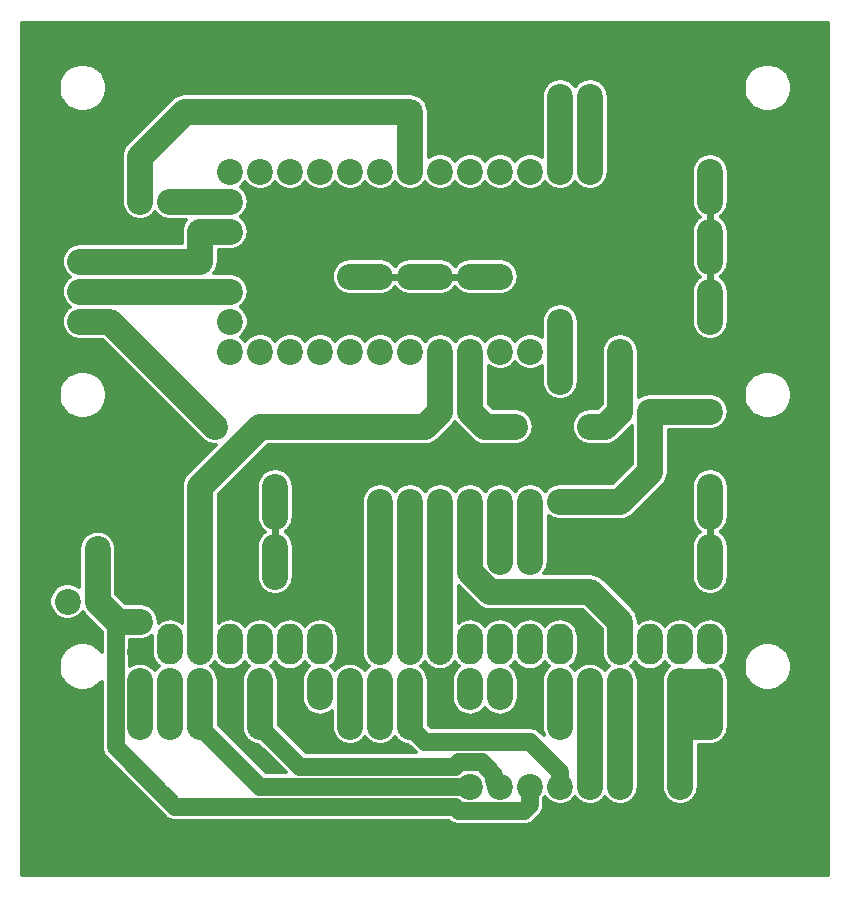
<source format=gbr>
%TF.GenerationSoftware,KiCad,Pcbnew,(5.1.6)-1*%
%TF.CreationDate,2024-05-03T12:17:57-05:00*%
%TF.ProjectId,audioBoard,61756469-6f42-46f6-9172-642e6b696361,rev?*%
%TF.SameCoordinates,PX2d4f1f0PY6bcb370*%
%TF.FileFunction,Copper,L2,Bot*%
%TF.FilePolarity,Positive*%
%FSLAX46Y46*%
G04 Gerber Fmt 4.6, Leading zero omitted, Abs format (unit mm)*
G04 Created by KiCad (PCBNEW (5.1.6)-1) date 2024-05-03 12:17:57*
%MOMM*%
%LPD*%
G01*
G04 APERTURE LIST*
%TA.AperFunction,ComponentPad*%
%ADD10C,2.200000*%
%TD*%
%TA.AperFunction,ComponentPad*%
%ADD11O,2.200000X3.470000*%
%TD*%
%TA.AperFunction,ComponentPad*%
%ADD12O,2.200000X3.570000*%
%TD*%
%TA.AperFunction,ViaPad*%
%ADD13C,2.200000*%
%TD*%
%TA.AperFunction,Conductor*%
%ADD14C,0.600000*%
%TD*%
%TA.AperFunction,Conductor*%
%ADD15C,2.200000*%
%TD*%
%TA.AperFunction,Conductor*%
%ADD16C,1.500000*%
%TD*%
%TA.AperFunction,Conductor*%
%ADD17C,0.300000*%
%TD*%
G04 APERTURE END LIST*
D10*
%TO.P,J7,1*%
%TO.N,GND*%
X3290000Y53340000D03*
%TO.P,J7,2*%
%TO.N,HOST_D+*%
X3290000Y50800000D03*
%TO.P,J7,3*%
%TO.N,HOST_D-*%
X3290000Y48260000D03*
%TO.P,J7,4*%
%TO.N,T40_VIN*%
X3290000Y45720000D03*
%TD*%
%TO.P,J1,1*%
%TO.N,RPI_5V*%
X43930000Y30480000D03*
%TO.P,J1,2*%
%TO.N,RPI_TOUCH_CS*%
X41390000Y30480000D03*
%TO.P,J1,3*%
%TO.N,RPI_LED_CS*%
X38850000Y30480000D03*
%TO.P,J1,4*%
%TO.N,RPI_CD*%
X36310000Y30480000D03*
%TO.P,J1,5*%
%TO.N,RPI_MOSI*%
X33770000Y30480000D03*
%TO.P,J1,6*%
%TO.N,RPI_MISO*%
X31230000Y30480000D03*
%TO.P,J1,7*%
%TO.N,RPI_SCLK*%
X28690000Y30480000D03*
%TO.P,J1,8*%
%TO.N,GND*%
X26150000Y30480000D03*
%TD*%
%TO.P,J3,1*%
%TO.N,RPI_5V*%
X51550000Y38100000D03*
%TO.P,J3,2*%
%TO.N,T40_VIN*%
X49010000Y38100000D03*
%TD*%
%TO.P,J4,8*%
%TO.N,RPI_5V*%
X54090000Y6350000D03*
%TO.P,J4,7*%
%TO.N,GND*%
X51550000Y6350000D03*
%TO.P,J4,6*%
%TO.N,RPI_TX*%
X49010000Y6350000D03*
%TO.P,J4,5*%
%TO.N,RPI_RX*%
X46470000Y6350000D03*
%TO.P,J4,4*%
%TO.N,RPI_READY*%
X43930000Y6350000D03*
%TO.P,J4,3*%
%TO.N,RPI_RUN*%
X41390000Y6350000D03*
%TO.P,J4,2*%
%TO.N,RPI_I2S_RX_ACTIVE*%
X38850000Y6350000D03*
%TO.P,J4,1*%
%TO.N,RPI_I2S_TX_ACTIVE*%
X36310000Y6350000D03*
%TD*%
%TO.P,U1,31*%
%TO.N,GND*%
X15990000Y50800000D03*
%TO.P,U1,32*%
%TO.N,HOST_D-*%
X15990000Y48260000D03*
%TO.P,U1,33*%
%TO.N,Net-(U1-Pad33)*%
X15990000Y45720000D03*
%TO.P,U1,15*%
%TO.N,Net-(U1-Pad15)*%
X15990000Y43180000D03*
%TO.P,U1,30*%
%TO.N,HOST_D+*%
X15990000Y53340000D03*
%TO.P,U1,29*%
%TO.N,I2S_TX1B*%
X15990000Y55880000D03*
%TO.P,U1,14*%
%TO.N,Net-(U1-Pad14)*%
X15990000Y58420000D03*
%TO.P,U1,16*%
%TO.N,Net-(U1-Pad16)*%
X18530000Y43180000D03*
%TO.P,U1,17*%
%TO.N,Net-(U1-Pad17)*%
X21070000Y43180000D03*
%TO.P,U1,18*%
%TO.N,Net-(U1-Pad18)*%
X23610000Y43180000D03*
%TO.P,U1,19*%
%TO.N,Net-(U1-Pad19)*%
X26150000Y43180000D03*
%TO.P,U1,20*%
%TO.N,Net-(U1-Pad20)*%
X28690000Y43180000D03*
%TO.P,U1,21*%
%TO.N,Net-(U1-Pad21)*%
X31230000Y43180000D03*
%TO.P,U1,22*%
%TO.N,LRCLK1*%
X33770000Y43180000D03*
%TO.P,U1,23*%
%TO.N,BCLK1*%
X36310000Y43180000D03*
%TO.P,U1,24*%
%TO.N,Net-(U1-Pad24)*%
X38850000Y43180000D03*
%TO.P,U1,25*%
%TO.N,Net-(U1-Pad25)*%
X41390000Y43180000D03*
%TO.P,U1,26*%
%TO.N,Net-(U1-Pad26)*%
X43930000Y43180000D03*
%TO.P,U1,27*%
%TO.N,GND*%
X46470000Y43180000D03*
%TO.P,U1,28*%
%TO.N,T40_VIN*%
X49010000Y43180000D03*
%TO.P,U1,13*%
%TO.N,Net-(U1-Pad13)*%
X18530000Y58420000D03*
%TO.P,U1,12*%
%TO.N,Net-(U1-Pad12)*%
X21070000Y58420000D03*
%TO.P,U1,11*%
%TO.N,Net-(U1-Pad11)*%
X23610000Y58420000D03*
%TO.P,U1,10*%
%TO.N,Net-(U1-Pad10)*%
X26150000Y58420000D03*
%TO.P,U1,9*%
%TO.N,Net-(U1-Pad9)*%
X28690000Y58420000D03*
%TO.P,U1,8*%
%TO.N,I2S_RX1B*%
X31230000Y58420000D03*
%TO.P,U1,7*%
%TO.N,Net-(U1-Pad7)*%
X33770000Y58420000D03*
%TO.P,U1,6*%
%TO.N,Net-(U1-Pad6)*%
X36310000Y58420000D03*
%TO.P,U1,5*%
%TO.N,Net-(U1-Pad5)*%
X38850000Y58420000D03*
%TO.P,U1,4*%
%TO.N,Net-(U1-Pad4)*%
X41390000Y58420000D03*
%TO.P,U1,3*%
%TO.N,T40_TX1*%
X43930000Y58420000D03*
%TO.P,U1,2*%
%TO.N,T40_RX1*%
X46470000Y58420000D03*
%TO.P,U1,1*%
%TO.N,GND*%
X49010000Y58420000D03*
%TD*%
%TO.P,J6,1*%
%TO.N,GND*%
X49010000Y64770000D03*
%TO.P,J6,2*%
%TO.N,T40_RX1*%
X46470000Y64770000D03*
%TO.P,J6,3*%
%TO.N,T40_TX1*%
X43930000Y64770000D03*
%TD*%
D11*
%TO.P,J2,1*%
%TO.N,RPI_3.3V*%
X56630000Y18415000D03*
D12*
%TO.P,J2,2*%
%TO.N,RPI_5V*%
X56630000Y14605000D03*
D11*
%TO.P,J2,3*%
%TO.N,OCTO_SDA*%
X54090000Y18415000D03*
D12*
%TO.P,J2,4*%
%TO.N,RPI_5V*%
X54090000Y14605000D03*
D11*
%TO.P,J2,5*%
%TO.N,OCTO_SCL*%
X51550000Y18415000D03*
D12*
%TO.P,J2,6*%
%TO.N,GND*%
X51550000Y14605000D03*
D11*
%TO.P,J2,7*%
%TO.N,RPI_CD*%
X49010000Y18415000D03*
D12*
%TO.P,J2,8*%
%TO.N,RPI_TX*%
X49010000Y14605000D03*
D11*
%TO.P,J2,9*%
%TO.N,GND*%
X46470000Y18415000D03*
D12*
%TO.P,J2,10*%
%TO.N,RPI_RX*%
X46470000Y14605000D03*
D11*
%TO.P,J2,11*%
%TO.N,UNUSED_DISPLAY_TOUCH_IRQ*%
X43930000Y18415000D03*
D12*
%TO.P,J2,12*%
%TO.N,BCLK1*%
X43930000Y14605000D03*
D11*
%TO.P,J2,13*%
%TO.N,OCTO_MULT0*%
X41390000Y18415000D03*
D12*
%TO.P,J2,14*%
%TO.N,GND*%
X41390000Y14605000D03*
D11*
%TO.P,J2,15*%
%TO.N,OCTO_MULT1*%
X38850000Y18415000D03*
D12*
%TO.P,J2,16*%
%TO.N,OCTO_MULT2*%
X38850000Y14605000D03*
D11*
%TO.P,J2,17*%
%TO.N,Net-(J2-Pad17)*%
X36310000Y18415000D03*
D12*
%TO.P,J2,18*%
%TO.N,OCTO_MULT3*%
X36310000Y14605000D03*
D11*
%TO.P,J2,19*%
%TO.N,RPI_MOSI*%
X33770000Y18415000D03*
D12*
%TO.P,J2,20*%
%TO.N,GND*%
X33770000Y14605000D03*
D11*
%TO.P,J2,21*%
%TO.N,RPI_MISO*%
X31230000Y18415000D03*
D12*
%TO.P,J2,22*%
%TO.N,RPI_READY*%
X31230000Y14605000D03*
D11*
%TO.P,J2,23*%
%TO.N,RPI_SCLK*%
X28690000Y18415000D03*
D12*
%TO.P,J2,24*%
%TO.N,RPI_LED_CS*%
X28690000Y14605000D03*
D11*
%TO.P,J2,25*%
%TO.N,GND*%
X26150000Y18415000D03*
D12*
%TO.P,J2,26*%
%TO.N,RPI_TOUCH_CS*%
X26150000Y14605000D03*
D11*
%TO.P,J2,27*%
%TO.N,Net-(J2-Pad27)*%
X23610000Y18415000D03*
D12*
%TO.P,J2,28*%
%TO.N,Net-(J2-Pad28)*%
X23610000Y14605000D03*
D11*
%TO.P,J2,29*%
%TO.N,OCTO_RESET*%
X21070000Y18415000D03*
D12*
%TO.P,J2,30*%
%TO.N,GND*%
X21070000Y14605000D03*
D11*
%TO.P,J2,31*%
%TO.N,Net-(J2-Pad31)*%
X18530000Y18415000D03*
D12*
%TO.P,J2,32*%
%TO.N,RPI_I2S_RX_ACTIVE*%
X18530000Y14605000D03*
D11*
%TO.P,J2,33*%
%TO.N,Net-(J2-Pad33)*%
X15990000Y18415000D03*
D12*
%TO.P,J2,34*%
%TO.N,GND*%
X15990000Y14605000D03*
D11*
%TO.P,J2,35*%
%TO.N,LRCLK1*%
X13450000Y18415000D03*
D12*
%TO.P,J2,36*%
%TO.N,RPI_I2S_TX_ACTIVE*%
X13450000Y14605000D03*
D11*
%TO.P,J2,37*%
%TO.N,Net-(J2-Pad37)*%
X10910000Y18415000D03*
D12*
%TO.P,J2,38*%
%TO.N,I2S_TX1B*%
X10910000Y14605000D03*
D10*
%TO.P,J2,39*%
%TO.N,GND*%
X8370000Y17780000D03*
D12*
%TO.P,J2,40*%
%TO.N,I2S_RX1B*%
X8370000Y14605000D03*
%TD*%
D13*
%TO.N,RPI_RUN*%
X8370000Y20320000D03*
X4770000Y22010000D03*
%TO.N,*%
X2230000Y22010000D03*
X56630000Y53340000D03*
X56630000Y58420000D03*
X56630000Y55880000D03*
X56630000Y48260000D03*
X56630000Y50800000D03*
X56630000Y45720000D03*
X56630000Y29210000D03*
X56630000Y24130000D03*
X56630000Y31750000D03*
X56630000Y26670000D03*
X19800000Y29210000D03*
X19800000Y24130000D03*
X19800000Y31750000D03*
X19800000Y26670000D03*
X38850000Y49530000D03*
X33770000Y49530000D03*
X36310000Y49530000D03*
X28690000Y49530000D03*
X26150000Y49530000D03*
X31230000Y49530000D03*
%TO.N,GND*%
X28690000Y52070000D03*
X33770000Y52070000D03*
X38850000Y52070000D03*
X59170000Y55880000D03*
X59170000Y50800000D03*
X59170000Y45720000D03*
X59170000Y29210000D03*
X59170000Y24130000D03*
X17260000Y29210000D03*
X17260000Y24130000D03*
X45200000Y25400000D03*
%TO.N,RPI_5V*%
X56630000Y38100000D03*
X56630000Y11430000D03*
X54090000Y38100000D03*
%TO.N,RPI_LED_CS*%
X28690000Y11430000D03*
X38850000Y25400000D03*
%TO.N,RPI_TOUCH_CS*%
X26150000Y11430000D03*
X41390000Y25400000D03*
%TO.N,BCLK1*%
X43930000Y11430000D03*
X40120000Y36830000D03*
%TO.N,I2S_TX1B*%
X10910000Y11430000D03*
X10910000Y55880000D03*
%TO.N,I2S_RX1B*%
X8370000Y11430000D03*
X8370000Y55880000D03*
%TO.N,T40_VIN*%
X46470000Y36830000D03*
X14720000Y36830000D03*
X49010000Y40640000D03*
%TO.N,RPI_RUN*%
X4770000Y26460000D03*
%TO.N,Net-(U1-Pad26)*%
X43930000Y45720000D03*
X43930000Y40640000D03*
%TD*%
D14*
%TO.N,*%
X56630000Y53340000D02*
X56630000Y48260000D01*
D15*
X56630000Y55880000D02*
X56630000Y55880000D01*
X56630000Y45720000D02*
X56630000Y45720000D01*
X56630000Y58420000D02*
X56630000Y55880000D01*
X56630000Y50800000D02*
X56630000Y50800000D01*
D14*
X56630000Y55880000D02*
X56630000Y53340000D01*
D15*
X56630000Y48260000D02*
X56630000Y45720000D01*
X56630000Y58420000D02*
X56630000Y58420000D01*
X56630000Y53340000D02*
X56630000Y50800000D01*
X56630000Y31750000D02*
X56630000Y29210000D01*
X56630000Y26670000D02*
X56630000Y26670000D01*
D14*
X56630000Y31750000D02*
X56630000Y26670000D01*
D15*
X56630000Y29210000D02*
X56630000Y29210000D01*
X56630000Y26670000D02*
X56630000Y24130000D01*
X56630000Y24130000D02*
X56630000Y24130000D01*
X19800000Y31750000D02*
X19800000Y29210000D01*
X19800000Y26670000D02*
X19800000Y26670000D01*
D14*
X19800000Y31750000D02*
X19800000Y26670000D01*
D15*
X19800000Y29210000D02*
X19800000Y29210000D01*
X19800000Y26670000D02*
X19800000Y24130000D01*
X19800000Y24130000D02*
X19800000Y24130000D01*
X31230000Y49530000D02*
X33770000Y49530000D01*
X26150000Y49530000D02*
X26150000Y49530000D01*
X36310000Y49530000D02*
X38850000Y49530000D01*
D14*
X28690000Y49530000D02*
X31230000Y49530000D01*
D15*
X33770000Y49530000D02*
X33770000Y49530000D01*
X26150000Y49530000D02*
X28690000Y49530000D01*
X38850000Y49530000D02*
X38850000Y49530000D01*
X28690000Y49530000D02*
X28690000Y49530000D01*
D14*
X31230000Y49530000D02*
X36310000Y49530000D01*
D15*
%TO.N,RPI_MOSI*%
X33770000Y30480000D02*
X33770000Y17780000D01*
%TO.N,RPI_MISO*%
X31230000Y30480000D02*
X31230000Y17780000D01*
%TO.N,RPI_SCLK*%
X28690000Y30480000D02*
X28690000Y17780000D01*
%TO.N,RPI_CD*%
X36310000Y24545874D02*
X37995874Y22860000D01*
X36310000Y30480000D02*
X36310000Y24545874D01*
X37995874Y22860000D02*
X46470000Y22860000D01*
X46470000Y22860000D02*
X49010000Y20320000D01*
X49010000Y20320000D02*
X49010000Y17780000D01*
%TO.N,RPI_5V*%
X54090000Y15240000D02*
X56630000Y15240000D01*
X54090000Y15240000D02*
X54090000Y6350000D01*
X56630000Y15240000D02*
X56630000Y11430000D01*
X55360000Y11430000D02*
X56630000Y11430000D01*
X55360000Y11430000D02*
X55360000Y13970000D01*
X56630000Y11430000D02*
X56630000Y11430000D01*
X51550000Y38100000D02*
X51550000Y33020000D01*
X51550000Y33020000D02*
X49010000Y30480000D01*
X49010000Y30480000D02*
X43930000Y30480000D01*
X51550000Y38100000D02*
X54090000Y38100000D01*
X54090000Y38100000D02*
X56630000Y38100000D01*
%TO.N,RPI_LED_CS*%
X38850000Y30480000D02*
X38850000Y25400000D01*
X28690000Y15240000D02*
X28690000Y11430000D01*
X28690000Y11430000D02*
X28690000Y11430000D01*
X38850000Y25400000D02*
X38850000Y25400000D01*
%TO.N,RPI_TOUCH_CS*%
X41390000Y30480000D02*
X41390000Y25400000D01*
X26150000Y15240000D02*
X26150000Y11430000D01*
X26150000Y11430000D02*
X26150000Y11430000D01*
X41390000Y25400000D02*
X41390000Y25400000D01*
%TO.N,RPI_TX*%
X49010000Y15240000D02*
X49010000Y6350000D01*
%TO.N,RPI_RX*%
X46470000Y15240000D02*
X46470000Y6350000D01*
%TO.N,BCLK1*%
X43930000Y15240000D02*
X43930000Y11430000D01*
X43930000Y11430000D02*
X43930000Y11430000D01*
X36310000Y43180000D02*
X36310000Y40640000D01*
X36310000Y40640000D02*
X36310000Y38100000D01*
X36310000Y38100000D02*
X37580000Y36830000D01*
X37580000Y36830000D02*
X40120000Y36830000D01*
%TO.N,RPI_READY*%
X31230000Y15240000D02*
X31230000Y11430000D01*
D16*
X43930000Y6350000D02*
X43930000Y7620000D01*
X43930000Y7620000D02*
X41390000Y10160000D01*
X32500000Y10160000D02*
X31230000Y11430000D01*
X41390000Y10160000D02*
X32500000Y10160000D01*
D15*
%TO.N,RPI_I2S_RX_ACTIVE*%
X18530000Y15240000D02*
X18530000Y11430000D01*
D16*
X18530000Y11430000D02*
X21070000Y8890000D01*
X21070000Y8890000D02*
X21909990Y8050010D01*
X21909990Y8050010D02*
X35040000Y8050010D01*
X37294001Y8400001D02*
X35389991Y8400001D01*
X38360001Y6839999D02*
X38360001Y7334001D01*
X35389991Y8400001D02*
X35040000Y8050010D01*
X38360001Y7334001D02*
X37294001Y8400001D01*
X38850000Y6350000D02*
X38360001Y6839999D01*
D15*
%TO.N,LRCLK1*%
X33770000Y40640000D02*
X33770000Y43180000D01*
X13450000Y31750000D02*
X18530000Y36830000D01*
X18530000Y36830000D02*
X32500000Y36830000D01*
X13450000Y17780000D02*
X13450000Y31750000D01*
X33770000Y38100000D02*
X33770000Y40640000D01*
X32500000Y36830000D02*
X33770000Y38100000D01*
%TO.N,RPI_I2S_TX_ACTIVE*%
X13450000Y15240000D02*
X13450000Y11430000D01*
D16*
X13450000Y11430000D02*
X18530000Y6350000D01*
X18530000Y6350000D02*
X36310000Y6350000D01*
D15*
%TO.N,I2S_TX1B*%
X10910000Y15240000D02*
X10910000Y11430000D01*
X10910000Y11430000D02*
X10910000Y11430000D01*
X10910000Y11430000D02*
X10910000Y11430000D01*
X15990000Y55880000D02*
X10910000Y55880000D01*
X10910000Y55880000D02*
X10910000Y55880000D01*
%TO.N,I2S_RX1B*%
X8370000Y15240000D02*
X8370000Y11430000D01*
X8370000Y11430000D02*
X8370000Y11430000D01*
X31230000Y58420000D02*
X31230000Y63500000D01*
X31230000Y63500000D02*
X12180000Y63500000D01*
X12180000Y63500000D02*
X8370000Y59690000D01*
X8370000Y59690000D02*
X8370000Y55880000D01*
X8370000Y55880000D02*
X8370000Y55880000D01*
%TO.N,T40_VIN*%
X49010000Y43180000D02*
X49010000Y40640000D01*
X13450000Y38100000D02*
X14720000Y36830000D01*
X3290000Y45720000D02*
X5830000Y45720000D01*
X5830000Y45720000D02*
X13450000Y38100000D01*
X49010000Y38100000D02*
X47740000Y36830000D01*
X47740000Y36830000D02*
X46470000Y36830000D01*
X49010000Y40640000D02*
X49010000Y38100000D01*
%TO.N,RPI_RUN*%
X6460000Y20320000D02*
X4770000Y22010000D01*
X8370000Y20320000D02*
X6460000Y20320000D01*
X4770000Y22010000D02*
X4770000Y26460000D01*
X4770000Y26460000D02*
X4770000Y26460000D01*
D16*
X6319999Y20179999D02*
X6460000Y20320000D01*
X35389991Y4299999D02*
X35040000Y4649990D01*
X40895633Y4299999D02*
X35389991Y4299999D01*
X41390000Y4794366D02*
X40895633Y4299999D01*
X41390000Y6350000D02*
X41390000Y4794366D01*
X35040000Y4649990D02*
X11340010Y4649990D01*
X6319990Y20179990D02*
X6319999Y20179999D01*
X6319990Y9670010D02*
X6319990Y20179990D01*
X10360012Y5629988D02*
X11340010Y4649990D01*
X11340010Y4649990D02*
X6319990Y9670010D01*
D15*
%TO.N,Net-(U1-Pad26)*%
X43930000Y43180000D02*
X43930000Y45720000D01*
X43930000Y40640000D02*
X43930000Y40640000D01*
X43930000Y43180000D02*
X43930000Y40640000D01*
X43930000Y45720000D02*
X43930000Y45720000D01*
%TO.N,T40_TX1*%
X43930000Y64770000D02*
X43930000Y58420000D01*
%TO.N,T40_RX1*%
X46470000Y64770000D02*
X46470000Y58420000D01*
%TO.N,HOST_D-*%
X15990000Y48260000D02*
X3290000Y48260000D01*
%TO.N,HOST_D+*%
X3290000Y50800000D02*
X13450000Y50800000D01*
X13450000Y50800000D02*
X13450000Y53340000D01*
X13450000Y53340000D02*
X15990000Y53340000D01*
%TD*%
D17*
%TO.N,GND*%
G36*
X66640000Y-1120000D02*
G01*
X-1640000Y-1120000D01*
X-1640000Y22162662D01*
X680000Y22162662D01*
X680000Y21857338D01*
X739565Y21557882D01*
X856408Y21275800D01*
X1026036Y21021932D01*
X1241932Y20806036D01*
X1495800Y20636408D01*
X1777882Y20519565D01*
X2077338Y20460000D01*
X2382662Y20460000D01*
X2682118Y20519565D01*
X2964200Y20636408D01*
X3218068Y20806036D01*
X3433964Y21021932D01*
X3497591Y21117157D01*
X3523518Y21085565D01*
X3566036Y21021932D01*
X3620153Y20967815D01*
X3668682Y20908682D01*
X3727816Y20860152D01*
X3781932Y20806036D01*
X3781938Y20806032D01*
X5119991Y19467978D01*
X5119991Y17775415D01*
X5092339Y17816799D01*
X4806799Y18102339D01*
X4471039Y18326686D01*
X4097963Y18481220D01*
X3701907Y18560000D01*
X3298093Y18560000D01*
X2902037Y18481220D01*
X2528961Y18326686D01*
X2193201Y18102339D01*
X1907661Y17816799D01*
X1683314Y17481039D01*
X1528780Y17107963D01*
X1450000Y16711907D01*
X1450000Y16308093D01*
X1528780Y15912037D01*
X1683314Y15538961D01*
X1907661Y15203201D01*
X2193201Y14917661D01*
X2528961Y14693314D01*
X2902037Y14538780D01*
X3298093Y14460000D01*
X3701907Y14460000D01*
X4097963Y14538780D01*
X4471039Y14693314D01*
X4806799Y14917661D01*
X5092339Y15203201D01*
X5119991Y15244585D01*
X5119990Y9728957D01*
X5114184Y9670010D01*
X5119990Y9611063D01*
X5119990Y9611061D01*
X5137353Y9434770D01*
X5187400Y9269789D01*
X5205971Y9208569D01*
X5317399Y9000100D01*
X5387343Y8914874D01*
X5467356Y8817376D01*
X5513150Y8779794D01*
X10449794Y3843150D01*
X10487376Y3797356D01*
X10670100Y3647399D01*
X10878568Y3535971D01*
X11104769Y3467353D01*
X11281060Y3449990D01*
X11281062Y3449990D01*
X11340009Y3444184D01*
X11398956Y3449990D01*
X34535203Y3449990D01*
X34537357Y3447365D01*
X34720081Y3297408D01*
X34928549Y3185980D01*
X35154750Y3117362D01*
X35331041Y3099999D01*
X35331043Y3099999D01*
X35389990Y3094193D01*
X35448937Y3099999D01*
X40836686Y3099999D01*
X40895633Y3094193D01*
X40954580Y3099999D01*
X40954583Y3099999D01*
X41130874Y3117362D01*
X41357075Y3185980D01*
X41565543Y3297408D01*
X41748267Y3447365D01*
X41785850Y3493160D01*
X42196835Y3904146D01*
X42242634Y3941732D01*
X42392591Y4124456D01*
X42504019Y4332924D01*
X42572637Y4559125D01*
X42590000Y4735416D01*
X42595806Y4794366D01*
X42590000Y4853316D01*
X42590000Y5357968D01*
X42593964Y5361932D01*
X42660000Y5460763D01*
X42726036Y5361932D01*
X42941932Y5146036D01*
X43195800Y4976408D01*
X43477882Y4859565D01*
X43777338Y4800000D01*
X44082662Y4800000D01*
X44382118Y4859565D01*
X44664200Y4976408D01*
X44918068Y5146036D01*
X45133964Y5361932D01*
X45197591Y5457158D01*
X45223515Y5425570D01*
X45266036Y5361932D01*
X45320157Y5307811D01*
X45368683Y5248682D01*
X45427812Y5200156D01*
X45481932Y5146036D01*
X45545569Y5103516D01*
X45604701Y5054987D01*
X45672168Y5018925D01*
X45735800Y4976408D01*
X45806505Y4947121D01*
X45873972Y4911059D01*
X45947175Y4888853D01*
X46017882Y4859565D01*
X46092943Y4844635D01*
X46166148Y4822428D01*
X46242282Y4814929D01*
X46317338Y4800000D01*
X46393862Y4800000D01*
X46470000Y4792501D01*
X46546138Y4800000D01*
X46622662Y4800000D01*
X46697717Y4814929D01*
X46773853Y4822428D01*
X46847060Y4844635D01*
X46922118Y4859565D01*
X46992822Y4888852D01*
X47066029Y4911059D01*
X47133500Y4947123D01*
X47204200Y4976408D01*
X47267828Y5018922D01*
X47335300Y5054987D01*
X47394437Y5103519D01*
X47458068Y5146036D01*
X47512184Y5200152D01*
X47571318Y5248682D01*
X47619848Y5307816D01*
X47673964Y5361932D01*
X47716481Y5425563D01*
X47740001Y5454222D01*
X47763515Y5425570D01*
X47806036Y5361932D01*
X47860157Y5307811D01*
X47908683Y5248682D01*
X47967812Y5200156D01*
X48021932Y5146036D01*
X48085569Y5103516D01*
X48144701Y5054987D01*
X48212168Y5018925D01*
X48275800Y4976408D01*
X48346505Y4947121D01*
X48413972Y4911059D01*
X48487175Y4888853D01*
X48557882Y4859565D01*
X48632943Y4844635D01*
X48706148Y4822428D01*
X48782282Y4814929D01*
X48857338Y4800000D01*
X48933862Y4800000D01*
X49010000Y4792501D01*
X49086138Y4800000D01*
X49162662Y4800000D01*
X49237717Y4814929D01*
X49313853Y4822428D01*
X49387060Y4844635D01*
X49462118Y4859565D01*
X49532822Y4888852D01*
X49606029Y4911059D01*
X49673500Y4947123D01*
X49744200Y4976408D01*
X49807828Y5018922D01*
X49875300Y5054987D01*
X49934437Y5103519D01*
X49998068Y5146036D01*
X50052184Y5200152D01*
X50111318Y5248682D01*
X50159848Y5307816D01*
X50213964Y5361932D01*
X50256481Y5425563D01*
X50305013Y5484700D01*
X50341078Y5552172D01*
X50383592Y5615800D01*
X50412877Y5686500D01*
X50448941Y5753971D01*
X50471148Y5827178D01*
X50500435Y5897882D01*
X50515365Y5972940D01*
X50537572Y6046147D01*
X50545071Y6122283D01*
X50560000Y6197338D01*
X50560000Y15366138D01*
X50537572Y15593853D01*
X50448941Y15886029D01*
X50305013Y16155300D01*
X50111318Y16391318D01*
X49936241Y16535000D01*
X50111318Y16678682D01*
X50280000Y16884222D01*
X50448682Y16678682D01*
X50684700Y16484987D01*
X50953971Y16341059D01*
X51246147Y16252428D01*
X51550000Y16222501D01*
X51853852Y16252428D01*
X52146028Y16341059D01*
X52415299Y16484987D01*
X52651318Y16678682D01*
X52820000Y16884222D01*
X52988682Y16678682D01*
X53163759Y16535000D01*
X52988683Y16391318D01*
X52794988Y16155300D01*
X52651060Y15886029D01*
X52562428Y15593853D01*
X52540000Y15366138D01*
X52540000Y15316138D01*
X52532501Y15240000D01*
X52540000Y15163861D01*
X52540001Y6502667D01*
X52540000Y6502662D01*
X52540000Y6197338D01*
X52554931Y6122273D01*
X52562429Y6046147D01*
X52584633Y5972950D01*
X52599565Y5897882D01*
X52628856Y5827169D01*
X52651060Y5753971D01*
X52687119Y5686508D01*
X52716408Y5615800D01*
X52758927Y5552165D01*
X52794988Y5484700D01*
X52843515Y5425570D01*
X52886036Y5361932D01*
X52940157Y5307811D01*
X52988683Y5248682D01*
X53047812Y5200156D01*
X53101932Y5146036D01*
X53165569Y5103516D01*
X53224701Y5054987D01*
X53292168Y5018925D01*
X53355800Y4976408D01*
X53426505Y4947121D01*
X53493972Y4911059D01*
X53567175Y4888853D01*
X53637882Y4859565D01*
X53712943Y4844635D01*
X53786148Y4822428D01*
X53862282Y4814929D01*
X53937338Y4800000D01*
X54013862Y4800000D01*
X54090000Y4792501D01*
X54166138Y4800000D01*
X54242662Y4800000D01*
X54317717Y4814929D01*
X54393853Y4822428D01*
X54467060Y4844635D01*
X54542118Y4859565D01*
X54612822Y4888852D01*
X54686029Y4911059D01*
X54753500Y4947123D01*
X54824200Y4976408D01*
X54887828Y5018922D01*
X54955300Y5054987D01*
X55014437Y5103519D01*
X55078068Y5146036D01*
X55132184Y5200152D01*
X55191318Y5248682D01*
X55239848Y5307816D01*
X55293964Y5361932D01*
X55336481Y5425563D01*
X55385013Y5484700D01*
X55421078Y5552172D01*
X55463592Y5615800D01*
X55492877Y5686500D01*
X55528941Y5753971D01*
X55551148Y5827178D01*
X55580435Y5897882D01*
X55595365Y5972940D01*
X55617572Y6046147D01*
X55625071Y6122283D01*
X55640000Y6197338D01*
X55640000Y9880000D01*
X56553862Y9880000D01*
X56630000Y9872501D01*
X56706138Y9880000D01*
X56782662Y9880000D01*
X56857717Y9894929D01*
X56933853Y9902428D01*
X57007060Y9924635D01*
X57082118Y9939565D01*
X57152822Y9968852D01*
X57226029Y9991059D01*
X57293500Y10027123D01*
X57364200Y10056408D01*
X57427828Y10098922D01*
X57495300Y10134987D01*
X57554437Y10183519D01*
X57618068Y10226036D01*
X57672184Y10280152D01*
X57731318Y10328682D01*
X57779848Y10387816D01*
X57833964Y10441932D01*
X57876481Y10505563D01*
X57925013Y10564700D01*
X57961078Y10632172D01*
X58003592Y10695800D01*
X58032877Y10766500D01*
X58068941Y10833971D01*
X58091148Y10907178D01*
X58120435Y10977882D01*
X58135365Y11052940D01*
X58157572Y11126147D01*
X58165071Y11202283D01*
X58180000Y11277338D01*
X58180000Y11353863D01*
X58187499Y11430000D01*
X58180000Y11506138D01*
X58180000Y15163862D01*
X58187499Y15240000D01*
X58180000Y15316138D01*
X58180000Y15366138D01*
X58157572Y15593853D01*
X58068941Y15886029D01*
X57925013Y16155300D01*
X57731318Y16391318D01*
X57556241Y16535000D01*
X57731318Y16678682D01*
X57758585Y16711907D01*
X59450000Y16711907D01*
X59450000Y16308093D01*
X59528780Y15912037D01*
X59683314Y15538961D01*
X59907661Y15203201D01*
X60193201Y14917661D01*
X60528961Y14693314D01*
X60902037Y14538780D01*
X61298093Y14460000D01*
X61701907Y14460000D01*
X62097963Y14538780D01*
X62471039Y14693314D01*
X62806799Y14917661D01*
X63092339Y15203201D01*
X63316686Y15538961D01*
X63471220Y15912037D01*
X63550000Y16308093D01*
X63550000Y16711907D01*
X63471220Y17107963D01*
X63316686Y17481039D01*
X63092339Y17816799D01*
X62806799Y18102339D01*
X62471039Y18326686D01*
X62097963Y18481220D01*
X61701907Y18560000D01*
X61298093Y18560000D01*
X60902037Y18481220D01*
X60528961Y18326686D01*
X60193201Y18102339D01*
X59907661Y17816799D01*
X59683314Y17481039D01*
X59528780Y17107963D01*
X59450000Y16711907D01*
X57758585Y16711907D01*
X57925013Y16914700D01*
X58068941Y17183971D01*
X58157572Y17476147D01*
X58180000Y17703862D01*
X58180000Y19126138D01*
X58157572Y19353853D01*
X58068941Y19646029D01*
X57925013Y19915300D01*
X57731318Y20151318D01*
X57495300Y20345013D01*
X57226029Y20488941D01*
X56933853Y20577572D01*
X56630000Y20607499D01*
X56326148Y20577572D01*
X56033972Y20488941D01*
X55764701Y20345013D01*
X55528683Y20151318D01*
X55360001Y19945778D01*
X55191318Y20151318D01*
X54955300Y20345013D01*
X54686029Y20488941D01*
X54393853Y20577572D01*
X54090000Y20607499D01*
X53786148Y20577572D01*
X53493972Y20488941D01*
X53224701Y20345013D01*
X52988683Y20151318D01*
X52820001Y19945778D01*
X52651318Y20151318D01*
X52415300Y20345013D01*
X52146029Y20488941D01*
X51853853Y20577572D01*
X51550000Y20607499D01*
X51246148Y20577572D01*
X50953972Y20488941D01*
X50684701Y20345013D01*
X50560000Y20242674D01*
X50560000Y20243873D01*
X50567498Y20320001D01*
X50560000Y20396129D01*
X50560000Y20396138D01*
X50537572Y20623853D01*
X50448941Y20916029D01*
X50305013Y21185300D01*
X50111318Y21421318D01*
X50052179Y21469852D01*
X47619857Y23902173D01*
X47571318Y23961318D01*
X47335300Y24155013D01*
X47066029Y24298941D01*
X46773853Y24387572D01*
X46546138Y24410000D01*
X46546128Y24410000D01*
X46470000Y24417498D01*
X46393872Y24410000D01*
X42592032Y24410000D01*
X42593964Y24411932D01*
X42636481Y24475563D01*
X42685013Y24534700D01*
X42721078Y24602172D01*
X42763592Y24665800D01*
X42792877Y24736500D01*
X42828941Y24803971D01*
X42851148Y24877178D01*
X42880435Y24947882D01*
X42895365Y25022940D01*
X42917572Y25096147D01*
X42925071Y25172283D01*
X42940000Y25247338D01*
X42940000Y25323862D01*
X42947499Y25400000D01*
X42940000Y25476138D01*
X42940000Y29277968D01*
X42941932Y29276036D01*
X43005563Y29233519D01*
X43064700Y29184987D01*
X43132172Y29148922D01*
X43195800Y29106408D01*
X43266500Y29077123D01*
X43333971Y29041059D01*
X43407178Y29018852D01*
X43477882Y28989565D01*
X43552940Y28974635D01*
X43626147Y28952428D01*
X43702283Y28944929D01*
X43777338Y28930000D01*
X48933872Y28930000D01*
X49010000Y28922502D01*
X49086128Y28930000D01*
X49086138Y28930000D01*
X49313853Y28952428D01*
X49606029Y29041059D01*
X49875300Y29184987D01*
X49905778Y29210000D01*
X55072501Y29210000D01*
X55080000Y29133862D01*
X55080000Y29057338D01*
X55094929Y28982283D01*
X55102428Y28906147D01*
X55124635Y28832940D01*
X55139565Y28757882D01*
X55168852Y28687178D01*
X55191059Y28613971D01*
X55227123Y28546500D01*
X55256408Y28475800D01*
X55298922Y28412172D01*
X55334987Y28344700D01*
X55383519Y28285563D01*
X55426036Y28221932D01*
X55480152Y28167816D01*
X55528682Y28108682D01*
X55587816Y28060152D01*
X55641932Y28006036D01*
X55705563Y27963519D01*
X55734222Y27940000D01*
X55705563Y27916481D01*
X55641932Y27873964D01*
X55587816Y27819848D01*
X55528682Y27771318D01*
X55480152Y27712184D01*
X55426036Y27658068D01*
X55383519Y27594437D01*
X55334987Y27535300D01*
X55298922Y27467828D01*
X55256408Y27404200D01*
X55227123Y27333500D01*
X55191059Y27266029D01*
X55168852Y27192822D01*
X55139565Y27122118D01*
X55124635Y27047060D01*
X55102428Y26973853D01*
X55094929Y26897717D01*
X55080000Y26822662D01*
X55080000Y26746138D01*
X55072501Y26670000D01*
X55080000Y26593861D01*
X55080001Y24282667D01*
X55080000Y24282662D01*
X55080000Y24206138D01*
X55072501Y24130000D01*
X55080000Y24053862D01*
X55080000Y23977338D01*
X55094929Y23902283D01*
X55102428Y23826147D01*
X55124635Y23752940D01*
X55139565Y23677882D01*
X55168852Y23607178D01*
X55191059Y23533971D01*
X55227123Y23466500D01*
X55256408Y23395800D01*
X55298922Y23332172D01*
X55334987Y23264700D01*
X55383519Y23205563D01*
X55426036Y23141932D01*
X55480152Y23087816D01*
X55528682Y23028682D01*
X55587816Y22980152D01*
X55641932Y22926036D01*
X55705563Y22883519D01*
X55764700Y22834987D01*
X55832172Y22798922D01*
X55895800Y22756408D01*
X55966500Y22727123D01*
X56033971Y22691059D01*
X56107178Y22668852D01*
X56177882Y22639565D01*
X56252940Y22624635D01*
X56326147Y22602428D01*
X56402283Y22594929D01*
X56477338Y22580000D01*
X56553862Y22580000D01*
X56630000Y22572501D01*
X56706138Y22580000D01*
X56782662Y22580000D01*
X56857717Y22594929D01*
X56933853Y22602428D01*
X57007060Y22624635D01*
X57082118Y22639565D01*
X57152822Y22668852D01*
X57226029Y22691059D01*
X57293500Y22727123D01*
X57364200Y22756408D01*
X57427828Y22798922D01*
X57495300Y22834987D01*
X57554437Y22883519D01*
X57618068Y22926036D01*
X57672184Y22980152D01*
X57731318Y23028682D01*
X57779848Y23087816D01*
X57833964Y23141932D01*
X57876481Y23205563D01*
X57925013Y23264700D01*
X57961078Y23332172D01*
X58003592Y23395800D01*
X58032877Y23466500D01*
X58068941Y23533971D01*
X58091148Y23607178D01*
X58120435Y23677882D01*
X58135365Y23752940D01*
X58157572Y23826147D01*
X58165071Y23902283D01*
X58180000Y23977338D01*
X58180000Y24053862D01*
X58187499Y24130000D01*
X58180000Y24206138D01*
X58180000Y26593862D01*
X58187499Y26670000D01*
X58180000Y26746138D01*
X58180000Y26822662D01*
X58165071Y26897717D01*
X58157572Y26973853D01*
X58135365Y27047060D01*
X58120435Y27122118D01*
X58091148Y27192822D01*
X58068941Y27266029D01*
X58032877Y27333500D01*
X58003592Y27404200D01*
X57961078Y27467828D01*
X57925013Y27535300D01*
X57876481Y27594437D01*
X57833964Y27658068D01*
X57779848Y27712184D01*
X57731318Y27771318D01*
X57672184Y27819848D01*
X57618068Y27873964D01*
X57554437Y27916481D01*
X57525778Y27940000D01*
X57554437Y27963519D01*
X57618068Y28006036D01*
X57672184Y28060152D01*
X57731318Y28108682D01*
X57779848Y28167816D01*
X57833964Y28221932D01*
X57876481Y28285563D01*
X57925013Y28344700D01*
X57961078Y28412172D01*
X58003592Y28475800D01*
X58032877Y28546500D01*
X58068941Y28613971D01*
X58091148Y28687178D01*
X58120435Y28757882D01*
X58135365Y28832940D01*
X58157572Y28906147D01*
X58165071Y28982283D01*
X58180000Y29057338D01*
X58180000Y29133862D01*
X58187499Y29210000D01*
X58180000Y29286138D01*
X58180000Y31902662D01*
X58165071Y31977717D01*
X58157572Y32053853D01*
X58135365Y32127060D01*
X58120435Y32202118D01*
X58091148Y32272822D01*
X58068941Y32346029D01*
X58032877Y32413500D01*
X58003592Y32484200D01*
X57961078Y32547828D01*
X57925013Y32615300D01*
X57876481Y32674437D01*
X57833964Y32738068D01*
X57779848Y32792184D01*
X57731318Y32851318D01*
X57672185Y32899847D01*
X57618068Y32953964D01*
X57554433Y32996484D01*
X57495299Y33045013D01*
X57427832Y33081075D01*
X57364200Y33123592D01*
X57293495Y33152879D01*
X57226028Y33188941D01*
X57152825Y33211147D01*
X57082118Y33240435D01*
X57007057Y33255365D01*
X56933852Y33277572D01*
X56857718Y33285071D01*
X56782662Y33300000D01*
X56706138Y33300000D01*
X56630000Y33307499D01*
X56553862Y33300000D01*
X56477338Y33300000D01*
X56402283Y33285071D01*
X56326147Y33277572D01*
X56252940Y33255365D01*
X56177882Y33240435D01*
X56107178Y33211148D01*
X56033971Y33188941D01*
X55966500Y33152877D01*
X55895800Y33123592D01*
X55832172Y33081078D01*
X55764700Y33045013D01*
X55705563Y32996481D01*
X55641932Y32953964D01*
X55587816Y32899848D01*
X55528682Y32851318D01*
X55480153Y32792185D01*
X55426036Y32738068D01*
X55383516Y32674433D01*
X55334987Y32615299D01*
X55298925Y32547832D01*
X55256408Y32484200D01*
X55227121Y32413495D01*
X55191059Y32346028D01*
X55168853Y32272825D01*
X55139565Y32202118D01*
X55124635Y32127057D01*
X55102428Y32053852D01*
X55094929Y31977718D01*
X55080000Y31902662D01*
X55080000Y31826137D01*
X55080001Y29362667D01*
X55080000Y29362662D01*
X55080000Y29286138D01*
X55072501Y29210000D01*
X49905778Y29210000D01*
X50111318Y29378682D01*
X50159857Y29437827D01*
X52592178Y31870147D01*
X52651318Y31918682D01*
X52845013Y32154700D01*
X52988941Y32423971D01*
X53077572Y32716147D01*
X53100000Y32943862D01*
X53100000Y32943871D01*
X53107498Y33019999D01*
X53100000Y33096127D01*
X53100000Y36550000D01*
X56782662Y36550000D01*
X56857717Y36564929D01*
X56933853Y36572428D01*
X57007060Y36594635D01*
X57082118Y36609565D01*
X57152822Y36638852D01*
X57226029Y36661059D01*
X57293500Y36697123D01*
X57364200Y36726408D01*
X57427828Y36768922D01*
X57495300Y36804987D01*
X57554437Y36853519D01*
X57618068Y36896036D01*
X57672184Y36950152D01*
X57731318Y36998682D01*
X57779848Y37057816D01*
X57833964Y37111932D01*
X57876481Y37175563D01*
X57925013Y37234700D01*
X57961078Y37302172D01*
X58003592Y37365800D01*
X58032877Y37436500D01*
X58068941Y37503971D01*
X58091148Y37577178D01*
X58120435Y37647882D01*
X58135365Y37722940D01*
X58157572Y37796147D01*
X58165071Y37872283D01*
X58180000Y37947338D01*
X58180000Y38023863D01*
X58187499Y38100000D01*
X58180000Y38176138D01*
X58180000Y38252662D01*
X58165071Y38327717D01*
X58157572Y38403853D01*
X58135365Y38477060D01*
X58120435Y38552118D01*
X58091148Y38622822D01*
X58068941Y38696029D01*
X58032877Y38763500D01*
X58003592Y38834200D01*
X57961078Y38897828D01*
X57925013Y38965300D01*
X57876481Y39024437D01*
X57833964Y39088068D01*
X57779848Y39142184D01*
X57731318Y39201318D01*
X57672184Y39249848D01*
X57618068Y39303964D01*
X57554437Y39346481D01*
X57495300Y39395013D01*
X57427828Y39431078D01*
X57364200Y39473592D01*
X57293500Y39502877D01*
X57226029Y39538941D01*
X57152822Y39561148D01*
X57082118Y39590435D01*
X57007060Y39605365D01*
X56933853Y39627572D01*
X56857717Y39635071D01*
X56782662Y39650000D01*
X51626138Y39650000D01*
X51550000Y39657499D01*
X51473862Y39650000D01*
X51397338Y39650000D01*
X51322283Y39635071D01*
X51246147Y39627572D01*
X51172940Y39605365D01*
X51097882Y39590435D01*
X51027178Y39561148D01*
X50953971Y39538941D01*
X50886500Y39502877D01*
X50815800Y39473592D01*
X50752172Y39431078D01*
X50684700Y39395013D01*
X50625563Y39346481D01*
X50561932Y39303964D01*
X50560000Y39302032D01*
X50560000Y39711907D01*
X59450000Y39711907D01*
X59450000Y39308093D01*
X59528780Y38912037D01*
X59683314Y38538961D01*
X59907661Y38203201D01*
X60193201Y37917661D01*
X60528961Y37693314D01*
X60902037Y37538780D01*
X61298093Y37460000D01*
X61701907Y37460000D01*
X62097963Y37538780D01*
X62471039Y37693314D01*
X62806799Y37917661D01*
X63092339Y38203201D01*
X63316686Y38538961D01*
X63471220Y38912037D01*
X63550000Y39308093D01*
X63550000Y39711907D01*
X63471220Y40107963D01*
X63316686Y40481039D01*
X63092339Y40816799D01*
X62806799Y41102339D01*
X62471039Y41326686D01*
X62097963Y41481220D01*
X61701907Y41560000D01*
X61298093Y41560000D01*
X60902037Y41481220D01*
X60528961Y41326686D01*
X60193201Y41102339D01*
X59907661Y40816799D01*
X59683314Y40481039D01*
X59528780Y40107963D01*
X59450000Y39711907D01*
X50560000Y39711907D01*
X50560000Y43332662D01*
X50545071Y43407717D01*
X50537572Y43483853D01*
X50515365Y43557060D01*
X50500435Y43632118D01*
X50471148Y43702822D01*
X50448941Y43776029D01*
X50412877Y43843500D01*
X50383592Y43914200D01*
X50341078Y43977828D01*
X50305013Y44045300D01*
X50256481Y44104437D01*
X50213964Y44168068D01*
X50159848Y44222184D01*
X50111318Y44281318D01*
X50052185Y44329847D01*
X49998068Y44383964D01*
X49934433Y44426484D01*
X49875299Y44475013D01*
X49807832Y44511075D01*
X49744200Y44553592D01*
X49673495Y44582879D01*
X49606028Y44618941D01*
X49532825Y44641147D01*
X49462118Y44670435D01*
X49387057Y44685365D01*
X49313852Y44707572D01*
X49237718Y44715071D01*
X49162662Y44730000D01*
X49086138Y44730000D01*
X49010000Y44737499D01*
X48933862Y44730000D01*
X48857338Y44730000D01*
X48782283Y44715071D01*
X48706147Y44707572D01*
X48632940Y44685365D01*
X48557882Y44670435D01*
X48487178Y44641148D01*
X48413971Y44618941D01*
X48346500Y44582877D01*
X48275800Y44553592D01*
X48212172Y44511078D01*
X48144700Y44475013D01*
X48085563Y44426481D01*
X48021932Y44383964D01*
X47967816Y44329848D01*
X47908682Y44281318D01*
X47860153Y44222185D01*
X47806036Y44168068D01*
X47763516Y44104433D01*
X47714987Y44045299D01*
X47678925Y43977832D01*
X47636408Y43914200D01*
X47607121Y43843495D01*
X47571059Y43776028D01*
X47548853Y43702825D01*
X47519565Y43632118D01*
X47504635Y43557057D01*
X47482428Y43483852D01*
X47474929Y43407718D01*
X47460000Y43332662D01*
X47460000Y43256137D01*
X47460001Y40792667D01*
X47460000Y40792662D01*
X47460000Y40716137D01*
X47460001Y38742031D01*
X47097970Y38380000D01*
X46317338Y38380000D01*
X46242283Y38365071D01*
X46166147Y38357572D01*
X46092940Y38335365D01*
X46017882Y38320435D01*
X45947178Y38291148D01*
X45873971Y38268941D01*
X45806500Y38232877D01*
X45735800Y38203592D01*
X45672172Y38161078D01*
X45604700Y38125013D01*
X45545563Y38076481D01*
X45481932Y38033964D01*
X45427816Y37979848D01*
X45368682Y37931318D01*
X45320152Y37872184D01*
X45266036Y37818068D01*
X45223519Y37754437D01*
X45174987Y37695300D01*
X45138922Y37627828D01*
X45096408Y37564200D01*
X45067123Y37493500D01*
X45031059Y37426029D01*
X45008852Y37352822D01*
X44979565Y37282118D01*
X44964635Y37207060D01*
X44942428Y37133853D01*
X44934929Y37057717D01*
X44920000Y36982662D01*
X44920000Y36906138D01*
X44912501Y36830000D01*
X44920000Y36753862D01*
X44920000Y36677338D01*
X44934929Y36602283D01*
X44942428Y36526147D01*
X44964635Y36452940D01*
X44979565Y36377882D01*
X45008852Y36307178D01*
X45031059Y36233971D01*
X45067123Y36166500D01*
X45096408Y36095800D01*
X45138922Y36032172D01*
X45174987Y35964700D01*
X45223519Y35905563D01*
X45266036Y35841932D01*
X45320152Y35787816D01*
X45368682Y35728682D01*
X45427816Y35680152D01*
X45481932Y35626036D01*
X45545563Y35583519D01*
X45604700Y35534987D01*
X45672172Y35498922D01*
X45735800Y35456408D01*
X45806500Y35427123D01*
X45873971Y35391059D01*
X45947178Y35368852D01*
X46017882Y35339565D01*
X46092940Y35324635D01*
X46166147Y35302428D01*
X46242283Y35294929D01*
X46317338Y35280000D01*
X47663872Y35280000D01*
X47740000Y35272502D01*
X47816128Y35280000D01*
X47816138Y35280000D01*
X48043853Y35302428D01*
X48336029Y35391059D01*
X48605300Y35534987D01*
X48841318Y35728682D01*
X48889857Y35787827D01*
X49998065Y36896034D01*
X49998068Y36896036D01*
X50000000Y36897968D01*
X50000001Y33662032D01*
X48367970Y32030000D01*
X43777338Y32030000D01*
X43702283Y32015071D01*
X43626147Y32007572D01*
X43552940Y31985365D01*
X43477882Y31970435D01*
X43407178Y31941148D01*
X43333971Y31918941D01*
X43266500Y31882877D01*
X43195800Y31853592D01*
X43132172Y31811078D01*
X43064700Y31775013D01*
X43005563Y31726481D01*
X42941932Y31683964D01*
X42887816Y31629848D01*
X42828682Y31581318D01*
X42780152Y31522184D01*
X42726036Y31468068D01*
X42683519Y31404437D01*
X42660000Y31375778D01*
X42636481Y31404437D01*
X42593964Y31468068D01*
X42539848Y31522184D01*
X42491318Y31581318D01*
X42432185Y31629847D01*
X42378068Y31683964D01*
X42314433Y31726484D01*
X42255299Y31775013D01*
X42187832Y31811075D01*
X42124200Y31853592D01*
X42053495Y31882879D01*
X41986028Y31918941D01*
X41912825Y31941147D01*
X41842118Y31970435D01*
X41767057Y31985365D01*
X41693852Y32007572D01*
X41617718Y32015071D01*
X41542662Y32030000D01*
X41466138Y32030000D01*
X41390000Y32037499D01*
X41313862Y32030000D01*
X41237338Y32030000D01*
X41162283Y32015071D01*
X41086147Y32007572D01*
X41012940Y31985365D01*
X40937882Y31970435D01*
X40867178Y31941148D01*
X40793971Y31918941D01*
X40726500Y31882877D01*
X40655800Y31853592D01*
X40592172Y31811078D01*
X40524700Y31775013D01*
X40465563Y31726481D01*
X40401932Y31683964D01*
X40347816Y31629848D01*
X40288682Y31581318D01*
X40240153Y31522185D01*
X40186036Y31468068D01*
X40143516Y31404433D01*
X40120000Y31375778D01*
X40096481Y31404437D01*
X40053964Y31468068D01*
X39999848Y31522184D01*
X39951318Y31581318D01*
X39892185Y31629847D01*
X39838068Y31683964D01*
X39774433Y31726484D01*
X39715299Y31775013D01*
X39647832Y31811075D01*
X39584200Y31853592D01*
X39513495Y31882879D01*
X39446028Y31918941D01*
X39372825Y31941147D01*
X39302118Y31970435D01*
X39227057Y31985365D01*
X39153852Y32007572D01*
X39077718Y32015071D01*
X39002662Y32030000D01*
X38926138Y32030000D01*
X38850000Y32037499D01*
X38773862Y32030000D01*
X38697338Y32030000D01*
X38622283Y32015071D01*
X38546147Y32007572D01*
X38472940Y31985365D01*
X38397882Y31970435D01*
X38327178Y31941148D01*
X38253971Y31918941D01*
X38186500Y31882877D01*
X38115800Y31853592D01*
X38052172Y31811078D01*
X37984700Y31775013D01*
X37925563Y31726481D01*
X37861932Y31683964D01*
X37807816Y31629848D01*
X37748682Y31581318D01*
X37700153Y31522185D01*
X37646036Y31468068D01*
X37603516Y31404433D01*
X37580000Y31375778D01*
X37556481Y31404437D01*
X37513964Y31468068D01*
X37459848Y31522184D01*
X37411318Y31581318D01*
X37352185Y31629847D01*
X37298068Y31683964D01*
X37234433Y31726484D01*
X37175299Y31775013D01*
X37107832Y31811075D01*
X37044200Y31853592D01*
X36973495Y31882879D01*
X36906028Y31918941D01*
X36832825Y31941147D01*
X36762118Y31970435D01*
X36687057Y31985365D01*
X36613852Y32007572D01*
X36537718Y32015071D01*
X36462662Y32030000D01*
X36386138Y32030000D01*
X36310000Y32037499D01*
X36233862Y32030000D01*
X36157338Y32030000D01*
X36082283Y32015071D01*
X36006147Y32007572D01*
X35932940Y31985365D01*
X35857882Y31970435D01*
X35787178Y31941148D01*
X35713971Y31918941D01*
X35646500Y31882877D01*
X35575800Y31853592D01*
X35512172Y31811078D01*
X35444700Y31775013D01*
X35385563Y31726481D01*
X35321932Y31683964D01*
X35267816Y31629848D01*
X35208682Y31581318D01*
X35160153Y31522185D01*
X35106036Y31468068D01*
X35063516Y31404433D01*
X35040000Y31375778D01*
X35016481Y31404437D01*
X34973964Y31468068D01*
X34919848Y31522184D01*
X34871318Y31581318D01*
X34812185Y31629847D01*
X34758068Y31683964D01*
X34694433Y31726484D01*
X34635299Y31775013D01*
X34567832Y31811075D01*
X34504200Y31853592D01*
X34433495Y31882879D01*
X34366028Y31918941D01*
X34292825Y31941147D01*
X34222118Y31970435D01*
X34147057Y31985365D01*
X34073852Y32007572D01*
X33997718Y32015071D01*
X33922662Y32030000D01*
X33846138Y32030000D01*
X33770000Y32037499D01*
X33693862Y32030000D01*
X33617338Y32030000D01*
X33542283Y32015071D01*
X33466147Y32007572D01*
X33392940Y31985365D01*
X33317882Y31970435D01*
X33247178Y31941148D01*
X33173971Y31918941D01*
X33106500Y31882877D01*
X33035800Y31853592D01*
X32972172Y31811078D01*
X32904700Y31775013D01*
X32845563Y31726481D01*
X32781932Y31683964D01*
X32727816Y31629848D01*
X32668682Y31581318D01*
X32620153Y31522185D01*
X32566036Y31468068D01*
X32523516Y31404433D01*
X32500000Y31375778D01*
X32476481Y31404437D01*
X32433964Y31468068D01*
X32379848Y31522184D01*
X32331318Y31581318D01*
X32272185Y31629847D01*
X32218068Y31683964D01*
X32154433Y31726484D01*
X32095299Y31775013D01*
X32027832Y31811075D01*
X31964200Y31853592D01*
X31893495Y31882879D01*
X31826028Y31918941D01*
X31752825Y31941147D01*
X31682118Y31970435D01*
X31607057Y31985365D01*
X31533852Y32007572D01*
X31457718Y32015071D01*
X31382662Y32030000D01*
X31306138Y32030000D01*
X31230000Y32037499D01*
X31153862Y32030000D01*
X31077338Y32030000D01*
X31002283Y32015071D01*
X30926147Y32007572D01*
X30852940Y31985365D01*
X30777882Y31970435D01*
X30707178Y31941148D01*
X30633971Y31918941D01*
X30566500Y31882877D01*
X30495800Y31853592D01*
X30432172Y31811078D01*
X30364700Y31775013D01*
X30305563Y31726481D01*
X30241932Y31683964D01*
X30187816Y31629848D01*
X30128682Y31581318D01*
X30080153Y31522185D01*
X30026036Y31468068D01*
X29983516Y31404433D01*
X29960000Y31375778D01*
X29936481Y31404437D01*
X29893964Y31468068D01*
X29839848Y31522184D01*
X29791318Y31581318D01*
X29732185Y31629847D01*
X29678068Y31683964D01*
X29614433Y31726484D01*
X29555299Y31775013D01*
X29487832Y31811075D01*
X29424200Y31853592D01*
X29353495Y31882879D01*
X29286028Y31918941D01*
X29212825Y31941147D01*
X29142118Y31970435D01*
X29067057Y31985365D01*
X28993852Y32007572D01*
X28917718Y32015071D01*
X28842662Y32030000D01*
X28766138Y32030000D01*
X28690000Y32037499D01*
X28613862Y32030000D01*
X28537338Y32030000D01*
X28462283Y32015071D01*
X28386147Y32007572D01*
X28312940Y31985365D01*
X28237882Y31970435D01*
X28167178Y31941148D01*
X28093971Y31918941D01*
X28026500Y31882877D01*
X27955800Y31853592D01*
X27892172Y31811078D01*
X27824700Y31775013D01*
X27765563Y31726481D01*
X27701932Y31683964D01*
X27647816Y31629848D01*
X27588682Y31581318D01*
X27540153Y31522185D01*
X27486036Y31468068D01*
X27443516Y31404433D01*
X27394987Y31345299D01*
X27358925Y31277832D01*
X27316408Y31214200D01*
X27287121Y31143495D01*
X27251059Y31076028D01*
X27228853Y31002825D01*
X27199565Y30932118D01*
X27184635Y30857057D01*
X27162428Y30783852D01*
X27154929Y30707718D01*
X27140000Y30632662D01*
X27140000Y30556137D01*
X27140001Y19126147D01*
X27140000Y19126138D01*
X27140000Y17703863D01*
X27162428Y17476148D01*
X27251059Y17183972D01*
X27394987Y16914701D01*
X27588682Y16678682D01*
X27763759Y16535000D01*
X27588683Y16391318D01*
X27420001Y16185778D01*
X27251318Y16391318D01*
X27015300Y16585013D01*
X26746029Y16728941D01*
X26453853Y16817572D01*
X26150000Y16847499D01*
X25846148Y16817572D01*
X25553972Y16728941D01*
X25284701Y16585013D01*
X25048683Y16391318D01*
X24880001Y16185778D01*
X24711318Y16391318D01*
X24536241Y16535000D01*
X24711318Y16678682D01*
X24905013Y16914700D01*
X25048941Y17183971D01*
X25137572Y17476147D01*
X25160000Y17703862D01*
X25160000Y19126138D01*
X25137572Y19353853D01*
X25048941Y19646029D01*
X24905013Y19915300D01*
X24711318Y20151318D01*
X24475300Y20345013D01*
X24206029Y20488941D01*
X23913853Y20577572D01*
X23610000Y20607499D01*
X23306148Y20577572D01*
X23013972Y20488941D01*
X22744701Y20345013D01*
X22508683Y20151318D01*
X22340001Y19945778D01*
X22171318Y20151318D01*
X21935300Y20345013D01*
X21666029Y20488941D01*
X21373853Y20577572D01*
X21070000Y20607499D01*
X20766148Y20577572D01*
X20473972Y20488941D01*
X20204701Y20345013D01*
X19968683Y20151318D01*
X19800001Y19945778D01*
X19631318Y20151318D01*
X19395300Y20345013D01*
X19126029Y20488941D01*
X18833853Y20577572D01*
X18530000Y20607499D01*
X18226148Y20577572D01*
X17933972Y20488941D01*
X17664701Y20345013D01*
X17428683Y20151318D01*
X17260001Y19945778D01*
X17091318Y20151318D01*
X16855300Y20345013D01*
X16586029Y20488941D01*
X16293853Y20577572D01*
X15990000Y20607499D01*
X15686148Y20577572D01*
X15393972Y20488941D01*
X15124701Y20345013D01*
X15000000Y20242674D01*
X15000000Y29210000D01*
X18242501Y29210000D01*
X18250000Y29133862D01*
X18250000Y29057338D01*
X18264929Y28982283D01*
X18272428Y28906147D01*
X18294635Y28832940D01*
X18309565Y28757882D01*
X18338852Y28687178D01*
X18361059Y28613971D01*
X18397123Y28546500D01*
X18426408Y28475800D01*
X18468922Y28412172D01*
X18504987Y28344700D01*
X18553519Y28285563D01*
X18596036Y28221932D01*
X18650152Y28167816D01*
X18698682Y28108682D01*
X18757816Y28060152D01*
X18811932Y28006036D01*
X18875563Y27963519D01*
X18904222Y27940000D01*
X18875563Y27916481D01*
X18811932Y27873964D01*
X18757816Y27819848D01*
X18698682Y27771318D01*
X18650152Y27712184D01*
X18596036Y27658068D01*
X18553519Y27594437D01*
X18504987Y27535300D01*
X18468922Y27467828D01*
X18426408Y27404200D01*
X18397123Y27333500D01*
X18361059Y27266029D01*
X18338852Y27192822D01*
X18309565Y27122118D01*
X18294635Y27047060D01*
X18272428Y26973853D01*
X18264929Y26897717D01*
X18250000Y26822662D01*
X18250000Y26746138D01*
X18242501Y26670000D01*
X18250000Y26593861D01*
X18250001Y24282667D01*
X18250000Y24282662D01*
X18250000Y24206138D01*
X18242501Y24130000D01*
X18250000Y24053862D01*
X18250000Y23977338D01*
X18264929Y23902283D01*
X18272428Y23826147D01*
X18294635Y23752940D01*
X18309565Y23677882D01*
X18338852Y23607178D01*
X18361059Y23533971D01*
X18397123Y23466500D01*
X18426408Y23395800D01*
X18468922Y23332172D01*
X18504987Y23264700D01*
X18553519Y23205563D01*
X18596036Y23141932D01*
X18650152Y23087816D01*
X18698682Y23028682D01*
X18757816Y22980152D01*
X18811932Y22926036D01*
X18875563Y22883519D01*
X18934700Y22834987D01*
X19002172Y22798922D01*
X19065800Y22756408D01*
X19136500Y22727123D01*
X19203971Y22691059D01*
X19277178Y22668852D01*
X19347882Y22639565D01*
X19422940Y22624635D01*
X19496147Y22602428D01*
X19572283Y22594929D01*
X19647338Y22580000D01*
X19723862Y22580000D01*
X19800000Y22572501D01*
X19876138Y22580000D01*
X19952662Y22580000D01*
X20027717Y22594929D01*
X20103853Y22602428D01*
X20177060Y22624635D01*
X20252118Y22639565D01*
X20322822Y22668852D01*
X20396029Y22691059D01*
X20463500Y22727123D01*
X20534200Y22756408D01*
X20597828Y22798922D01*
X20665300Y22834987D01*
X20724437Y22883519D01*
X20788068Y22926036D01*
X20842184Y22980152D01*
X20901318Y23028682D01*
X20949848Y23087816D01*
X21003964Y23141932D01*
X21046481Y23205563D01*
X21095013Y23264700D01*
X21131078Y23332172D01*
X21173592Y23395800D01*
X21202877Y23466500D01*
X21238941Y23533971D01*
X21261148Y23607178D01*
X21290435Y23677882D01*
X21305365Y23752940D01*
X21327572Y23826147D01*
X21335071Y23902283D01*
X21350000Y23977338D01*
X21350000Y24053862D01*
X21357499Y24130000D01*
X21350000Y24206138D01*
X21350000Y26593862D01*
X21357499Y26670000D01*
X21350000Y26746138D01*
X21350000Y26822662D01*
X21335071Y26897717D01*
X21327572Y26973853D01*
X21305365Y27047060D01*
X21290435Y27122118D01*
X21261148Y27192822D01*
X21238941Y27266029D01*
X21202877Y27333500D01*
X21173592Y27404200D01*
X21131078Y27467828D01*
X21095013Y27535300D01*
X21046481Y27594437D01*
X21003964Y27658068D01*
X20949848Y27712184D01*
X20901318Y27771318D01*
X20842184Y27819848D01*
X20788068Y27873964D01*
X20724437Y27916481D01*
X20695778Y27940000D01*
X20724437Y27963519D01*
X20788068Y28006036D01*
X20842184Y28060152D01*
X20901318Y28108682D01*
X20949848Y28167816D01*
X21003964Y28221932D01*
X21046481Y28285563D01*
X21095013Y28344700D01*
X21131078Y28412172D01*
X21173592Y28475800D01*
X21202877Y28546500D01*
X21238941Y28613971D01*
X21261148Y28687178D01*
X21290435Y28757882D01*
X21305365Y28832940D01*
X21327572Y28906147D01*
X21335071Y28982283D01*
X21350000Y29057338D01*
X21350000Y29133862D01*
X21357499Y29210000D01*
X21350000Y29286138D01*
X21350000Y31902662D01*
X21335071Y31977717D01*
X21327572Y32053853D01*
X21305365Y32127060D01*
X21290435Y32202118D01*
X21261148Y32272822D01*
X21238941Y32346029D01*
X21202877Y32413500D01*
X21173592Y32484200D01*
X21131078Y32547828D01*
X21095013Y32615300D01*
X21046481Y32674437D01*
X21003964Y32738068D01*
X20949848Y32792184D01*
X20901318Y32851318D01*
X20842185Y32899847D01*
X20788068Y32953964D01*
X20724433Y32996484D01*
X20665299Y33045013D01*
X20597832Y33081075D01*
X20534200Y33123592D01*
X20463495Y33152879D01*
X20396028Y33188941D01*
X20322825Y33211147D01*
X20252118Y33240435D01*
X20177057Y33255365D01*
X20103852Y33277572D01*
X20027718Y33285071D01*
X19952662Y33300000D01*
X19876138Y33300000D01*
X19800000Y33307499D01*
X19723862Y33300000D01*
X19647338Y33300000D01*
X19572283Y33285071D01*
X19496147Y33277572D01*
X19422940Y33255365D01*
X19347882Y33240435D01*
X19277178Y33211148D01*
X19203971Y33188941D01*
X19136500Y33152877D01*
X19065800Y33123592D01*
X19002172Y33081078D01*
X18934700Y33045013D01*
X18875563Y32996481D01*
X18811932Y32953964D01*
X18757816Y32899848D01*
X18698682Y32851318D01*
X18650153Y32792185D01*
X18596036Y32738068D01*
X18553516Y32674433D01*
X18504987Y32615299D01*
X18468925Y32547832D01*
X18426408Y32484200D01*
X18397121Y32413495D01*
X18361059Y32346028D01*
X18338853Y32272825D01*
X18309565Y32202118D01*
X18294635Y32127057D01*
X18272428Y32053852D01*
X18264929Y31977718D01*
X18250000Y31902662D01*
X18250000Y31826137D01*
X18250001Y29362667D01*
X18250000Y29362662D01*
X18250000Y29286138D01*
X18242501Y29210000D01*
X15000000Y29210000D01*
X15000000Y31107970D01*
X19172031Y35280000D01*
X32423872Y35280000D01*
X32500000Y35272502D01*
X32576128Y35280000D01*
X32576138Y35280000D01*
X32803853Y35302428D01*
X33096029Y35391059D01*
X33365300Y35534987D01*
X33601318Y35728682D01*
X33649857Y35787827D01*
X34812179Y36950148D01*
X34871318Y36998682D01*
X35040000Y37204222D01*
X35115741Y37111932D01*
X35208683Y36998682D01*
X35267822Y36950148D01*
X36430147Y35787822D01*
X36478682Y35728682D01*
X36714700Y35534987D01*
X36983971Y35391059D01*
X37276147Y35302428D01*
X37503862Y35280000D01*
X37503871Y35280000D01*
X37579999Y35272502D01*
X37656127Y35280000D01*
X40272662Y35280000D01*
X40347717Y35294929D01*
X40423853Y35302428D01*
X40497060Y35324635D01*
X40572118Y35339565D01*
X40642822Y35368852D01*
X40716029Y35391059D01*
X40783500Y35427123D01*
X40854200Y35456408D01*
X40917828Y35498922D01*
X40985300Y35534987D01*
X41044437Y35583519D01*
X41108068Y35626036D01*
X41162184Y35680152D01*
X41221318Y35728682D01*
X41269848Y35787816D01*
X41323964Y35841932D01*
X41366481Y35905563D01*
X41415013Y35964700D01*
X41451078Y36032172D01*
X41493592Y36095800D01*
X41522877Y36166500D01*
X41558941Y36233971D01*
X41581148Y36307178D01*
X41610435Y36377882D01*
X41625365Y36452940D01*
X41647572Y36526147D01*
X41655071Y36602283D01*
X41670000Y36677338D01*
X41670000Y36753862D01*
X41677499Y36830000D01*
X41670000Y36906138D01*
X41670000Y36982662D01*
X41655071Y37057717D01*
X41647572Y37133853D01*
X41625365Y37207060D01*
X41610435Y37282118D01*
X41581148Y37352822D01*
X41558941Y37426029D01*
X41522877Y37493500D01*
X41493592Y37564200D01*
X41451078Y37627828D01*
X41415013Y37695300D01*
X41366481Y37754437D01*
X41323964Y37818068D01*
X41269848Y37872184D01*
X41221318Y37931318D01*
X41162184Y37979848D01*
X41108068Y38033964D01*
X41044437Y38076481D01*
X40985300Y38125013D01*
X40917828Y38161078D01*
X40854200Y38203592D01*
X40783500Y38232877D01*
X40716029Y38268941D01*
X40642822Y38291148D01*
X40572118Y38320435D01*
X40497060Y38335365D01*
X40423853Y38357572D01*
X40347717Y38365071D01*
X40272662Y38380000D01*
X38222031Y38380000D01*
X37860000Y38742030D01*
X37860000Y41977968D01*
X37861932Y41976036D01*
X38115800Y41806408D01*
X38397882Y41689565D01*
X38697338Y41630000D01*
X39002662Y41630000D01*
X39302118Y41689565D01*
X39584200Y41806408D01*
X39838068Y41976036D01*
X40053964Y42191932D01*
X40120000Y42290763D01*
X40186036Y42191932D01*
X40401932Y41976036D01*
X40655800Y41806408D01*
X40937882Y41689565D01*
X41237338Y41630000D01*
X41542662Y41630000D01*
X41842118Y41689565D01*
X42124200Y41806408D01*
X42378068Y41976036D01*
X42380000Y41977968D01*
X42380001Y40792667D01*
X42380000Y40792662D01*
X42380000Y40716138D01*
X42372501Y40640000D01*
X42380000Y40563863D01*
X42380000Y40487338D01*
X42394929Y40412283D01*
X42402428Y40336147D01*
X42424635Y40262940D01*
X42439565Y40187882D01*
X42468852Y40117178D01*
X42491059Y40043971D01*
X42527123Y39976500D01*
X42556408Y39905800D01*
X42598922Y39842172D01*
X42634987Y39774700D01*
X42683519Y39715563D01*
X42726036Y39651932D01*
X42780152Y39597816D01*
X42828682Y39538682D01*
X42887816Y39490152D01*
X42941932Y39436036D01*
X43005563Y39393519D01*
X43064700Y39344987D01*
X43132172Y39308922D01*
X43195800Y39266408D01*
X43266500Y39237123D01*
X43333971Y39201059D01*
X43407178Y39178852D01*
X43477882Y39149565D01*
X43552940Y39134635D01*
X43626147Y39112428D01*
X43702283Y39104929D01*
X43777338Y39090000D01*
X43853862Y39090000D01*
X43930000Y39082501D01*
X44006138Y39090000D01*
X44082662Y39090000D01*
X44157717Y39104929D01*
X44233853Y39112428D01*
X44307060Y39134635D01*
X44382118Y39149565D01*
X44452822Y39178852D01*
X44526029Y39201059D01*
X44593500Y39237123D01*
X44664200Y39266408D01*
X44727828Y39308922D01*
X44795300Y39344987D01*
X44854437Y39393519D01*
X44918068Y39436036D01*
X44972184Y39490152D01*
X45031318Y39538682D01*
X45079848Y39597816D01*
X45133964Y39651932D01*
X45176481Y39715563D01*
X45225013Y39774700D01*
X45261078Y39842172D01*
X45303592Y39905800D01*
X45332877Y39976500D01*
X45368941Y40043971D01*
X45391148Y40117178D01*
X45420435Y40187882D01*
X45435365Y40262940D01*
X45457572Y40336147D01*
X45465071Y40412283D01*
X45480000Y40487338D01*
X45480000Y40563863D01*
X45487499Y40640000D01*
X45480000Y40716138D01*
X45480000Y45643862D01*
X45487499Y45720000D01*
X45480000Y45796138D01*
X45480000Y45872662D01*
X45465071Y45947717D01*
X45457572Y46023853D01*
X45435365Y46097060D01*
X45420435Y46172118D01*
X45391148Y46242822D01*
X45368941Y46316029D01*
X45332877Y46383500D01*
X45303592Y46454200D01*
X45261078Y46517828D01*
X45225013Y46585300D01*
X45176481Y46644437D01*
X45133964Y46708068D01*
X45079848Y46762184D01*
X45031318Y46821318D01*
X44972184Y46869848D01*
X44918068Y46923964D01*
X44854437Y46966481D01*
X44795300Y47015013D01*
X44727828Y47051078D01*
X44664200Y47093592D01*
X44593500Y47122877D01*
X44526029Y47158941D01*
X44452822Y47181148D01*
X44382118Y47210435D01*
X44307060Y47225365D01*
X44233853Y47247572D01*
X44157717Y47255071D01*
X44082662Y47270000D01*
X44006138Y47270000D01*
X43930000Y47277499D01*
X43853862Y47270000D01*
X43777338Y47270000D01*
X43702283Y47255071D01*
X43626147Y47247572D01*
X43552940Y47225365D01*
X43477882Y47210435D01*
X43407178Y47181148D01*
X43333971Y47158941D01*
X43266500Y47122877D01*
X43195800Y47093592D01*
X43132172Y47051078D01*
X43064700Y47015013D01*
X43005563Y46966481D01*
X42941932Y46923964D01*
X42887816Y46869848D01*
X42828682Y46821318D01*
X42780152Y46762184D01*
X42726036Y46708068D01*
X42683519Y46644437D01*
X42634987Y46585300D01*
X42598922Y46517828D01*
X42556408Y46454200D01*
X42527123Y46383500D01*
X42491059Y46316029D01*
X42468852Y46242822D01*
X42439565Y46172118D01*
X42424635Y46097060D01*
X42402428Y46023853D01*
X42394929Y45947717D01*
X42380000Y45872662D01*
X42380000Y45796138D01*
X42372501Y45720000D01*
X42380000Y45643862D01*
X42380000Y45567338D01*
X42380001Y45567333D01*
X42380000Y44382032D01*
X42378068Y44383964D01*
X42124200Y44553592D01*
X41842118Y44670435D01*
X41542662Y44730000D01*
X41237338Y44730000D01*
X40937882Y44670435D01*
X40655800Y44553592D01*
X40401932Y44383964D01*
X40186036Y44168068D01*
X40120000Y44069237D01*
X40053964Y44168068D01*
X39838068Y44383964D01*
X39584200Y44553592D01*
X39302118Y44670435D01*
X39002662Y44730000D01*
X38697338Y44730000D01*
X38397882Y44670435D01*
X38115800Y44553592D01*
X37861932Y44383964D01*
X37646036Y44168068D01*
X37582409Y44072843D01*
X37556481Y44104437D01*
X37513964Y44168068D01*
X37459848Y44222184D01*
X37411318Y44281318D01*
X37352185Y44329847D01*
X37298068Y44383964D01*
X37234433Y44426484D01*
X37175299Y44475013D01*
X37107832Y44511075D01*
X37044200Y44553592D01*
X36973495Y44582879D01*
X36906028Y44618941D01*
X36832825Y44641147D01*
X36762118Y44670435D01*
X36687057Y44685365D01*
X36613852Y44707572D01*
X36537718Y44715071D01*
X36462662Y44730000D01*
X36386138Y44730000D01*
X36310000Y44737499D01*
X36233862Y44730000D01*
X36157338Y44730000D01*
X36082283Y44715071D01*
X36006147Y44707572D01*
X35932940Y44685365D01*
X35857882Y44670435D01*
X35787178Y44641148D01*
X35713971Y44618941D01*
X35646500Y44582877D01*
X35575800Y44553592D01*
X35512172Y44511078D01*
X35444700Y44475013D01*
X35385563Y44426481D01*
X35321932Y44383964D01*
X35267816Y44329848D01*
X35208682Y44281318D01*
X35160153Y44222185D01*
X35106036Y44168068D01*
X35063516Y44104433D01*
X35040000Y44075778D01*
X35016481Y44104437D01*
X34973964Y44168068D01*
X34919848Y44222184D01*
X34871318Y44281318D01*
X34812184Y44329848D01*
X34758068Y44383964D01*
X34694437Y44426481D01*
X34635300Y44475013D01*
X34567828Y44511078D01*
X34504200Y44553592D01*
X34433500Y44582877D01*
X34366029Y44618941D01*
X34292822Y44641148D01*
X34222118Y44670435D01*
X34147060Y44685365D01*
X34073853Y44707572D01*
X33997717Y44715071D01*
X33922662Y44730000D01*
X33846138Y44730000D01*
X33770000Y44737499D01*
X33693862Y44730000D01*
X33617338Y44730000D01*
X33542282Y44715071D01*
X33466148Y44707572D01*
X33392943Y44685365D01*
X33317882Y44670435D01*
X33247175Y44641147D01*
X33173972Y44618941D01*
X33106505Y44582879D01*
X33035800Y44553592D01*
X32972168Y44511075D01*
X32904701Y44475013D01*
X32845569Y44426484D01*
X32781932Y44383964D01*
X32727812Y44329844D01*
X32668683Y44281318D01*
X32620157Y44222189D01*
X32566036Y44168068D01*
X32523515Y44104430D01*
X32497591Y44072842D01*
X32433964Y44168068D01*
X32218068Y44383964D01*
X31964200Y44553592D01*
X31682118Y44670435D01*
X31382662Y44730000D01*
X31077338Y44730000D01*
X30777882Y44670435D01*
X30495800Y44553592D01*
X30241932Y44383964D01*
X30026036Y44168068D01*
X29960000Y44069237D01*
X29893964Y44168068D01*
X29678068Y44383964D01*
X29424200Y44553592D01*
X29142118Y44670435D01*
X28842662Y44730000D01*
X28537338Y44730000D01*
X28237882Y44670435D01*
X27955800Y44553592D01*
X27701932Y44383964D01*
X27486036Y44168068D01*
X27420000Y44069237D01*
X27353964Y44168068D01*
X27138068Y44383964D01*
X26884200Y44553592D01*
X26602118Y44670435D01*
X26302662Y44730000D01*
X25997338Y44730000D01*
X25697882Y44670435D01*
X25415800Y44553592D01*
X25161932Y44383964D01*
X24946036Y44168068D01*
X24880000Y44069237D01*
X24813964Y44168068D01*
X24598068Y44383964D01*
X24344200Y44553592D01*
X24062118Y44670435D01*
X23762662Y44730000D01*
X23457338Y44730000D01*
X23157882Y44670435D01*
X22875800Y44553592D01*
X22621932Y44383964D01*
X22406036Y44168068D01*
X22340000Y44069237D01*
X22273964Y44168068D01*
X22058068Y44383964D01*
X21804200Y44553592D01*
X21522118Y44670435D01*
X21222662Y44730000D01*
X20917338Y44730000D01*
X20617882Y44670435D01*
X20335800Y44553592D01*
X20081932Y44383964D01*
X19866036Y44168068D01*
X19800000Y44069237D01*
X19733964Y44168068D01*
X19518068Y44383964D01*
X19264200Y44553592D01*
X18982118Y44670435D01*
X18682662Y44730000D01*
X18377338Y44730000D01*
X18077882Y44670435D01*
X17795800Y44553592D01*
X17541932Y44383964D01*
X17326036Y44168068D01*
X17260000Y44069237D01*
X17193964Y44168068D01*
X16978068Y44383964D01*
X16879237Y44450000D01*
X16978068Y44516036D01*
X17193964Y44731932D01*
X17363592Y44985800D01*
X17480435Y45267882D01*
X17540000Y45567338D01*
X17540000Y45872662D01*
X17480435Y46172118D01*
X17363592Y46454200D01*
X17193964Y46708068D01*
X16978068Y46923964D01*
X16882843Y46987591D01*
X16914437Y47013519D01*
X16978068Y47056036D01*
X17032184Y47110152D01*
X17091318Y47158682D01*
X17139848Y47217816D01*
X17193964Y47271932D01*
X17236481Y47335563D01*
X17285013Y47394700D01*
X17321078Y47462172D01*
X17363592Y47525800D01*
X17392877Y47596500D01*
X17428941Y47663971D01*
X17451148Y47737178D01*
X17480435Y47807882D01*
X17495365Y47882940D01*
X17517572Y47956147D01*
X17525071Y48032283D01*
X17540000Y48107338D01*
X17540000Y48183862D01*
X17547499Y48260000D01*
X17540000Y48336138D01*
X17540000Y48412662D01*
X17525071Y48487717D01*
X17517572Y48563853D01*
X17495365Y48637060D01*
X17480435Y48712118D01*
X17451148Y48782822D01*
X17428941Y48856029D01*
X17392877Y48923500D01*
X17363592Y48994200D01*
X17321078Y49057828D01*
X17285013Y49125300D01*
X17236481Y49184437D01*
X17193964Y49248068D01*
X17139848Y49302184D01*
X17091318Y49361318D01*
X17032184Y49409848D01*
X16978068Y49463964D01*
X16914437Y49506481D01*
X16885779Y49530000D01*
X24592501Y49530000D01*
X24600000Y49453862D01*
X24600000Y49377338D01*
X24614929Y49302283D01*
X24622428Y49226147D01*
X24644635Y49152940D01*
X24659565Y49077882D01*
X24688852Y49007178D01*
X24711059Y48933971D01*
X24747123Y48866500D01*
X24776408Y48795800D01*
X24818922Y48732172D01*
X24854987Y48664700D01*
X24903519Y48605563D01*
X24946036Y48541932D01*
X25000152Y48487816D01*
X25048682Y48428682D01*
X25107816Y48380152D01*
X25161932Y48326036D01*
X25225563Y48283519D01*
X25284700Y48234987D01*
X25352172Y48198922D01*
X25415800Y48156408D01*
X25486500Y48127123D01*
X25553971Y48091059D01*
X25627178Y48068852D01*
X25697882Y48039565D01*
X25772940Y48024635D01*
X25846147Y48002428D01*
X25922283Y47994929D01*
X25997338Y47980000D01*
X28842662Y47980000D01*
X28917717Y47994929D01*
X28993853Y48002428D01*
X29067060Y48024635D01*
X29142118Y48039565D01*
X29212822Y48068852D01*
X29286029Y48091059D01*
X29353500Y48127123D01*
X29424200Y48156408D01*
X29487828Y48198922D01*
X29555300Y48234987D01*
X29614437Y48283519D01*
X29678068Y48326036D01*
X29732184Y48380152D01*
X29791318Y48428682D01*
X29839848Y48487816D01*
X29893964Y48541932D01*
X29936481Y48605563D01*
X29960000Y48634222D01*
X29983519Y48605563D01*
X30026036Y48541932D01*
X30080152Y48487816D01*
X30128682Y48428682D01*
X30187816Y48380152D01*
X30241932Y48326036D01*
X30305563Y48283519D01*
X30364700Y48234987D01*
X30432172Y48198922D01*
X30495800Y48156408D01*
X30566500Y48127123D01*
X30633971Y48091059D01*
X30707178Y48068852D01*
X30777882Y48039565D01*
X30852940Y48024635D01*
X30926147Y48002428D01*
X31002283Y47994929D01*
X31077338Y47980000D01*
X33922662Y47980000D01*
X33997717Y47994929D01*
X34073853Y48002428D01*
X34147060Y48024635D01*
X34222118Y48039565D01*
X34292822Y48068852D01*
X34366029Y48091059D01*
X34433500Y48127123D01*
X34504200Y48156408D01*
X34567828Y48198922D01*
X34635300Y48234987D01*
X34694437Y48283519D01*
X34758068Y48326036D01*
X34812184Y48380152D01*
X34871318Y48428682D01*
X34919848Y48487816D01*
X34973964Y48541932D01*
X35016481Y48605563D01*
X35040000Y48634222D01*
X35063519Y48605563D01*
X35106036Y48541932D01*
X35160152Y48487816D01*
X35208682Y48428682D01*
X35267816Y48380152D01*
X35321932Y48326036D01*
X35385563Y48283519D01*
X35444700Y48234987D01*
X35512172Y48198922D01*
X35575800Y48156408D01*
X35646500Y48127123D01*
X35713971Y48091059D01*
X35787178Y48068852D01*
X35857882Y48039565D01*
X35932940Y48024635D01*
X36006147Y48002428D01*
X36082283Y47994929D01*
X36157338Y47980000D01*
X39002662Y47980000D01*
X39077717Y47994929D01*
X39153853Y48002428D01*
X39227060Y48024635D01*
X39302118Y48039565D01*
X39372822Y48068852D01*
X39446029Y48091059D01*
X39513500Y48127123D01*
X39584200Y48156408D01*
X39647828Y48198922D01*
X39715300Y48234987D01*
X39774437Y48283519D01*
X39838068Y48326036D01*
X39892184Y48380152D01*
X39951318Y48428682D01*
X39999848Y48487816D01*
X40053964Y48541932D01*
X40096481Y48605563D01*
X40145013Y48664700D01*
X40181078Y48732172D01*
X40223592Y48795800D01*
X40252877Y48866500D01*
X40288941Y48933971D01*
X40311148Y49007178D01*
X40340435Y49077882D01*
X40355365Y49152940D01*
X40377572Y49226147D01*
X40385071Y49302283D01*
X40400000Y49377338D01*
X40400000Y49453862D01*
X40407499Y49530000D01*
X40400000Y49606138D01*
X40400000Y49682662D01*
X40385071Y49757717D01*
X40377572Y49833853D01*
X40355365Y49907060D01*
X40340435Y49982118D01*
X40311148Y50052822D01*
X40288941Y50126029D01*
X40252877Y50193500D01*
X40223592Y50264200D01*
X40181078Y50327828D01*
X40145013Y50395300D01*
X40096481Y50454437D01*
X40053964Y50518068D01*
X39999848Y50572184D01*
X39951318Y50631318D01*
X39892184Y50679848D01*
X39838068Y50733964D01*
X39774437Y50776481D01*
X39715300Y50825013D01*
X39647828Y50861078D01*
X39584200Y50903592D01*
X39513500Y50932877D01*
X39446029Y50968941D01*
X39372822Y50991148D01*
X39302118Y51020435D01*
X39227060Y51035365D01*
X39153853Y51057572D01*
X39077717Y51065071D01*
X39002662Y51080000D01*
X36157338Y51080000D01*
X36082283Y51065071D01*
X36006147Y51057572D01*
X35932940Y51035365D01*
X35857882Y51020435D01*
X35787178Y50991148D01*
X35713971Y50968941D01*
X35646500Y50932877D01*
X35575800Y50903592D01*
X35512172Y50861078D01*
X35444700Y50825013D01*
X35385563Y50776481D01*
X35321932Y50733964D01*
X35267816Y50679848D01*
X35208682Y50631318D01*
X35160152Y50572184D01*
X35106036Y50518068D01*
X35063519Y50454437D01*
X35040000Y50425778D01*
X35016481Y50454437D01*
X34973964Y50518068D01*
X34919848Y50572184D01*
X34871318Y50631318D01*
X34812184Y50679848D01*
X34758068Y50733964D01*
X34694437Y50776481D01*
X34635300Y50825013D01*
X34567828Y50861078D01*
X34504200Y50903592D01*
X34433500Y50932877D01*
X34366029Y50968941D01*
X34292822Y50991148D01*
X34222118Y51020435D01*
X34147060Y51035365D01*
X34073853Y51057572D01*
X33997717Y51065071D01*
X33922662Y51080000D01*
X31077338Y51080000D01*
X31002283Y51065071D01*
X30926147Y51057572D01*
X30852940Y51035365D01*
X30777882Y51020435D01*
X30707178Y50991148D01*
X30633971Y50968941D01*
X30566500Y50932877D01*
X30495800Y50903592D01*
X30432172Y50861078D01*
X30364700Y50825013D01*
X30305563Y50776481D01*
X30241932Y50733964D01*
X30187816Y50679848D01*
X30128682Y50631318D01*
X30080152Y50572184D01*
X30026036Y50518068D01*
X29983519Y50454437D01*
X29960000Y50425778D01*
X29936481Y50454437D01*
X29893964Y50518068D01*
X29839848Y50572184D01*
X29791318Y50631318D01*
X29732184Y50679848D01*
X29678068Y50733964D01*
X29614437Y50776481D01*
X29555300Y50825013D01*
X29487828Y50861078D01*
X29424200Y50903592D01*
X29353500Y50932877D01*
X29286029Y50968941D01*
X29212822Y50991148D01*
X29142118Y51020435D01*
X29067060Y51035365D01*
X28993853Y51057572D01*
X28917717Y51065071D01*
X28842662Y51080000D01*
X25997338Y51080000D01*
X25922283Y51065071D01*
X25846147Y51057572D01*
X25772940Y51035365D01*
X25697882Y51020435D01*
X25627178Y50991148D01*
X25553971Y50968941D01*
X25486500Y50932877D01*
X25415800Y50903592D01*
X25352172Y50861078D01*
X25284700Y50825013D01*
X25225563Y50776481D01*
X25161932Y50733964D01*
X25107816Y50679848D01*
X25048682Y50631318D01*
X25000152Y50572184D01*
X24946036Y50518068D01*
X24903519Y50454437D01*
X24854987Y50395300D01*
X24818922Y50327828D01*
X24776408Y50264200D01*
X24747123Y50193500D01*
X24711059Y50126029D01*
X24688852Y50052822D01*
X24659565Y49982118D01*
X24644635Y49907060D01*
X24622428Y49833853D01*
X24614929Y49757717D01*
X24600000Y49682662D01*
X24600000Y49606138D01*
X24592501Y49530000D01*
X16885779Y49530000D01*
X16855300Y49555013D01*
X16787828Y49591078D01*
X16724200Y49633592D01*
X16653500Y49662877D01*
X16586029Y49698941D01*
X16512822Y49721148D01*
X16442118Y49750435D01*
X16367060Y49765365D01*
X16293853Y49787572D01*
X16217717Y49795071D01*
X16142662Y49810000D01*
X14642674Y49810000D01*
X14745013Y49934700D01*
X14888941Y50203971D01*
X14977572Y50496147D01*
X15007499Y50800000D01*
X15000000Y50876138D01*
X15000000Y51790000D01*
X16142662Y51790000D01*
X16217717Y51804929D01*
X16293853Y51812428D01*
X16367060Y51834635D01*
X16442118Y51849565D01*
X16512822Y51878852D01*
X16586029Y51901059D01*
X16653500Y51937123D01*
X16724200Y51966408D01*
X16787828Y52008922D01*
X16855300Y52044987D01*
X16914437Y52093519D01*
X16978068Y52136036D01*
X17032184Y52190152D01*
X17091318Y52238682D01*
X17139848Y52297816D01*
X17193964Y52351932D01*
X17236481Y52415563D01*
X17285013Y52474700D01*
X17321078Y52542172D01*
X17363592Y52605800D01*
X17392877Y52676500D01*
X17428941Y52743971D01*
X17451148Y52817178D01*
X17480435Y52887882D01*
X17495365Y52962940D01*
X17517572Y53036147D01*
X17525071Y53112283D01*
X17540000Y53187338D01*
X17540000Y53263862D01*
X17547499Y53340000D01*
X17540000Y53416138D01*
X17540000Y53492662D01*
X17525071Y53567717D01*
X17517572Y53643853D01*
X17495365Y53717060D01*
X17480435Y53792118D01*
X17451148Y53862822D01*
X17428941Y53936029D01*
X17392877Y54003500D01*
X17363592Y54074200D01*
X17321078Y54137828D01*
X17285013Y54205300D01*
X17236481Y54264437D01*
X17193964Y54328068D01*
X17139848Y54382184D01*
X17091318Y54441318D01*
X17032184Y54489848D01*
X16978068Y54543964D01*
X16914437Y54586481D01*
X16885778Y54610000D01*
X16914437Y54633519D01*
X16978068Y54676036D01*
X17032184Y54730152D01*
X17091318Y54778682D01*
X17139848Y54837816D01*
X17193964Y54891932D01*
X17236481Y54955563D01*
X17285013Y55014700D01*
X17321078Y55082172D01*
X17363592Y55145800D01*
X17392877Y55216500D01*
X17428941Y55283971D01*
X17451148Y55357178D01*
X17480435Y55427882D01*
X17495365Y55502940D01*
X17517572Y55576147D01*
X17525071Y55652283D01*
X17540000Y55727338D01*
X17540000Y55803862D01*
X17547499Y55880000D01*
X17540000Y55956138D01*
X17540000Y56032662D01*
X17525071Y56107717D01*
X17517572Y56183853D01*
X17495365Y56257060D01*
X17480435Y56332118D01*
X17451148Y56402822D01*
X17428941Y56476029D01*
X17392877Y56543500D01*
X17363592Y56614200D01*
X17321078Y56677828D01*
X17285013Y56745300D01*
X17236481Y56804437D01*
X17193964Y56868068D01*
X17139848Y56922184D01*
X17091318Y56981318D01*
X17032184Y57029848D01*
X16978068Y57083964D01*
X16914437Y57126481D01*
X16882843Y57152409D01*
X16978068Y57216036D01*
X17193964Y57431932D01*
X17260000Y57530763D01*
X17326036Y57431932D01*
X17541932Y57216036D01*
X17795800Y57046408D01*
X18077882Y56929565D01*
X18377338Y56870000D01*
X18682662Y56870000D01*
X18982118Y56929565D01*
X19264200Y57046408D01*
X19518068Y57216036D01*
X19733964Y57431932D01*
X19800000Y57530763D01*
X19866036Y57431932D01*
X20081932Y57216036D01*
X20335800Y57046408D01*
X20617882Y56929565D01*
X20917338Y56870000D01*
X21222662Y56870000D01*
X21522118Y56929565D01*
X21804200Y57046408D01*
X22058068Y57216036D01*
X22273964Y57431932D01*
X22340000Y57530763D01*
X22406036Y57431932D01*
X22621932Y57216036D01*
X22875800Y57046408D01*
X23157882Y56929565D01*
X23457338Y56870000D01*
X23762662Y56870000D01*
X24062118Y56929565D01*
X24344200Y57046408D01*
X24598068Y57216036D01*
X24813964Y57431932D01*
X24880000Y57530763D01*
X24946036Y57431932D01*
X25161932Y57216036D01*
X25415800Y57046408D01*
X25697882Y56929565D01*
X25997338Y56870000D01*
X26302662Y56870000D01*
X26602118Y56929565D01*
X26884200Y57046408D01*
X27138068Y57216036D01*
X27353964Y57431932D01*
X27420000Y57530763D01*
X27486036Y57431932D01*
X27701932Y57216036D01*
X27955800Y57046408D01*
X28237882Y56929565D01*
X28537338Y56870000D01*
X28842662Y56870000D01*
X29142118Y56929565D01*
X29424200Y57046408D01*
X29678068Y57216036D01*
X29893964Y57431932D01*
X29957591Y57527158D01*
X29983516Y57495567D01*
X30026036Y57431932D01*
X30080153Y57377815D01*
X30128682Y57318682D01*
X30187816Y57270152D01*
X30241932Y57216036D01*
X30305563Y57173519D01*
X30364700Y57124987D01*
X30432172Y57088922D01*
X30495800Y57046408D01*
X30566500Y57017123D01*
X30633971Y56981059D01*
X30707178Y56958852D01*
X30777882Y56929565D01*
X30852940Y56914635D01*
X30926147Y56892428D01*
X31002283Y56884929D01*
X31077338Y56870000D01*
X31153862Y56870000D01*
X31230000Y56862501D01*
X31306138Y56870000D01*
X31382662Y56870000D01*
X31457718Y56884929D01*
X31533852Y56892428D01*
X31607057Y56914635D01*
X31682118Y56929565D01*
X31752825Y56958853D01*
X31826028Y56981059D01*
X31893495Y57017121D01*
X31964200Y57046408D01*
X32027832Y57088925D01*
X32095299Y57124987D01*
X32154433Y57173516D01*
X32218068Y57216036D01*
X32272185Y57270153D01*
X32331318Y57318682D01*
X32379848Y57377816D01*
X32433964Y57431932D01*
X32476481Y57495563D01*
X32502409Y57527157D01*
X32566036Y57431932D01*
X32781932Y57216036D01*
X33035800Y57046408D01*
X33317882Y56929565D01*
X33617338Y56870000D01*
X33922662Y56870000D01*
X34222118Y56929565D01*
X34504200Y57046408D01*
X34758068Y57216036D01*
X34973964Y57431932D01*
X35040000Y57530763D01*
X35106036Y57431932D01*
X35321932Y57216036D01*
X35575800Y57046408D01*
X35857882Y56929565D01*
X36157338Y56870000D01*
X36462662Y56870000D01*
X36762118Y56929565D01*
X37044200Y57046408D01*
X37298068Y57216036D01*
X37513964Y57431932D01*
X37580000Y57530763D01*
X37646036Y57431932D01*
X37861932Y57216036D01*
X38115800Y57046408D01*
X38397882Y56929565D01*
X38697338Y56870000D01*
X39002662Y56870000D01*
X39302118Y56929565D01*
X39584200Y57046408D01*
X39838068Y57216036D01*
X40053964Y57431932D01*
X40120000Y57530763D01*
X40186036Y57431932D01*
X40401932Y57216036D01*
X40655800Y57046408D01*
X40937882Y56929565D01*
X41237338Y56870000D01*
X41542662Y56870000D01*
X41842118Y56929565D01*
X42124200Y57046408D01*
X42378068Y57216036D01*
X42593964Y57431932D01*
X42657591Y57527158D01*
X42683515Y57495570D01*
X42726036Y57431932D01*
X42780157Y57377811D01*
X42828683Y57318682D01*
X42887812Y57270156D01*
X42941932Y57216036D01*
X43005569Y57173516D01*
X43064701Y57124987D01*
X43132168Y57088925D01*
X43195800Y57046408D01*
X43266505Y57017121D01*
X43333972Y56981059D01*
X43407175Y56958853D01*
X43477882Y56929565D01*
X43552943Y56914635D01*
X43626148Y56892428D01*
X43702282Y56884929D01*
X43777338Y56870000D01*
X43853862Y56870000D01*
X43930000Y56862501D01*
X44006138Y56870000D01*
X44082662Y56870000D01*
X44157717Y56884929D01*
X44233853Y56892428D01*
X44307060Y56914635D01*
X44382118Y56929565D01*
X44452822Y56958852D01*
X44526029Y56981059D01*
X44593500Y57017123D01*
X44664200Y57046408D01*
X44727828Y57088922D01*
X44795300Y57124987D01*
X44854437Y57173519D01*
X44918068Y57216036D01*
X44972184Y57270152D01*
X45031318Y57318682D01*
X45079848Y57377816D01*
X45133964Y57431932D01*
X45176481Y57495563D01*
X45200001Y57524222D01*
X45223515Y57495570D01*
X45266036Y57431932D01*
X45320157Y57377811D01*
X45368683Y57318682D01*
X45427812Y57270156D01*
X45481932Y57216036D01*
X45545569Y57173516D01*
X45604701Y57124987D01*
X45672168Y57088925D01*
X45735800Y57046408D01*
X45806505Y57017121D01*
X45873972Y56981059D01*
X45947175Y56958853D01*
X46017882Y56929565D01*
X46092943Y56914635D01*
X46166148Y56892428D01*
X46242282Y56884929D01*
X46317338Y56870000D01*
X46393862Y56870000D01*
X46470000Y56862501D01*
X46546138Y56870000D01*
X46622662Y56870000D01*
X46697717Y56884929D01*
X46773853Y56892428D01*
X46847060Y56914635D01*
X46922118Y56929565D01*
X46992822Y56958852D01*
X47066029Y56981059D01*
X47133500Y57017123D01*
X47204200Y57046408D01*
X47267828Y57088922D01*
X47335300Y57124987D01*
X47394437Y57173519D01*
X47458068Y57216036D01*
X47512184Y57270152D01*
X47571318Y57318682D01*
X47619848Y57377816D01*
X47673964Y57431932D01*
X47716481Y57495563D01*
X47765013Y57554700D01*
X47801078Y57622172D01*
X47843592Y57685800D01*
X47872877Y57756500D01*
X47908941Y57823971D01*
X47931148Y57897178D01*
X47960435Y57967882D01*
X47975365Y58042940D01*
X47997572Y58116147D01*
X48005071Y58192283D01*
X48020000Y58267338D01*
X48020000Y58420000D01*
X55072501Y58420000D01*
X55080000Y58343863D01*
X55080001Y56032667D01*
X55080000Y56032662D01*
X55080000Y55956138D01*
X55072501Y55880000D01*
X55080000Y55803862D01*
X55080000Y55727338D01*
X55094929Y55652283D01*
X55102428Y55576147D01*
X55124635Y55502940D01*
X55139565Y55427882D01*
X55168852Y55357178D01*
X55191059Y55283971D01*
X55227123Y55216500D01*
X55256408Y55145800D01*
X55298922Y55082172D01*
X55334987Y55014700D01*
X55383519Y54955563D01*
X55426036Y54891932D01*
X55480152Y54837816D01*
X55528682Y54778682D01*
X55587816Y54730152D01*
X55641932Y54676036D01*
X55705563Y54633519D01*
X55734222Y54610000D01*
X55705563Y54586481D01*
X55641932Y54543964D01*
X55587816Y54489848D01*
X55528682Y54441318D01*
X55480153Y54382185D01*
X55426036Y54328068D01*
X55383516Y54264433D01*
X55334987Y54205299D01*
X55298925Y54137832D01*
X55256408Y54074200D01*
X55227121Y54003495D01*
X55191059Y53936028D01*
X55168853Y53862825D01*
X55139565Y53792118D01*
X55124635Y53717057D01*
X55102428Y53643852D01*
X55094929Y53567718D01*
X55080000Y53492662D01*
X55080000Y53416137D01*
X55080001Y50952667D01*
X55080000Y50952662D01*
X55080000Y50876138D01*
X55072501Y50800000D01*
X55080000Y50723863D01*
X55080000Y50647338D01*
X55094929Y50572283D01*
X55102428Y50496147D01*
X55124635Y50422940D01*
X55139565Y50347882D01*
X55168852Y50277178D01*
X55191059Y50203971D01*
X55227123Y50136500D01*
X55256408Y50065800D01*
X55298922Y50002172D01*
X55334987Y49934700D01*
X55383519Y49875563D01*
X55426036Y49811932D01*
X55480152Y49757816D01*
X55528682Y49698682D01*
X55587816Y49650152D01*
X55641932Y49596036D01*
X55705563Y49553519D01*
X55734222Y49530000D01*
X55705563Y49506481D01*
X55641932Y49463964D01*
X55587816Y49409848D01*
X55528682Y49361318D01*
X55480153Y49302185D01*
X55426036Y49248068D01*
X55383516Y49184433D01*
X55334987Y49125299D01*
X55298925Y49057832D01*
X55256408Y48994200D01*
X55227121Y48923495D01*
X55191059Y48856028D01*
X55168853Y48782825D01*
X55139565Y48712118D01*
X55124635Y48637057D01*
X55102428Y48563852D01*
X55094929Y48487718D01*
X55080000Y48412662D01*
X55080000Y48336137D01*
X55080001Y45872667D01*
X55080000Y45872662D01*
X55080000Y45796138D01*
X55072501Y45720000D01*
X55080000Y45643862D01*
X55080000Y45567338D01*
X55094929Y45492283D01*
X55102428Y45416147D01*
X55124635Y45342940D01*
X55139565Y45267882D01*
X55168852Y45197178D01*
X55191059Y45123971D01*
X55227123Y45056500D01*
X55256408Y44985800D01*
X55298922Y44922172D01*
X55334987Y44854700D01*
X55383519Y44795563D01*
X55426036Y44731932D01*
X55480152Y44677816D01*
X55528682Y44618682D01*
X55587816Y44570152D01*
X55641932Y44516036D01*
X55705563Y44473519D01*
X55764700Y44424987D01*
X55832172Y44388922D01*
X55895800Y44346408D01*
X55966500Y44317123D01*
X56033971Y44281059D01*
X56107178Y44258852D01*
X56177882Y44229565D01*
X56252940Y44214635D01*
X56326147Y44192428D01*
X56402283Y44184929D01*
X56477338Y44170000D01*
X56553862Y44170000D01*
X56630000Y44162501D01*
X56706138Y44170000D01*
X56782662Y44170000D01*
X56857717Y44184929D01*
X56933853Y44192428D01*
X57007060Y44214635D01*
X57082118Y44229565D01*
X57152822Y44258852D01*
X57226029Y44281059D01*
X57293500Y44317123D01*
X57364200Y44346408D01*
X57427828Y44388922D01*
X57495300Y44424987D01*
X57554437Y44473519D01*
X57618068Y44516036D01*
X57672184Y44570152D01*
X57731318Y44618682D01*
X57779848Y44677816D01*
X57833964Y44731932D01*
X57876481Y44795563D01*
X57925013Y44854700D01*
X57961078Y44922172D01*
X58003592Y44985800D01*
X58032877Y45056500D01*
X58068941Y45123971D01*
X58091148Y45197178D01*
X58120435Y45267882D01*
X58135365Y45342940D01*
X58157572Y45416147D01*
X58165071Y45492283D01*
X58180000Y45567338D01*
X58180000Y45643862D01*
X58187499Y45720000D01*
X58180000Y45796138D01*
X58180000Y48412662D01*
X58165071Y48487717D01*
X58157572Y48563853D01*
X58135365Y48637060D01*
X58120435Y48712118D01*
X58091148Y48782822D01*
X58068941Y48856029D01*
X58032877Y48923500D01*
X58003592Y48994200D01*
X57961078Y49057828D01*
X57925013Y49125300D01*
X57876481Y49184437D01*
X57833964Y49248068D01*
X57779848Y49302184D01*
X57731318Y49361318D01*
X57672185Y49409847D01*
X57618068Y49463964D01*
X57554433Y49506484D01*
X57525778Y49530000D01*
X57554437Y49553519D01*
X57618068Y49596036D01*
X57672184Y49650152D01*
X57731318Y49698682D01*
X57779848Y49757816D01*
X57833964Y49811932D01*
X57876481Y49875563D01*
X57925013Y49934700D01*
X57961078Y50002172D01*
X58003592Y50065800D01*
X58032877Y50136500D01*
X58068941Y50203971D01*
X58091148Y50277178D01*
X58120435Y50347882D01*
X58135365Y50422940D01*
X58157572Y50496147D01*
X58165071Y50572283D01*
X58180000Y50647338D01*
X58180000Y50723863D01*
X58187499Y50800000D01*
X58180000Y50876138D01*
X58180000Y53492662D01*
X58165071Y53567717D01*
X58157572Y53643853D01*
X58135365Y53717060D01*
X58120435Y53792118D01*
X58091148Y53862822D01*
X58068941Y53936029D01*
X58032877Y54003500D01*
X58003592Y54074200D01*
X57961078Y54137828D01*
X57925013Y54205300D01*
X57876481Y54264437D01*
X57833964Y54328068D01*
X57779848Y54382184D01*
X57731318Y54441318D01*
X57672185Y54489847D01*
X57618068Y54543964D01*
X57554433Y54586484D01*
X57525778Y54610000D01*
X57554437Y54633519D01*
X57618068Y54676036D01*
X57672184Y54730152D01*
X57731318Y54778682D01*
X57779848Y54837816D01*
X57833964Y54891932D01*
X57876481Y54955563D01*
X57925013Y55014700D01*
X57961078Y55082172D01*
X58003592Y55145800D01*
X58032877Y55216500D01*
X58068941Y55283971D01*
X58091148Y55357178D01*
X58120435Y55427882D01*
X58135365Y55502940D01*
X58157572Y55576147D01*
X58165071Y55652283D01*
X58180000Y55727338D01*
X58180000Y55803862D01*
X58187499Y55880000D01*
X58180000Y55956138D01*
X58180000Y58343863D01*
X58187499Y58420000D01*
X58180000Y58496138D01*
X58180000Y58572662D01*
X58165071Y58647717D01*
X58157572Y58723853D01*
X58135365Y58797060D01*
X58120435Y58872118D01*
X58091148Y58942822D01*
X58068941Y59016029D01*
X58032877Y59083500D01*
X58003592Y59154200D01*
X57961078Y59217828D01*
X57925013Y59285300D01*
X57876481Y59344437D01*
X57833964Y59408068D01*
X57779848Y59462184D01*
X57731318Y59521318D01*
X57672184Y59569848D01*
X57618068Y59623964D01*
X57554437Y59666481D01*
X57495300Y59715013D01*
X57427828Y59751078D01*
X57364200Y59793592D01*
X57293500Y59822877D01*
X57226029Y59858941D01*
X57152822Y59881148D01*
X57082118Y59910435D01*
X57007060Y59925365D01*
X56933853Y59947572D01*
X56857717Y59955071D01*
X56782662Y59970000D01*
X56706138Y59970000D01*
X56630000Y59977499D01*
X56553862Y59970000D01*
X56477338Y59970000D01*
X56402283Y59955071D01*
X56326147Y59947572D01*
X56252940Y59925365D01*
X56177882Y59910435D01*
X56107178Y59881148D01*
X56033971Y59858941D01*
X55966500Y59822877D01*
X55895800Y59793592D01*
X55832172Y59751078D01*
X55764700Y59715013D01*
X55705563Y59666481D01*
X55641932Y59623964D01*
X55587816Y59569848D01*
X55528682Y59521318D01*
X55480152Y59462184D01*
X55426036Y59408068D01*
X55383519Y59344437D01*
X55334987Y59285300D01*
X55298922Y59217828D01*
X55256408Y59154200D01*
X55227123Y59083500D01*
X55191059Y59016029D01*
X55168852Y58942822D01*
X55139565Y58872118D01*
X55124635Y58797060D01*
X55102428Y58723853D01*
X55094929Y58647717D01*
X55080000Y58572662D01*
X55080000Y58496138D01*
X55072501Y58420000D01*
X48020000Y58420000D01*
X48020000Y64922662D01*
X48005071Y64997717D01*
X47997572Y65073853D01*
X47975365Y65147060D01*
X47960435Y65222118D01*
X47931148Y65292822D01*
X47908941Y65366029D01*
X47872877Y65433500D01*
X47843592Y65504200D01*
X47801078Y65567828D01*
X47765013Y65635300D01*
X47716481Y65694437D01*
X47704808Y65711907D01*
X59450000Y65711907D01*
X59450000Y65308093D01*
X59528780Y64912037D01*
X59683314Y64538961D01*
X59907661Y64203201D01*
X60193201Y63917661D01*
X60528961Y63693314D01*
X60902037Y63538780D01*
X61298093Y63460000D01*
X61701907Y63460000D01*
X62097963Y63538780D01*
X62471039Y63693314D01*
X62806799Y63917661D01*
X63092339Y64203201D01*
X63316686Y64538961D01*
X63471220Y64912037D01*
X63550000Y65308093D01*
X63550000Y65711907D01*
X63471220Y66107963D01*
X63316686Y66481039D01*
X63092339Y66816799D01*
X62806799Y67102339D01*
X62471039Y67326686D01*
X62097963Y67481220D01*
X61701907Y67560000D01*
X61298093Y67560000D01*
X60902037Y67481220D01*
X60528961Y67326686D01*
X60193201Y67102339D01*
X59907661Y66816799D01*
X59683314Y66481039D01*
X59528780Y66107963D01*
X59450000Y65711907D01*
X47704808Y65711907D01*
X47673964Y65758068D01*
X47619848Y65812184D01*
X47571318Y65871318D01*
X47512185Y65919847D01*
X47458068Y65973964D01*
X47394433Y66016484D01*
X47335299Y66065013D01*
X47267832Y66101075D01*
X47204200Y66143592D01*
X47133495Y66172879D01*
X47066028Y66208941D01*
X46992825Y66231147D01*
X46922118Y66260435D01*
X46847057Y66275365D01*
X46773852Y66297572D01*
X46697718Y66305071D01*
X46622662Y66320000D01*
X46546138Y66320000D01*
X46470000Y66327499D01*
X46393862Y66320000D01*
X46317338Y66320000D01*
X46242283Y66305071D01*
X46166147Y66297572D01*
X46092940Y66275365D01*
X46017882Y66260435D01*
X45947178Y66231148D01*
X45873971Y66208941D01*
X45806500Y66172877D01*
X45735800Y66143592D01*
X45672172Y66101078D01*
X45604700Y66065013D01*
X45545563Y66016481D01*
X45481932Y65973964D01*
X45427816Y65919848D01*
X45368682Y65871318D01*
X45320153Y65812185D01*
X45266036Y65758068D01*
X45223516Y65694433D01*
X45200000Y65665778D01*
X45176481Y65694437D01*
X45133964Y65758068D01*
X45079848Y65812184D01*
X45031318Y65871318D01*
X44972185Y65919847D01*
X44918068Y65973964D01*
X44854433Y66016484D01*
X44795299Y66065013D01*
X44727832Y66101075D01*
X44664200Y66143592D01*
X44593495Y66172879D01*
X44526028Y66208941D01*
X44452825Y66231147D01*
X44382118Y66260435D01*
X44307057Y66275365D01*
X44233852Y66297572D01*
X44157718Y66305071D01*
X44082662Y66320000D01*
X44006138Y66320000D01*
X43930000Y66327499D01*
X43853862Y66320000D01*
X43777338Y66320000D01*
X43702283Y66305071D01*
X43626147Y66297572D01*
X43552940Y66275365D01*
X43477882Y66260435D01*
X43407178Y66231148D01*
X43333971Y66208941D01*
X43266500Y66172877D01*
X43195800Y66143592D01*
X43132172Y66101078D01*
X43064700Y66065013D01*
X43005563Y66016481D01*
X42941932Y65973964D01*
X42887816Y65919848D01*
X42828682Y65871318D01*
X42780153Y65812185D01*
X42726036Y65758068D01*
X42683516Y65694433D01*
X42634987Y65635299D01*
X42598925Y65567832D01*
X42556408Y65504200D01*
X42527121Y65433495D01*
X42491059Y65366028D01*
X42468853Y65292825D01*
X42439565Y65222118D01*
X42424635Y65147057D01*
X42402428Y65073852D01*
X42394929Y64997718D01*
X42380000Y64922662D01*
X42380000Y64846137D01*
X42380001Y59622031D01*
X42378068Y59623964D01*
X42124200Y59793592D01*
X41842118Y59910435D01*
X41542662Y59970000D01*
X41237338Y59970000D01*
X40937882Y59910435D01*
X40655800Y59793592D01*
X40401932Y59623964D01*
X40186036Y59408068D01*
X40120000Y59309237D01*
X40053964Y59408068D01*
X39838068Y59623964D01*
X39584200Y59793592D01*
X39302118Y59910435D01*
X39002662Y59970000D01*
X38697338Y59970000D01*
X38397882Y59910435D01*
X38115800Y59793592D01*
X37861932Y59623964D01*
X37646036Y59408068D01*
X37580000Y59309237D01*
X37513964Y59408068D01*
X37298068Y59623964D01*
X37044200Y59793592D01*
X36762118Y59910435D01*
X36462662Y59970000D01*
X36157338Y59970000D01*
X35857882Y59910435D01*
X35575800Y59793592D01*
X35321932Y59623964D01*
X35106036Y59408068D01*
X35040000Y59309237D01*
X34973964Y59408068D01*
X34758068Y59623964D01*
X34504200Y59793592D01*
X34222118Y59910435D01*
X33922662Y59970000D01*
X33617338Y59970000D01*
X33317882Y59910435D01*
X33035800Y59793592D01*
X32781932Y59623964D01*
X32780000Y59622032D01*
X32780000Y63423862D01*
X32787499Y63500000D01*
X32757572Y63803853D01*
X32668941Y64096029D01*
X32525013Y64365300D01*
X32331318Y64601318D01*
X32095300Y64795013D01*
X31826029Y64938941D01*
X31533853Y65027572D01*
X31306138Y65050000D01*
X31230000Y65057499D01*
X31153862Y65050000D01*
X12256138Y65050000D01*
X12180000Y65057499D01*
X12103862Y65050000D01*
X11876147Y65027572D01*
X11583971Y64938941D01*
X11314700Y64795013D01*
X11078682Y64601318D01*
X11030147Y64542178D01*
X7327827Y60839857D01*
X7268682Y60791318D01*
X7160833Y60659903D01*
X7074987Y60555300D01*
X6931060Y60286029D01*
X6931059Y60286028D01*
X6842428Y59993852D01*
X6820000Y59766137D01*
X6820000Y59766128D01*
X6812502Y59690000D01*
X6820000Y59613872D01*
X6820001Y56032667D01*
X6820000Y56032662D01*
X6820000Y55956138D01*
X6812501Y55880000D01*
X6820000Y55803862D01*
X6820000Y55727338D01*
X6834929Y55652283D01*
X6842428Y55576147D01*
X6864635Y55502940D01*
X6879565Y55427882D01*
X6908852Y55357178D01*
X6931059Y55283971D01*
X6967123Y55216500D01*
X6996408Y55145800D01*
X7038922Y55082172D01*
X7074987Y55014700D01*
X7123519Y54955563D01*
X7166036Y54891932D01*
X7220152Y54837816D01*
X7268682Y54778682D01*
X7327816Y54730152D01*
X7381932Y54676036D01*
X7445563Y54633519D01*
X7504700Y54584987D01*
X7572172Y54548922D01*
X7635800Y54506408D01*
X7706500Y54477123D01*
X7773971Y54441059D01*
X7847178Y54418852D01*
X7917882Y54389565D01*
X7992940Y54374635D01*
X8066147Y54352428D01*
X8142283Y54344929D01*
X8217338Y54330000D01*
X8293862Y54330000D01*
X8370000Y54322501D01*
X8446138Y54330000D01*
X8522662Y54330000D01*
X8597717Y54344929D01*
X8673853Y54352428D01*
X8747060Y54374635D01*
X8822118Y54389565D01*
X8892822Y54418852D01*
X8966029Y54441059D01*
X9033500Y54477123D01*
X9104200Y54506408D01*
X9167828Y54548922D01*
X9235300Y54584987D01*
X9294437Y54633519D01*
X9358068Y54676036D01*
X9412184Y54730152D01*
X9471318Y54778682D01*
X9519848Y54837816D01*
X9573964Y54891932D01*
X9616481Y54955563D01*
X9640000Y54984222D01*
X9663519Y54955563D01*
X9706036Y54891932D01*
X9760152Y54837816D01*
X9808682Y54778682D01*
X9867816Y54730152D01*
X9921932Y54676036D01*
X9985563Y54633519D01*
X10044700Y54584987D01*
X10112172Y54548922D01*
X10175800Y54506408D01*
X10246500Y54477123D01*
X10313971Y54441059D01*
X10387178Y54418852D01*
X10457882Y54389565D01*
X10532940Y54374635D01*
X10606147Y54352428D01*
X10682283Y54344929D01*
X10757338Y54330000D01*
X12257326Y54330000D01*
X12154987Y54205300D01*
X12011059Y53936029D01*
X11922428Y53643853D01*
X11892501Y53340000D01*
X11900001Y53263852D01*
X11900001Y52350000D01*
X3137338Y52350000D01*
X3062283Y52335071D01*
X2986147Y52327572D01*
X2912940Y52305365D01*
X2837882Y52290435D01*
X2767178Y52261148D01*
X2693971Y52238941D01*
X2626500Y52202877D01*
X2555800Y52173592D01*
X2492172Y52131078D01*
X2424700Y52095013D01*
X2365563Y52046481D01*
X2301932Y52003964D01*
X2247816Y51949848D01*
X2188682Y51901318D01*
X2140152Y51842184D01*
X2086036Y51788068D01*
X2043519Y51724437D01*
X1994987Y51665300D01*
X1958922Y51597828D01*
X1916408Y51534200D01*
X1887123Y51463500D01*
X1851059Y51396029D01*
X1828852Y51322822D01*
X1799565Y51252118D01*
X1784635Y51177060D01*
X1762428Y51103853D01*
X1754929Y51027717D01*
X1740000Y50952662D01*
X1740000Y50876138D01*
X1732501Y50800000D01*
X1740000Y50723863D01*
X1740000Y50647338D01*
X1754929Y50572283D01*
X1762428Y50496147D01*
X1784635Y50422940D01*
X1799565Y50347882D01*
X1828852Y50277178D01*
X1851059Y50203971D01*
X1887123Y50136500D01*
X1916408Y50065800D01*
X1958922Y50002172D01*
X1994987Y49934700D01*
X2043519Y49875563D01*
X2086036Y49811932D01*
X2140152Y49757816D01*
X2188682Y49698682D01*
X2247816Y49650152D01*
X2301932Y49596036D01*
X2365563Y49553519D01*
X2394222Y49530000D01*
X2365563Y49506481D01*
X2301932Y49463964D01*
X2247816Y49409848D01*
X2188682Y49361318D01*
X2140152Y49302184D01*
X2086036Y49248068D01*
X2043519Y49184437D01*
X1994987Y49125300D01*
X1958922Y49057828D01*
X1916408Y48994200D01*
X1887123Y48923500D01*
X1851059Y48856029D01*
X1828852Y48782822D01*
X1799565Y48712118D01*
X1784635Y48637060D01*
X1762428Y48563853D01*
X1754929Y48487717D01*
X1740000Y48412662D01*
X1740000Y48336138D01*
X1732501Y48260000D01*
X1740000Y48183862D01*
X1740000Y48107338D01*
X1754929Y48032283D01*
X1762428Y47956147D01*
X1784635Y47882940D01*
X1799565Y47807882D01*
X1828852Y47737178D01*
X1851059Y47663971D01*
X1887123Y47596500D01*
X1916408Y47525800D01*
X1958922Y47462172D01*
X1994987Y47394700D01*
X2043519Y47335563D01*
X2086036Y47271932D01*
X2140152Y47217816D01*
X2188682Y47158682D01*
X2247816Y47110152D01*
X2301932Y47056036D01*
X2365563Y47013519D01*
X2394222Y46990000D01*
X2365563Y46966481D01*
X2301932Y46923964D01*
X2247816Y46869848D01*
X2188682Y46821318D01*
X2140152Y46762184D01*
X2086036Y46708068D01*
X2043519Y46644437D01*
X1994987Y46585300D01*
X1958922Y46517828D01*
X1916408Y46454200D01*
X1887123Y46383500D01*
X1851059Y46316029D01*
X1828852Y46242822D01*
X1799565Y46172118D01*
X1784635Y46097060D01*
X1762428Y46023853D01*
X1754929Y45947717D01*
X1740000Y45872662D01*
X1740000Y45796138D01*
X1732501Y45720000D01*
X1740000Y45643862D01*
X1740000Y45567338D01*
X1754929Y45492283D01*
X1762428Y45416147D01*
X1784635Y45342940D01*
X1799565Y45267882D01*
X1828852Y45197178D01*
X1851059Y45123971D01*
X1887123Y45056500D01*
X1916408Y44985800D01*
X1958922Y44922172D01*
X1994987Y44854700D01*
X2043519Y44795563D01*
X2086036Y44731932D01*
X2140152Y44677816D01*
X2188682Y44618682D01*
X2247816Y44570152D01*
X2301932Y44516036D01*
X2365563Y44473519D01*
X2424700Y44424987D01*
X2492172Y44388922D01*
X2555800Y44346408D01*
X2626500Y44317123D01*
X2693971Y44281059D01*
X2767178Y44258852D01*
X2837882Y44229565D01*
X2912940Y44214635D01*
X2986147Y44192428D01*
X3062283Y44184929D01*
X3137338Y44170000D01*
X5187970Y44170000D01*
X12407821Y36950148D01*
X12407826Y36950144D01*
X13516034Y35841935D01*
X13516036Y35841932D01*
X13731932Y35626036D01*
X13795564Y35583519D01*
X13854699Y35534988D01*
X13922168Y35498925D01*
X13985800Y35456408D01*
X14056507Y35427120D01*
X14123971Y35391060D01*
X14197169Y35368855D01*
X14267882Y35339565D01*
X14342948Y35324634D01*
X14416146Y35302429D01*
X14492274Y35294931D01*
X14567338Y35280000D01*
X14643871Y35280000D01*
X14719999Y35272502D01*
X14787078Y35279109D01*
X12407823Y32899853D01*
X12348683Y32851318D01*
X12300148Y32792178D01*
X12300147Y32792177D01*
X12154987Y32615300D01*
X12011059Y32346028D01*
X11991908Y32282895D01*
X11922429Y32053853D01*
X11914213Y31970435D01*
X11892502Y31750000D01*
X11900001Y31673862D01*
X11900000Y20242674D01*
X11775300Y20345013D01*
X11506029Y20488941D01*
X11213853Y20577572D01*
X10910000Y20607499D01*
X10606148Y20577572D01*
X10313972Y20488941D01*
X10044701Y20345013D01*
X9920000Y20242674D01*
X9920000Y20243862D01*
X9927499Y20320000D01*
X9920000Y20396138D01*
X9920000Y20472662D01*
X9905071Y20547717D01*
X9897572Y20623853D01*
X9875365Y20697060D01*
X9860435Y20772118D01*
X9831148Y20842822D01*
X9808941Y20916029D01*
X9772877Y20983500D01*
X9743592Y21054200D01*
X9701078Y21117828D01*
X9665013Y21185300D01*
X9616481Y21244437D01*
X9573964Y21308068D01*
X9519848Y21362184D01*
X9471318Y21421318D01*
X9412184Y21469848D01*
X9358068Y21523964D01*
X9294437Y21566481D01*
X9235300Y21615013D01*
X9167828Y21651078D01*
X9104200Y21693592D01*
X9033500Y21722877D01*
X8966029Y21758941D01*
X8892822Y21781148D01*
X8822118Y21810435D01*
X8747060Y21825365D01*
X8673853Y21847572D01*
X8597717Y21855071D01*
X8522662Y21870000D01*
X7102031Y21870000D01*
X6320000Y22652030D01*
X6320000Y26383862D01*
X6327499Y26460000D01*
X6320000Y26536138D01*
X6320000Y26612662D01*
X6305071Y26687717D01*
X6297572Y26763853D01*
X6275365Y26837060D01*
X6260435Y26912118D01*
X6231148Y26982822D01*
X6208941Y27056029D01*
X6172877Y27123500D01*
X6143592Y27194200D01*
X6101078Y27257828D01*
X6065013Y27325300D01*
X6016481Y27384437D01*
X5973964Y27448068D01*
X5919848Y27502184D01*
X5871318Y27561318D01*
X5812184Y27609848D01*
X5758068Y27663964D01*
X5694437Y27706481D01*
X5635300Y27755013D01*
X5567828Y27791078D01*
X5504200Y27833592D01*
X5433500Y27862877D01*
X5366029Y27898941D01*
X5292822Y27921148D01*
X5222118Y27950435D01*
X5147060Y27965365D01*
X5073853Y27987572D01*
X4997717Y27995071D01*
X4922662Y28010000D01*
X4846138Y28010000D01*
X4770000Y28017499D01*
X4693862Y28010000D01*
X4617338Y28010000D01*
X4542283Y27995071D01*
X4466147Y27987572D01*
X4392940Y27965365D01*
X4317882Y27950435D01*
X4247178Y27921148D01*
X4173971Y27898941D01*
X4106500Y27862877D01*
X4035800Y27833592D01*
X3972172Y27791078D01*
X3904700Y27755013D01*
X3845563Y27706481D01*
X3781932Y27663964D01*
X3727816Y27609848D01*
X3668682Y27561318D01*
X3620152Y27502184D01*
X3566036Y27448068D01*
X3523519Y27384437D01*
X3474987Y27325300D01*
X3438922Y27257828D01*
X3396408Y27194200D01*
X3367123Y27123500D01*
X3331059Y27056029D01*
X3308852Y26982822D01*
X3279565Y26912118D01*
X3264635Y26837060D01*
X3242428Y26763853D01*
X3234929Y26687717D01*
X3220000Y26612662D01*
X3220000Y26536138D01*
X3212501Y26460000D01*
X3220000Y26383862D01*
X3220000Y26307338D01*
X3220001Y26307333D01*
X3220000Y23212032D01*
X3218068Y23213964D01*
X2964200Y23383592D01*
X2682118Y23500435D01*
X2382662Y23560000D01*
X2077338Y23560000D01*
X1777882Y23500435D01*
X1495800Y23383592D01*
X1241932Y23213964D01*
X1026036Y22998068D01*
X856408Y22744200D01*
X739565Y22462118D01*
X680000Y22162662D01*
X-1640000Y22162662D01*
X-1640000Y39711907D01*
X1450000Y39711907D01*
X1450000Y39308093D01*
X1528780Y38912037D01*
X1683314Y38538961D01*
X1907661Y38203201D01*
X2193201Y37917661D01*
X2528961Y37693314D01*
X2902037Y37538780D01*
X3298093Y37460000D01*
X3701907Y37460000D01*
X4097963Y37538780D01*
X4471039Y37693314D01*
X4806799Y37917661D01*
X5092339Y38203201D01*
X5316686Y38538961D01*
X5471220Y38912037D01*
X5550000Y39308093D01*
X5550000Y39711907D01*
X5471220Y40107963D01*
X5316686Y40481039D01*
X5092339Y40816799D01*
X4806799Y41102339D01*
X4471039Y41326686D01*
X4097963Y41481220D01*
X3701907Y41560000D01*
X3298093Y41560000D01*
X2902037Y41481220D01*
X2528961Y41326686D01*
X2193201Y41102339D01*
X1907661Y40816799D01*
X1683314Y40481039D01*
X1528780Y40107963D01*
X1450000Y39711907D01*
X-1640000Y39711907D01*
X-1640000Y65711907D01*
X1450000Y65711907D01*
X1450000Y65308093D01*
X1528780Y64912037D01*
X1683314Y64538961D01*
X1907661Y64203201D01*
X2193201Y63917661D01*
X2528961Y63693314D01*
X2902037Y63538780D01*
X3298093Y63460000D01*
X3701907Y63460000D01*
X4097963Y63538780D01*
X4471039Y63693314D01*
X4806799Y63917661D01*
X5092339Y64203201D01*
X5316686Y64538961D01*
X5471220Y64912037D01*
X5550000Y65308093D01*
X5550000Y65711907D01*
X5471220Y66107963D01*
X5316686Y66481039D01*
X5092339Y66816799D01*
X4806799Y67102339D01*
X4471039Y67326686D01*
X4097963Y67481220D01*
X3701907Y67560000D01*
X3298093Y67560000D01*
X2902037Y67481220D01*
X2528961Y67326686D01*
X2193201Y67102339D01*
X1907661Y66816799D01*
X1683314Y66481039D01*
X1528780Y66107963D01*
X1450000Y65711907D01*
X-1640000Y65711907D01*
X-1640000Y70970000D01*
X66640000Y70970000D01*
X66640000Y-1120000D01*
G37*
X66640000Y-1120000D02*
X-1640000Y-1120000D01*
X-1640000Y22162662D01*
X680000Y22162662D01*
X680000Y21857338D01*
X739565Y21557882D01*
X856408Y21275800D01*
X1026036Y21021932D01*
X1241932Y20806036D01*
X1495800Y20636408D01*
X1777882Y20519565D01*
X2077338Y20460000D01*
X2382662Y20460000D01*
X2682118Y20519565D01*
X2964200Y20636408D01*
X3218068Y20806036D01*
X3433964Y21021932D01*
X3497591Y21117157D01*
X3523518Y21085565D01*
X3566036Y21021932D01*
X3620153Y20967815D01*
X3668682Y20908682D01*
X3727816Y20860152D01*
X3781932Y20806036D01*
X3781938Y20806032D01*
X5119991Y19467978D01*
X5119991Y17775415D01*
X5092339Y17816799D01*
X4806799Y18102339D01*
X4471039Y18326686D01*
X4097963Y18481220D01*
X3701907Y18560000D01*
X3298093Y18560000D01*
X2902037Y18481220D01*
X2528961Y18326686D01*
X2193201Y18102339D01*
X1907661Y17816799D01*
X1683314Y17481039D01*
X1528780Y17107963D01*
X1450000Y16711907D01*
X1450000Y16308093D01*
X1528780Y15912037D01*
X1683314Y15538961D01*
X1907661Y15203201D01*
X2193201Y14917661D01*
X2528961Y14693314D01*
X2902037Y14538780D01*
X3298093Y14460000D01*
X3701907Y14460000D01*
X4097963Y14538780D01*
X4471039Y14693314D01*
X4806799Y14917661D01*
X5092339Y15203201D01*
X5119991Y15244585D01*
X5119990Y9728957D01*
X5114184Y9670010D01*
X5119990Y9611063D01*
X5119990Y9611061D01*
X5137353Y9434770D01*
X5187400Y9269789D01*
X5205971Y9208569D01*
X5317399Y9000100D01*
X5387343Y8914874D01*
X5467356Y8817376D01*
X5513150Y8779794D01*
X10449794Y3843150D01*
X10487376Y3797356D01*
X10670100Y3647399D01*
X10878568Y3535971D01*
X11104769Y3467353D01*
X11281060Y3449990D01*
X11281062Y3449990D01*
X11340009Y3444184D01*
X11398956Y3449990D01*
X34535203Y3449990D01*
X34537357Y3447365D01*
X34720081Y3297408D01*
X34928549Y3185980D01*
X35154750Y3117362D01*
X35331041Y3099999D01*
X35331043Y3099999D01*
X35389990Y3094193D01*
X35448937Y3099999D01*
X40836686Y3099999D01*
X40895633Y3094193D01*
X40954580Y3099999D01*
X40954583Y3099999D01*
X41130874Y3117362D01*
X41357075Y3185980D01*
X41565543Y3297408D01*
X41748267Y3447365D01*
X41785850Y3493160D01*
X42196835Y3904146D01*
X42242634Y3941732D01*
X42392591Y4124456D01*
X42504019Y4332924D01*
X42572637Y4559125D01*
X42590000Y4735416D01*
X42595806Y4794366D01*
X42590000Y4853316D01*
X42590000Y5357968D01*
X42593964Y5361932D01*
X42660000Y5460763D01*
X42726036Y5361932D01*
X42941932Y5146036D01*
X43195800Y4976408D01*
X43477882Y4859565D01*
X43777338Y4800000D01*
X44082662Y4800000D01*
X44382118Y4859565D01*
X44664200Y4976408D01*
X44918068Y5146036D01*
X45133964Y5361932D01*
X45197591Y5457158D01*
X45223515Y5425570D01*
X45266036Y5361932D01*
X45320157Y5307811D01*
X45368683Y5248682D01*
X45427812Y5200156D01*
X45481932Y5146036D01*
X45545569Y5103516D01*
X45604701Y5054987D01*
X45672168Y5018925D01*
X45735800Y4976408D01*
X45806505Y4947121D01*
X45873972Y4911059D01*
X45947175Y4888853D01*
X46017882Y4859565D01*
X46092943Y4844635D01*
X46166148Y4822428D01*
X46242282Y4814929D01*
X46317338Y4800000D01*
X46393862Y4800000D01*
X46470000Y4792501D01*
X46546138Y4800000D01*
X46622662Y4800000D01*
X46697717Y4814929D01*
X46773853Y4822428D01*
X46847060Y4844635D01*
X46922118Y4859565D01*
X46992822Y4888852D01*
X47066029Y4911059D01*
X47133500Y4947123D01*
X47204200Y4976408D01*
X47267828Y5018922D01*
X47335300Y5054987D01*
X47394437Y5103519D01*
X47458068Y5146036D01*
X47512184Y5200152D01*
X47571318Y5248682D01*
X47619848Y5307816D01*
X47673964Y5361932D01*
X47716481Y5425563D01*
X47740001Y5454222D01*
X47763515Y5425570D01*
X47806036Y5361932D01*
X47860157Y5307811D01*
X47908683Y5248682D01*
X47967812Y5200156D01*
X48021932Y5146036D01*
X48085569Y5103516D01*
X48144701Y5054987D01*
X48212168Y5018925D01*
X48275800Y4976408D01*
X48346505Y4947121D01*
X48413972Y4911059D01*
X48487175Y4888853D01*
X48557882Y4859565D01*
X48632943Y4844635D01*
X48706148Y4822428D01*
X48782282Y4814929D01*
X48857338Y4800000D01*
X48933862Y4800000D01*
X49010000Y4792501D01*
X49086138Y4800000D01*
X49162662Y4800000D01*
X49237717Y4814929D01*
X49313853Y4822428D01*
X49387060Y4844635D01*
X49462118Y4859565D01*
X49532822Y4888852D01*
X49606029Y4911059D01*
X49673500Y4947123D01*
X49744200Y4976408D01*
X49807828Y5018922D01*
X49875300Y5054987D01*
X49934437Y5103519D01*
X49998068Y5146036D01*
X50052184Y5200152D01*
X50111318Y5248682D01*
X50159848Y5307816D01*
X50213964Y5361932D01*
X50256481Y5425563D01*
X50305013Y5484700D01*
X50341078Y5552172D01*
X50383592Y5615800D01*
X50412877Y5686500D01*
X50448941Y5753971D01*
X50471148Y5827178D01*
X50500435Y5897882D01*
X50515365Y5972940D01*
X50537572Y6046147D01*
X50545071Y6122283D01*
X50560000Y6197338D01*
X50560000Y15366138D01*
X50537572Y15593853D01*
X50448941Y15886029D01*
X50305013Y16155300D01*
X50111318Y16391318D01*
X49936241Y16535000D01*
X50111318Y16678682D01*
X50280000Y16884222D01*
X50448682Y16678682D01*
X50684700Y16484987D01*
X50953971Y16341059D01*
X51246147Y16252428D01*
X51550000Y16222501D01*
X51853852Y16252428D01*
X52146028Y16341059D01*
X52415299Y16484987D01*
X52651318Y16678682D01*
X52820000Y16884222D01*
X52988682Y16678682D01*
X53163759Y16535000D01*
X52988683Y16391318D01*
X52794988Y16155300D01*
X52651060Y15886029D01*
X52562428Y15593853D01*
X52540000Y15366138D01*
X52540000Y15316138D01*
X52532501Y15240000D01*
X52540000Y15163861D01*
X52540001Y6502667D01*
X52540000Y6502662D01*
X52540000Y6197338D01*
X52554931Y6122273D01*
X52562429Y6046147D01*
X52584633Y5972950D01*
X52599565Y5897882D01*
X52628856Y5827169D01*
X52651060Y5753971D01*
X52687119Y5686508D01*
X52716408Y5615800D01*
X52758927Y5552165D01*
X52794988Y5484700D01*
X52843515Y5425570D01*
X52886036Y5361932D01*
X52940157Y5307811D01*
X52988683Y5248682D01*
X53047812Y5200156D01*
X53101932Y5146036D01*
X53165569Y5103516D01*
X53224701Y5054987D01*
X53292168Y5018925D01*
X53355800Y4976408D01*
X53426505Y4947121D01*
X53493972Y4911059D01*
X53567175Y4888853D01*
X53637882Y4859565D01*
X53712943Y4844635D01*
X53786148Y4822428D01*
X53862282Y4814929D01*
X53937338Y4800000D01*
X54013862Y4800000D01*
X54090000Y4792501D01*
X54166138Y4800000D01*
X54242662Y4800000D01*
X54317717Y4814929D01*
X54393853Y4822428D01*
X54467060Y4844635D01*
X54542118Y4859565D01*
X54612822Y4888852D01*
X54686029Y4911059D01*
X54753500Y4947123D01*
X54824200Y4976408D01*
X54887828Y5018922D01*
X54955300Y5054987D01*
X55014437Y5103519D01*
X55078068Y5146036D01*
X55132184Y5200152D01*
X55191318Y5248682D01*
X55239848Y5307816D01*
X55293964Y5361932D01*
X55336481Y5425563D01*
X55385013Y5484700D01*
X55421078Y5552172D01*
X55463592Y5615800D01*
X55492877Y5686500D01*
X55528941Y5753971D01*
X55551148Y5827178D01*
X55580435Y5897882D01*
X55595365Y5972940D01*
X55617572Y6046147D01*
X55625071Y6122283D01*
X55640000Y6197338D01*
X55640000Y9880000D01*
X56553862Y9880000D01*
X56630000Y9872501D01*
X56706138Y9880000D01*
X56782662Y9880000D01*
X56857717Y9894929D01*
X56933853Y9902428D01*
X57007060Y9924635D01*
X57082118Y9939565D01*
X57152822Y9968852D01*
X57226029Y9991059D01*
X57293500Y10027123D01*
X57364200Y10056408D01*
X57427828Y10098922D01*
X57495300Y10134987D01*
X57554437Y10183519D01*
X57618068Y10226036D01*
X57672184Y10280152D01*
X57731318Y10328682D01*
X57779848Y10387816D01*
X57833964Y10441932D01*
X57876481Y10505563D01*
X57925013Y10564700D01*
X57961078Y10632172D01*
X58003592Y10695800D01*
X58032877Y10766500D01*
X58068941Y10833971D01*
X58091148Y10907178D01*
X58120435Y10977882D01*
X58135365Y11052940D01*
X58157572Y11126147D01*
X58165071Y11202283D01*
X58180000Y11277338D01*
X58180000Y11353863D01*
X58187499Y11430000D01*
X58180000Y11506138D01*
X58180000Y15163862D01*
X58187499Y15240000D01*
X58180000Y15316138D01*
X58180000Y15366138D01*
X58157572Y15593853D01*
X58068941Y15886029D01*
X57925013Y16155300D01*
X57731318Y16391318D01*
X57556241Y16535000D01*
X57731318Y16678682D01*
X57758585Y16711907D01*
X59450000Y16711907D01*
X59450000Y16308093D01*
X59528780Y15912037D01*
X59683314Y15538961D01*
X59907661Y15203201D01*
X60193201Y14917661D01*
X60528961Y14693314D01*
X60902037Y14538780D01*
X61298093Y14460000D01*
X61701907Y14460000D01*
X62097963Y14538780D01*
X62471039Y14693314D01*
X62806799Y14917661D01*
X63092339Y15203201D01*
X63316686Y15538961D01*
X63471220Y15912037D01*
X63550000Y16308093D01*
X63550000Y16711907D01*
X63471220Y17107963D01*
X63316686Y17481039D01*
X63092339Y17816799D01*
X62806799Y18102339D01*
X62471039Y18326686D01*
X62097963Y18481220D01*
X61701907Y18560000D01*
X61298093Y18560000D01*
X60902037Y18481220D01*
X60528961Y18326686D01*
X60193201Y18102339D01*
X59907661Y17816799D01*
X59683314Y17481039D01*
X59528780Y17107963D01*
X59450000Y16711907D01*
X57758585Y16711907D01*
X57925013Y16914700D01*
X58068941Y17183971D01*
X58157572Y17476147D01*
X58180000Y17703862D01*
X58180000Y19126138D01*
X58157572Y19353853D01*
X58068941Y19646029D01*
X57925013Y19915300D01*
X57731318Y20151318D01*
X57495300Y20345013D01*
X57226029Y20488941D01*
X56933853Y20577572D01*
X56630000Y20607499D01*
X56326148Y20577572D01*
X56033972Y20488941D01*
X55764701Y20345013D01*
X55528683Y20151318D01*
X55360001Y19945778D01*
X55191318Y20151318D01*
X54955300Y20345013D01*
X54686029Y20488941D01*
X54393853Y20577572D01*
X54090000Y20607499D01*
X53786148Y20577572D01*
X53493972Y20488941D01*
X53224701Y20345013D01*
X52988683Y20151318D01*
X52820001Y19945778D01*
X52651318Y20151318D01*
X52415300Y20345013D01*
X52146029Y20488941D01*
X51853853Y20577572D01*
X51550000Y20607499D01*
X51246148Y20577572D01*
X50953972Y20488941D01*
X50684701Y20345013D01*
X50560000Y20242674D01*
X50560000Y20243873D01*
X50567498Y20320001D01*
X50560000Y20396129D01*
X50560000Y20396138D01*
X50537572Y20623853D01*
X50448941Y20916029D01*
X50305013Y21185300D01*
X50111318Y21421318D01*
X50052179Y21469852D01*
X47619857Y23902173D01*
X47571318Y23961318D01*
X47335300Y24155013D01*
X47066029Y24298941D01*
X46773853Y24387572D01*
X46546138Y24410000D01*
X46546128Y24410000D01*
X46470000Y24417498D01*
X46393872Y24410000D01*
X42592032Y24410000D01*
X42593964Y24411932D01*
X42636481Y24475563D01*
X42685013Y24534700D01*
X42721078Y24602172D01*
X42763592Y24665800D01*
X42792877Y24736500D01*
X42828941Y24803971D01*
X42851148Y24877178D01*
X42880435Y24947882D01*
X42895365Y25022940D01*
X42917572Y25096147D01*
X42925071Y25172283D01*
X42940000Y25247338D01*
X42940000Y25323862D01*
X42947499Y25400000D01*
X42940000Y25476138D01*
X42940000Y29277968D01*
X42941932Y29276036D01*
X43005563Y29233519D01*
X43064700Y29184987D01*
X43132172Y29148922D01*
X43195800Y29106408D01*
X43266500Y29077123D01*
X43333971Y29041059D01*
X43407178Y29018852D01*
X43477882Y28989565D01*
X43552940Y28974635D01*
X43626147Y28952428D01*
X43702283Y28944929D01*
X43777338Y28930000D01*
X48933872Y28930000D01*
X49010000Y28922502D01*
X49086128Y28930000D01*
X49086138Y28930000D01*
X49313853Y28952428D01*
X49606029Y29041059D01*
X49875300Y29184987D01*
X49905778Y29210000D01*
X55072501Y29210000D01*
X55080000Y29133862D01*
X55080000Y29057338D01*
X55094929Y28982283D01*
X55102428Y28906147D01*
X55124635Y28832940D01*
X55139565Y28757882D01*
X55168852Y28687178D01*
X55191059Y28613971D01*
X55227123Y28546500D01*
X55256408Y28475800D01*
X55298922Y28412172D01*
X55334987Y28344700D01*
X55383519Y28285563D01*
X55426036Y28221932D01*
X55480152Y28167816D01*
X55528682Y28108682D01*
X55587816Y28060152D01*
X55641932Y28006036D01*
X55705563Y27963519D01*
X55734222Y27940000D01*
X55705563Y27916481D01*
X55641932Y27873964D01*
X55587816Y27819848D01*
X55528682Y27771318D01*
X55480152Y27712184D01*
X55426036Y27658068D01*
X55383519Y27594437D01*
X55334987Y27535300D01*
X55298922Y27467828D01*
X55256408Y27404200D01*
X55227123Y27333500D01*
X55191059Y27266029D01*
X55168852Y27192822D01*
X55139565Y27122118D01*
X55124635Y27047060D01*
X55102428Y26973853D01*
X55094929Y26897717D01*
X55080000Y26822662D01*
X55080000Y26746138D01*
X55072501Y26670000D01*
X55080000Y26593861D01*
X55080001Y24282667D01*
X55080000Y24282662D01*
X55080000Y24206138D01*
X55072501Y24130000D01*
X55080000Y24053862D01*
X55080000Y23977338D01*
X55094929Y23902283D01*
X55102428Y23826147D01*
X55124635Y23752940D01*
X55139565Y23677882D01*
X55168852Y23607178D01*
X55191059Y23533971D01*
X55227123Y23466500D01*
X55256408Y23395800D01*
X55298922Y23332172D01*
X55334987Y23264700D01*
X55383519Y23205563D01*
X55426036Y23141932D01*
X55480152Y23087816D01*
X55528682Y23028682D01*
X55587816Y22980152D01*
X55641932Y22926036D01*
X55705563Y22883519D01*
X55764700Y22834987D01*
X55832172Y22798922D01*
X55895800Y22756408D01*
X55966500Y22727123D01*
X56033971Y22691059D01*
X56107178Y22668852D01*
X56177882Y22639565D01*
X56252940Y22624635D01*
X56326147Y22602428D01*
X56402283Y22594929D01*
X56477338Y22580000D01*
X56553862Y22580000D01*
X56630000Y22572501D01*
X56706138Y22580000D01*
X56782662Y22580000D01*
X56857717Y22594929D01*
X56933853Y22602428D01*
X57007060Y22624635D01*
X57082118Y22639565D01*
X57152822Y22668852D01*
X57226029Y22691059D01*
X57293500Y22727123D01*
X57364200Y22756408D01*
X57427828Y22798922D01*
X57495300Y22834987D01*
X57554437Y22883519D01*
X57618068Y22926036D01*
X57672184Y22980152D01*
X57731318Y23028682D01*
X57779848Y23087816D01*
X57833964Y23141932D01*
X57876481Y23205563D01*
X57925013Y23264700D01*
X57961078Y23332172D01*
X58003592Y23395800D01*
X58032877Y23466500D01*
X58068941Y23533971D01*
X58091148Y23607178D01*
X58120435Y23677882D01*
X58135365Y23752940D01*
X58157572Y23826147D01*
X58165071Y23902283D01*
X58180000Y23977338D01*
X58180000Y24053862D01*
X58187499Y24130000D01*
X58180000Y24206138D01*
X58180000Y26593862D01*
X58187499Y26670000D01*
X58180000Y26746138D01*
X58180000Y26822662D01*
X58165071Y26897717D01*
X58157572Y26973853D01*
X58135365Y27047060D01*
X58120435Y27122118D01*
X58091148Y27192822D01*
X58068941Y27266029D01*
X58032877Y27333500D01*
X58003592Y27404200D01*
X57961078Y27467828D01*
X57925013Y27535300D01*
X57876481Y27594437D01*
X57833964Y27658068D01*
X57779848Y27712184D01*
X57731318Y27771318D01*
X57672184Y27819848D01*
X57618068Y27873964D01*
X57554437Y27916481D01*
X57525778Y27940000D01*
X57554437Y27963519D01*
X57618068Y28006036D01*
X57672184Y28060152D01*
X57731318Y28108682D01*
X57779848Y28167816D01*
X57833964Y28221932D01*
X57876481Y28285563D01*
X57925013Y28344700D01*
X57961078Y28412172D01*
X58003592Y28475800D01*
X58032877Y28546500D01*
X58068941Y28613971D01*
X58091148Y28687178D01*
X58120435Y28757882D01*
X58135365Y28832940D01*
X58157572Y28906147D01*
X58165071Y28982283D01*
X58180000Y29057338D01*
X58180000Y29133862D01*
X58187499Y29210000D01*
X58180000Y29286138D01*
X58180000Y31902662D01*
X58165071Y31977717D01*
X58157572Y32053853D01*
X58135365Y32127060D01*
X58120435Y32202118D01*
X58091148Y32272822D01*
X58068941Y32346029D01*
X58032877Y32413500D01*
X58003592Y32484200D01*
X57961078Y32547828D01*
X57925013Y32615300D01*
X57876481Y32674437D01*
X57833964Y32738068D01*
X57779848Y32792184D01*
X57731318Y32851318D01*
X57672185Y32899847D01*
X57618068Y32953964D01*
X57554433Y32996484D01*
X57495299Y33045013D01*
X57427832Y33081075D01*
X57364200Y33123592D01*
X57293495Y33152879D01*
X57226028Y33188941D01*
X57152825Y33211147D01*
X57082118Y33240435D01*
X57007057Y33255365D01*
X56933852Y33277572D01*
X56857718Y33285071D01*
X56782662Y33300000D01*
X56706138Y33300000D01*
X56630000Y33307499D01*
X56553862Y33300000D01*
X56477338Y33300000D01*
X56402283Y33285071D01*
X56326147Y33277572D01*
X56252940Y33255365D01*
X56177882Y33240435D01*
X56107178Y33211148D01*
X56033971Y33188941D01*
X55966500Y33152877D01*
X55895800Y33123592D01*
X55832172Y33081078D01*
X55764700Y33045013D01*
X55705563Y32996481D01*
X55641932Y32953964D01*
X55587816Y32899848D01*
X55528682Y32851318D01*
X55480153Y32792185D01*
X55426036Y32738068D01*
X55383516Y32674433D01*
X55334987Y32615299D01*
X55298925Y32547832D01*
X55256408Y32484200D01*
X55227121Y32413495D01*
X55191059Y32346028D01*
X55168853Y32272825D01*
X55139565Y32202118D01*
X55124635Y32127057D01*
X55102428Y32053852D01*
X55094929Y31977718D01*
X55080000Y31902662D01*
X55080000Y31826137D01*
X55080001Y29362667D01*
X55080000Y29362662D01*
X55080000Y29286138D01*
X55072501Y29210000D01*
X49905778Y29210000D01*
X50111318Y29378682D01*
X50159857Y29437827D01*
X52592178Y31870147D01*
X52651318Y31918682D01*
X52845013Y32154700D01*
X52988941Y32423971D01*
X53077572Y32716147D01*
X53100000Y32943862D01*
X53100000Y32943871D01*
X53107498Y33019999D01*
X53100000Y33096127D01*
X53100000Y36550000D01*
X56782662Y36550000D01*
X56857717Y36564929D01*
X56933853Y36572428D01*
X57007060Y36594635D01*
X57082118Y36609565D01*
X57152822Y36638852D01*
X57226029Y36661059D01*
X57293500Y36697123D01*
X57364200Y36726408D01*
X57427828Y36768922D01*
X57495300Y36804987D01*
X57554437Y36853519D01*
X57618068Y36896036D01*
X57672184Y36950152D01*
X57731318Y36998682D01*
X57779848Y37057816D01*
X57833964Y37111932D01*
X57876481Y37175563D01*
X57925013Y37234700D01*
X57961078Y37302172D01*
X58003592Y37365800D01*
X58032877Y37436500D01*
X58068941Y37503971D01*
X58091148Y37577178D01*
X58120435Y37647882D01*
X58135365Y37722940D01*
X58157572Y37796147D01*
X58165071Y37872283D01*
X58180000Y37947338D01*
X58180000Y38023863D01*
X58187499Y38100000D01*
X58180000Y38176138D01*
X58180000Y38252662D01*
X58165071Y38327717D01*
X58157572Y38403853D01*
X58135365Y38477060D01*
X58120435Y38552118D01*
X58091148Y38622822D01*
X58068941Y38696029D01*
X58032877Y38763500D01*
X58003592Y38834200D01*
X57961078Y38897828D01*
X57925013Y38965300D01*
X57876481Y39024437D01*
X57833964Y39088068D01*
X57779848Y39142184D01*
X57731318Y39201318D01*
X57672184Y39249848D01*
X57618068Y39303964D01*
X57554437Y39346481D01*
X57495300Y39395013D01*
X57427828Y39431078D01*
X57364200Y39473592D01*
X57293500Y39502877D01*
X57226029Y39538941D01*
X57152822Y39561148D01*
X57082118Y39590435D01*
X57007060Y39605365D01*
X56933853Y39627572D01*
X56857717Y39635071D01*
X56782662Y39650000D01*
X51626138Y39650000D01*
X51550000Y39657499D01*
X51473862Y39650000D01*
X51397338Y39650000D01*
X51322283Y39635071D01*
X51246147Y39627572D01*
X51172940Y39605365D01*
X51097882Y39590435D01*
X51027178Y39561148D01*
X50953971Y39538941D01*
X50886500Y39502877D01*
X50815800Y39473592D01*
X50752172Y39431078D01*
X50684700Y39395013D01*
X50625563Y39346481D01*
X50561932Y39303964D01*
X50560000Y39302032D01*
X50560000Y39711907D01*
X59450000Y39711907D01*
X59450000Y39308093D01*
X59528780Y38912037D01*
X59683314Y38538961D01*
X59907661Y38203201D01*
X60193201Y37917661D01*
X60528961Y37693314D01*
X60902037Y37538780D01*
X61298093Y37460000D01*
X61701907Y37460000D01*
X62097963Y37538780D01*
X62471039Y37693314D01*
X62806799Y37917661D01*
X63092339Y38203201D01*
X63316686Y38538961D01*
X63471220Y38912037D01*
X63550000Y39308093D01*
X63550000Y39711907D01*
X63471220Y40107963D01*
X63316686Y40481039D01*
X63092339Y40816799D01*
X62806799Y41102339D01*
X62471039Y41326686D01*
X62097963Y41481220D01*
X61701907Y41560000D01*
X61298093Y41560000D01*
X60902037Y41481220D01*
X60528961Y41326686D01*
X60193201Y41102339D01*
X59907661Y40816799D01*
X59683314Y40481039D01*
X59528780Y40107963D01*
X59450000Y39711907D01*
X50560000Y39711907D01*
X50560000Y43332662D01*
X50545071Y43407717D01*
X50537572Y43483853D01*
X50515365Y43557060D01*
X50500435Y43632118D01*
X50471148Y43702822D01*
X50448941Y43776029D01*
X50412877Y43843500D01*
X50383592Y43914200D01*
X50341078Y43977828D01*
X50305013Y44045300D01*
X50256481Y44104437D01*
X50213964Y44168068D01*
X50159848Y44222184D01*
X50111318Y44281318D01*
X50052185Y44329847D01*
X49998068Y44383964D01*
X49934433Y44426484D01*
X49875299Y44475013D01*
X49807832Y44511075D01*
X49744200Y44553592D01*
X49673495Y44582879D01*
X49606028Y44618941D01*
X49532825Y44641147D01*
X49462118Y44670435D01*
X49387057Y44685365D01*
X49313852Y44707572D01*
X49237718Y44715071D01*
X49162662Y44730000D01*
X49086138Y44730000D01*
X49010000Y44737499D01*
X48933862Y44730000D01*
X48857338Y44730000D01*
X48782283Y44715071D01*
X48706147Y44707572D01*
X48632940Y44685365D01*
X48557882Y44670435D01*
X48487178Y44641148D01*
X48413971Y44618941D01*
X48346500Y44582877D01*
X48275800Y44553592D01*
X48212172Y44511078D01*
X48144700Y44475013D01*
X48085563Y44426481D01*
X48021932Y44383964D01*
X47967816Y44329848D01*
X47908682Y44281318D01*
X47860153Y44222185D01*
X47806036Y44168068D01*
X47763516Y44104433D01*
X47714987Y44045299D01*
X47678925Y43977832D01*
X47636408Y43914200D01*
X47607121Y43843495D01*
X47571059Y43776028D01*
X47548853Y43702825D01*
X47519565Y43632118D01*
X47504635Y43557057D01*
X47482428Y43483852D01*
X47474929Y43407718D01*
X47460000Y43332662D01*
X47460000Y43256137D01*
X47460001Y40792667D01*
X47460000Y40792662D01*
X47460000Y40716137D01*
X47460001Y38742031D01*
X47097970Y38380000D01*
X46317338Y38380000D01*
X46242283Y38365071D01*
X46166147Y38357572D01*
X46092940Y38335365D01*
X46017882Y38320435D01*
X45947178Y38291148D01*
X45873971Y38268941D01*
X45806500Y38232877D01*
X45735800Y38203592D01*
X45672172Y38161078D01*
X45604700Y38125013D01*
X45545563Y38076481D01*
X45481932Y38033964D01*
X45427816Y37979848D01*
X45368682Y37931318D01*
X45320152Y37872184D01*
X45266036Y37818068D01*
X45223519Y37754437D01*
X45174987Y37695300D01*
X45138922Y37627828D01*
X45096408Y37564200D01*
X45067123Y37493500D01*
X45031059Y37426029D01*
X45008852Y37352822D01*
X44979565Y37282118D01*
X44964635Y37207060D01*
X44942428Y37133853D01*
X44934929Y37057717D01*
X44920000Y36982662D01*
X44920000Y36906138D01*
X44912501Y36830000D01*
X44920000Y36753862D01*
X44920000Y36677338D01*
X44934929Y36602283D01*
X44942428Y36526147D01*
X44964635Y36452940D01*
X44979565Y36377882D01*
X45008852Y36307178D01*
X45031059Y36233971D01*
X45067123Y36166500D01*
X45096408Y36095800D01*
X45138922Y36032172D01*
X45174987Y35964700D01*
X45223519Y35905563D01*
X45266036Y35841932D01*
X45320152Y35787816D01*
X45368682Y35728682D01*
X45427816Y35680152D01*
X45481932Y35626036D01*
X45545563Y35583519D01*
X45604700Y35534987D01*
X45672172Y35498922D01*
X45735800Y35456408D01*
X45806500Y35427123D01*
X45873971Y35391059D01*
X45947178Y35368852D01*
X46017882Y35339565D01*
X46092940Y35324635D01*
X46166147Y35302428D01*
X46242283Y35294929D01*
X46317338Y35280000D01*
X47663872Y35280000D01*
X47740000Y35272502D01*
X47816128Y35280000D01*
X47816138Y35280000D01*
X48043853Y35302428D01*
X48336029Y35391059D01*
X48605300Y35534987D01*
X48841318Y35728682D01*
X48889857Y35787827D01*
X49998065Y36896034D01*
X49998068Y36896036D01*
X50000000Y36897968D01*
X50000001Y33662032D01*
X48367970Y32030000D01*
X43777338Y32030000D01*
X43702283Y32015071D01*
X43626147Y32007572D01*
X43552940Y31985365D01*
X43477882Y31970435D01*
X43407178Y31941148D01*
X43333971Y31918941D01*
X43266500Y31882877D01*
X43195800Y31853592D01*
X43132172Y31811078D01*
X43064700Y31775013D01*
X43005563Y31726481D01*
X42941932Y31683964D01*
X42887816Y31629848D01*
X42828682Y31581318D01*
X42780152Y31522184D01*
X42726036Y31468068D01*
X42683519Y31404437D01*
X42660000Y31375778D01*
X42636481Y31404437D01*
X42593964Y31468068D01*
X42539848Y31522184D01*
X42491318Y31581318D01*
X42432185Y31629847D01*
X42378068Y31683964D01*
X42314433Y31726484D01*
X42255299Y31775013D01*
X42187832Y31811075D01*
X42124200Y31853592D01*
X42053495Y31882879D01*
X41986028Y31918941D01*
X41912825Y31941147D01*
X41842118Y31970435D01*
X41767057Y31985365D01*
X41693852Y32007572D01*
X41617718Y32015071D01*
X41542662Y32030000D01*
X41466138Y32030000D01*
X41390000Y32037499D01*
X41313862Y32030000D01*
X41237338Y32030000D01*
X41162283Y32015071D01*
X41086147Y32007572D01*
X41012940Y31985365D01*
X40937882Y31970435D01*
X40867178Y31941148D01*
X40793971Y31918941D01*
X40726500Y31882877D01*
X40655800Y31853592D01*
X40592172Y31811078D01*
X40524700Y31775013D01*
X40465563Y31726481D01*
X40401932Y31683964D01*
X40347816Y31629848D01*
X40288682Y31581318D01*
X40240153Y31522185D01*
X40186036Y31468068D01*
X40143516Y31404433D01*
X40120000Y31375778D01*
X40096481Y31404437D01*
X40053964Y31468068D01*
X39999848Y31522184D01*
X39951318Y31581318D01*
X39892185Y31629847D01*
X39838068Y31683964D01*
X39774433Y31726484D01*
X39715299Y31775013D01*
X39647832Y31811075D01*
X39584200Y31853592D01*
X39513495Y31882879D01*
X39446028Y31918941D01*
X39372825Y31941147D01*
X39302118Y31970435D01*
X39227057Y31985365D01*
X39153852Y32007572D01*
X39077718Y32015071D01*
X39002662Y32030000D01*
X38926138Y32030000D01*
X38850000Y32037499D01*
X38773862Y32030000D01*
X38697338Y32030000D01*
X38622283Y32015071D01*
X38546147Y32007572D01*
X38472940Y31985365D01*
X38397882Y31970435D01*
X38327178Y31941148D01*
X38253971Y31918941D01*
X38186500Y31882877D01*
X38115800Y31853592D01*
X38052172Y31811078D01*
X37984700Y31775013D01*
X37925563Y31726481D01*
X37861932Y31683964D01*
X37807816Y31629848D01*
X37748682Y31581318D01*
X37700153Y31522185D01*
X37646036Y31468068D01*
X37603516Y31404433D01*
X37580000Y31375778D01*
X37556481Y31404437D01*
X37513964Y31468068D01*
X37459848Y31522184D01*
X37411318Y31581318D01*
X37352185Y31629847D01*
X37298068Y31683964D01*
X37234433Y31726484D01*
X37175299Y31775013D01*
X37107832Y31811075D01*
X37044200Y31853592D01*
X36973495Y31882879D01*
X36906028Y31918941D01*
X36832825Y31941147D01*
X36762118Y31970435D01*
X36687057Y31985365D01*
X36613852Y32007572D01*
X36537718Y32015071D01*
X36462662Y32030000D01*
X36386138Y32030000D01*
X36310000Y32037499D01*
X36233862Y32030000D01*
X36157338Y32030000D01*
X36082283Y32015071D01*
X36006147Y32007572D01*
X35932940Y31985365D01*
X35857882Y31970435D01*
X35787178Y31941148D01*
X35713971Y31918941D01*
X35646500Y31882877D01*
X35575800Y31853592D01*
X35512172Y31811078D01*
X35444700Y31775013D01*
X35385563Y31726481D01*
X35321932Y31683964D01*
X35267816Y31629848D01*
X35208682Y31581318D01*
X35160153Y31522185D01*
X35106036Y31468068D01*
X35063516Y31404433D01*
X35040000Y31375778D01*
X35016481Y31404437D01*
X34973964Y31468068D01*
X34919848Y31522184D01*
X34871318Y31581318D01*
X34812185Y31629847D01*
X34758068Y31683964D01*
X34694433Y31726484D01*
X34635299Y31775013D01*
X34567832Y31811075D01*
X34504200Y31853592D01*
X34433495Y31882879D01*
X34366028Y31918941D01*
X34292825Y31941147D01*
X34222118Y31970435D01*
X34147057Y31985365D01*
X34073852Y32007572D01*
X33997718Y32015071D01*
X33922662Y32030000D01*
X33846138Y32030000D01*
X33770000Y32037499D01*
X33693862Y32030000D01*
X33617338Y32030000D01*
X33542283Y32015071D01*
X33466147Y32007572D01*
X33392940Y31985365D01*
X33317882Y31970435D01*
X33247178Y31941148D01*
X33173971Y31918941D01*
X33106500Y31882877D01*
X33035800Y31853592D01*
X32972172Y31811078D01*
X32904700Y31775013D01*
X32845563Y31726481D01*
X32781932Y31683964D01*
X32727816Y31629848D01*
X32668682Y31581318D01*
X32620153Y31522185D01*
X32566036Y31468068D01*
X32523516Y31404433D01*
X32500000Y31375778D01*
X32476481Y31404437D01*
X32433964Y31468068D01*
X32379848Y31522184D01*
X32331318Y31581318D01*
X32272185Y31629847D01*
X32218068Y31683964D01*
X32154433Y31726484D01*
X32095299Y31775013D01*
X32027832Y31811075D01*
X31964200Y31853592D01*
X31893495Y31882879D01*
X31826028Y31918941D01*
X31752825Y31941147D01*
X31682118Y31970435D01*
X31607057Y31985365D01*
X31533852Y32007572D01*
X31457718Y32015071D01*
X31382662Y32030000D01*
X31306138Y32030000D01*
X31230000Y32037499D01*
X31153862Y32030000D01*
X31077338Y32030000D01*
X31002283Y32015071D01*
X30926147Y32007572D01*
X30852940Y31985365D01*
X30777882Y31970435D01*
X30707178Y31941148D01*
X30633971Y31918941D01*
X30566500Y31882877D01*
X30495800Y31853592D01*
X30432172Y31811078D01*
X30364700Y31775013D01*
X30305563Y31726481D01*
X30241932Y31683964D01*
X30187816Y31629848D01*
X30128682Y31581318D01*
X30080153Y31522185D01*
X30026036Y31468068D01*
X29983516Y31404433D01*
X29960000Y31375778D01*
X29936481Y31404437D01*
X29893964Y31468068D01*
X29839848Y31522184D01*
X29791318Y31581318D01*
X29732185Y31629847D01*
X29678068Y31683964D01*
X29614433Y31726484D01*
X29555299Y31775013D01*
X29487832Y31811075D01*
X29424200Y31853592D01*
X29353495Y31882879D01*
X29286028Y31918941D01*
X29212825Y31941147D01*
X29142118Y31970435D01*
X29067057Y31985365D01*
X28993852Y32007572D01*
X28917718Y32015071D01*
X28842662Y32030000D01*
X28766138Y32030000D01*
X28690000Y32037499D01*
X28613862Y32030000D01*
X28537338Y32030000D01*
X28462283Y32015071D01*
X28386147Y32007572D01*
X28312940Y31985365D01*
X28237882Y31970435D01*
X28167178Y31941148D01*
X28093971Y31918941D01*
X28026500Y31882877D01*
X27955800Y31853592D01*
X27892172Y31811078D01*
X27824700Y31775013D01*
X27765563Y31726481D01*
X27701932Y31683964D01*
X27647816Y31629848D01*
X27588682Y31581318D01*
X27540153Y31522185D01*
X27486036Y31468068D01*
X27443516Y31404433D01*
X27394987Y31345299D01*
X27358925Y31277832D01*
X27316408Y31214200D01*
X27287121Y31143495D01*
X27251059Y31076028D01*
X27228853Y31002825D01*
X27199565Y30932118D01*
X27184635Y30857057D01*
X27162428Y30783852D01*
X27154929Y30707718D01*
X27140000Y30632662D01*
X27140000Y30556137D01*
X27140001Y19126147D01*
X27140000Y19126138D01*
X27140000Y17703863D01*
X27162428Y17476148D01*
X27251059Y17183972D01*
X27394987Y16914701D01*
X27588682Y16678682D01*
X27763759Y16535000D01*
X27588683Y16391318D01*
X27420001Y16185778D01*
X27251318Y16391318D01*
X27015300Y16585013D01*
X26746029Y16728941D01*
X26453853Y16817572D01*
X26150000Y16847499D01*
X25846148Y16817572D01*
X25553972Y16728941D01*
X25284701Y16585013D01*
X25048683Y16391318D01*
X24880001Y16185778D01*
X24711318Y16391318D01*
X24536241Y16535000D01*
X24711318Y16678682D01*
X24905013Y16914700D01*
X25048941Y17183971D01*
X25137572Y17476147D01*
X25160000Y17703862D01*
X25160000Y19126138D01*
X25137572Y19353853D01*
X25048941Y19646029D01*
X24905013Y19915300D01*
X24711318Y20151318D01*
X24475300Y20345013D01*
X24206029Y20488941D01*
X23913853Y20577572D01*
X23610000Y20607499D01*
X23306148Y20577572D01*
X23013972Y20488941D01*
X22744701Y20345013D01*
X22508683Y20151318D01*
X22340001Y19945778D01*
X22171318Y20151318D01*
X21935300Y20345013D01*
X21666029Y20488941D01*
X21373853Y20577572D01*
X21070000Y20607499D01*
X20766148Y20577572D01*
X20473972Y20488941D01*
X20204701Y20345013D01*
X19968683Y20151318D01*
X19800001Y19945778D01*
X19631318Y20151318D01*
X19395300Y20345013D01*
X19126029Y20488941D01*
X18833853Y20577572D01*
X18530000Y20607499D01*
X18226148Y20577572D01*
X17933972Y20488941D01*
X17664701Y20345013D01*
X17428683Y20151318D01*
X17260001Y19945778D01*
X17091318Y20151318D01*
X16855300Y20345013D01*
X16586029Y20488941D01*
X16293853Y20577572D01*
X15990000Y20607499D01*
X15686148Y20577572D01*
X15393972Y20488941D01*
X15124701Y20345013D01*
X15000000Y20242674D01*
X15000000Y29210000D01*
X18242501Y29210000D01*
X18250000Y29133862D01*
X18250000Y29057338D01*
X18264929Y28982283D01*
X18272428Y28906147D01*
X18294635Y28832940D01*
X18309565Y28757882D01*
X18338852Y28687178D01*
X18361059Y28613971D01*
X18397123Y28546500D01*
X18426408Y28475800D01*
X18468922Y28412172D01*
X18504987Y28344700D01*
X18553519Y28285563D01*
X18596036Y28221932D01*
X18650152Y28167816D01*
X18698682Y28108682D01*
X18757816Y28060152D01*
X18811932Y28006036D01*
X18875563Y27963519D01*
X18904222Y27940000D01*
X18875563Y27916481D01*
X18811932Y27873964D01*
X18757816Y27819848D01*
X18698682Y27771318D01*
X18650152Y27712184D01*
X18596036Y27658068D01*
X18553519Y27594437D01*
X18504987Y27535300D01*
X18468922Y27467828D01*
X18426408Y27404200D01*
X18397123Y27333500D01*
X18361059Y27266029D01*
X18338852Y27192822D01*
X18309565Y27122118D01*
X18294635Y27047060D01*
X18272428Y26973853D01*
X18264929Y26897717D01*
X18250000Y26822662D01*
X18250000Y26746138D01*
X18242501Y26670000D01*
X18250000Y26593861D01*
X18250001Y24282667D01*
X18250000Y24282662D01*
X18250000Y24206138D01*
X18242501Y24130000D01*
X18250000Y24053862D01*
X18250000Y23977338D01*
X18264929Y23902283D01*
X18272428Y23826147D01*
X18294635Y23752940D01*
X18309565Y23677882D01*
X18338852Y23607178D01*
X18361059Y23533971D01*
X18397123Y23466500D01*
X18426408Y23395800D01*
X18468922Y23332172D01*
X18504987Y23264700D01*
X18553519Y23205563D01*
X18596036Y23141932D01*
X18650152Y23087816D01*
X18698682Y23028682D01*
X18757816Y22980152D01*
X18811932Y22926036D01*
X18875563Y22883519D01*
X18934700Y22834987D01*
X19002172Y22798922D01*
X19065800Y22756408D01*
X19136500Y22727123D01*
X19203971Y22691059D01*
X19277178Y22668852D01*
X19347882Y22639565D01*
X19422940Y22624635D01*
X19496147Y22602428D01*
X19572283Y22594929D01*
X19647338Y22580000D01*
X19723862Y22580000D01*
X19800000Y22572501D01*
X19876138Y22580000D01*
X19952662Y22580000D01*
X20027717Y22594929D01*
X20103853Y22602428D01*
X20177060Y22624635D01*
X20252118Y22639565D01*
X20322822Y22668852D01*
X20396029Y22691059D01*
X20463500Y22727123D01*
X20534200Y22756408D01*
X20597828Y22798922D01*
X20665300Y22834987D01*
X20724437Y22883519D01*
X20788068Y22926036D01*
X20842184Y22980152D01*
X20901318Y23028682D01*
X20949848Y23087816D01*
X21003964Y23141932D01*
X21046481Y23205563D01*
X21095013Y23264700D01*
X21131078Y23332172D01*
X21173592Y23395800D01*
X21202877Y23466500D01*
X21238941Y23533971D01*
X21261148Y23607178D01*
X21290435Y23677882D01*
X21305365Y23752940D01*
X21327572Y23826147D01*
X21335071Y23902283D01*
X21350000Y23977338D01*
X21350000Y24053862D01*
X21357499Y24130000D01*
X21350000Y24206138D01*
X21350000Y26593862D01*
X21357499Y26670000D01*
X21350000Y26746138D01*
X21350000Y26822662D01*
X21335071Y26897717D01*
X21327572Y26973853D01*
X21305365Y27047060D01*
X21290435Y27122118D01*
X21261148Y27192822D01*
X21238941Y27266029D01*
X21202877Y27333500D01*
X21173592Y27404200D01*
X21131078Y27467828D01*
X21095013Y27535300D01*
X21046481Y27594437D01*
X21003964Y27658068D01*
X20949848Y27712184D01*
X20901318Y27771318D01*
X20842184Y27819848D01*
X20788068Y27873964D01*
X20724437Y27916481D01*
X20695778Y27940000D01*
X20724437Y27963519D01*
X20788068Y28006036D01*
X20842184Y28060152D01*
X20901318Y28108682D01*
X20949848Y28167816D01*
X21003964Y28221932D01*
X21046481Y28285563D01*
X21095013Y28344700D01*
X21131078Y28412172D01*
X21173592Y28475800D01*
X21202877Y28546500D01*
X21238941Y28613971D01*
X21261148Y28687178D01*
X21290435Y28757882D01*
X21305365Y28832940D01*
X21327572Y28906147D01*
X21335071Y28982283D01*
X21350000Y29057338D01*
X21350000Y29133862D01*
X21357499Y29210000D01*
X21350000Y29286138D01*
X21350000Y31902662D01*
X21335071Y31977717D01*
X21327572Y32053853D01*
X21305365Y32127060D01*
X21290435Y32202118D01*
X21261148Y32272822D01*
X21238941Y32346029D01*
X21202877Y32413500D01*
X21173592Y32484200D01*
X21131078Y32547828D01*
X21095013Y32615300D01*
X21046481Y32674437D01*
X21003964Y32738068D01*
X20949848Y32792184D01*
X20901318Y32851318D01*
X20842185Y32899847D01*
X20788068Y32953964D01*
X20724433Y32996484D01*
X20665299Y33045013D01*
X20597832Y33081075D01*
X20534200Y33123592D01*
X20463495Y33152879D01*
X20396028Y33188941D01*
X20322825Y33211147D01*
X20252118Y33240435D01*
X20177057Y33255365D01*
X20103852Y33277572D01*
X20027718Y33285071D01*
X19952662Y33300000D01*
X19876138Y33300000D01*
X19800000Y33307499D01*
X19723862Y33300000D01*
X19647338Y33300000D01*
X19572283Y33285071D01*
X19496147Y33277572D01*
X19422940Y33255365D01*
X19347882Y33240435D01*
X19277178Y33211148D01*
X19203971Y33188941D01*
X19136500Y33152877D01*
X19065800Y33123592D01*
X19002172Y33081078D01*
X18934700Y33045013D01*
X18875563Y32996481D01*
X18811932Y32953964D01*
X18757816Y32899848D01*
X18698682Y32851318D01*
X18650153Y32792185D01*
X18596036Y32738068D01*
X18553516Y32674433D01*
X18504987Y32615299D01*
X18468925Y32547832D01*
X18426408Y32484200D01*
X18397121Y32413495D01*
X18361059Y32346028D01*
X18338853Y32272825D01*
X18309565Y32202118D01*
X18294635Y32127057D01*
X18272428Y32053852D01*
X18264929Y31977718D01*
X18250000Y31902662D01*
X18250000Y31826137D01*
X18250001Y29362667D01*
X18250000Y29362662D01*
X18250000Y29286138D01*
X18242501Y29210000D01*
X15000000Y29210000D01*
X15000000Y31107970D01*
X19172031Y35280000D01*
X32423872Y35280000D01*
X32500000Y35272502D01*
X32576128Y35280000D01*
X32576138Y35280000D01*
X32803853Y35302428D01*
X33096029Y35391059D01*
X33365300Y35534987D01*
X33601318Y35728682D01*
X33649857Y35787827D01*
X34812179Y36950148D01*
X34871318Y36998682D01*
X35040000Y37204222D01*
X35115741Y37111932D01*
X35208683Y36998682D01*
X35267822Y36950148D01*
X36430147Y35787822D01*
X36478682Y35728682D01*
X36714700Y35534987D01*
X36983971Y35391059D01*
X37276147Y35302428D01*
X37503862Y35280000D01*
X37503871Y35280000D01*
X37579999Y35272502D01*
X37656127Y35280000D01*
X40272662Y35280000D01*
X40347717Y35294929D01*
X40423853Y35302428D01*
X40497060Y35324635D01*
X40572118Y35339565D01*
X40642822Y35368852D01*
X40716029Y35391059D01*
X40783500Y35427123D01*
X40854200Y35456408D01*
X40917828Y35498922D01*
X40985300Y35534987D01*
X41044437Y35583519D01*
X41108068Y35626036D01*
X41162184Y35680152D01*
X41221318Y35728682D01*
X41269848Y35787816D01*
X41323964Y35841932D01*
X41366481Y35905563D01*
X41415013Y35964700D01*
X41451078Y36032172D01*
X41493592Y36095800D01*
X41522877Y36166500D01*
X41558941Y36233971D01*
X41581148Y36307178D01*
X41610435Y36377882D01*
X41625365Y36452940D01*
X41647572Y36526147D01*
X41655071Y36602283D01*
X41670000Y36677338D01*
X41670000Y36753862D01*
X41677499Y36830000D01*
X41670000Y36906138D01*
X41670000Y36982662D01*
X41655071Y37057717D01*
X41647572Y37133853D01*
X41625365Y37207060D01*
X41610435Y37282118D01*
X41581148Y37352822D01*
X41558941Y37426029D01*
X41522877Y37493500D01*
X41493592Y37564200D01*
X41451078Y37627828D01*
X41415013Y37695300D01*
X41366481Y37754437D01*
X41323964Y37818068D01*
X41269848Y37872184D01*
X41221318Y37931318D01*
X41162184Y37979848D01*
X41108068Y38033964D01*
X41044437Y38076481D01*
X40985300Y38125013D01*
X40917828Y38161078D01*
X40854200Y38203592D01*
X40783500Y38232877D01*
X40716029Y38268941D01*
X40642822Y38291148D01*
X40572118Y38320435D01*
X40497060Y38335365D01*
X40423853Y38357572D01*
X40347717Y38365071D01*
X40272662Y38380000D01*
X38222031Y38380000D01*
X37860000Y38742030D01*
X37860000Y41977968D01*
X37861932Y41976036D01*
X38115800Y41806408D01*
X38397882Y41689565D01*
X38697338Y41630000D01*
X39002662Y41630000D01*
X39302118Y41689565D01*
X39584200Y41806408D01*
X39838068Y41976036D01*
X40053964Y42191932D01*
X40120000Y42290763D01*
X40186036Y42191932D01*
X40401932Y41976036D01*
X40655800Y41806408D01*
X40937882Y41689565D01*
X41237338Y41630000D01*
X41542662Y41630000D01*
X41842118Y41689565D01*
X42124200Y41806408D01*
X42378068Y41976036D01*
X42380000Y41977968D01*
X42380001Y40792667D01*
X42380000Y40792662D01*
X42380000Y40716138D01*
X42372501Y40640000D01*
X42380000Y40563863D01*
X42380000Y40487338D01*
X42394929Y40412283D01*
X42402428Y40336147D01*
X42424635Y40262940D01*
X42439565Y40187882D01*
X42468852Y40117178D01*
X42491059Y40043971D01*
X42527123Y39976500D01*
X42556408Y39905800D01*
X42598922Y39842172D01*
X42634987Y39774700D01*
X42683519Y39715563D01*
X42726036Y39651932D01*
X42780152Y39597816D01*
X42828682Y39538682D01*
X42887816Y39490152D01*
X42941932Y39436036D01*
X43005563Y39393519D01*
X43064700Y39344987D01*
X43132172Y39308922D01*
X43195800Y39266408D01*
X43266500Y39237123D01*
X43333971Y39201059D01*
X43407178Y39178852D01*
X43477882Y39149565D01*
X43552940Y39134635D01*
X43626147Y39112428D01*
X43702283Y39104929D01*
X43777338Y39090000D01*
X43853862Y39090000D01*
X43930000Y39082501D01*
X44006138Y39090000D01*
X44082662Y39090000D01*
X44157717Y39104929D01*
X44233853Y39112428D01*
X44307060Y39134635D01*
X44382118Y39149565D01*
X44452822Y39178852D01*
X44526029Y39201059D01*
X44593500Y39237123D01*
X44664200Y39266408D01*
X44727828Y39308922D01*
X44795300Y39344987D01*
X44854437Y39393519D01*
X44918068Y39436036D01*
X44972184Y39490152D01*
X45031318Y39538682D01*
X45079848Y39597816D01*
X45133964Y39651932D01*
X45176481Y39715563D01*
X45225013Y39774700D01*
X45261078Y39842172D01*
X45303592Y39905800D01*
X45332877Y39976500D01*
X45368941Y40043971D01*
X45391148Y40117178D01*
X45420435Y40187882D01*
X45435365Y40262940D01*
X45457572Y40336147D01*
X45465071Y40412283D01*
X45480000Y40487338D01*
X45480000Y40563863D01*
X45487499Y40640000D01*
X45480000Y40716138D01*
X45480000Y45643862D01*
X45487499Y45720000D01*
X45480000Y45796138D01*
X45480000Y45872662D01*
X45465071Y45947717D01*
X45457572Y46023853D01*
X45435365Y46097060D01*
X45420435Y46172118D01*
X45391148Y46242822D01*
X45368941Y46316029D01*
X45332877Y46383500D01*
X45303592Y46454200D01*
X45261078Y46517828D01*
X45225013Y46585300D01*
X45176481Y46644437D01*
X45133964Y46708068D01*
X45079848Y46762184D01*
X45031318Y46821318D01*
X44972184Y46869848D01*
X44918068Y46923964D01*
X44854437Y46966481D01*
X44795300Y47015013D01*
X44727828Y47051078D01*
X44664200Y47093592D01*
X44593500Y47122877D01*
X44526029Y47158941D01*
X44452822Y47181148D01*
X44382118Y47210435D01*
X44307060Y47225365D01*
X44233853Y47247572D01*
X44157717Y47255071D01*
X44082662Y47270000D01*
X44006138Y47270000D01*
X43930000Y47277499D01*
X43853862Y47270000D01*
X43777338Y47270000D01*
X43702283Y47255071D01*
X43626147Y47247572D01*
X43552940Y47225365D01*
X43477882Y47210435D01*
X43407178Y47181148D01*
X43333971Y47158941D01*
X43266500Y47122877D01*
X43195800Y47093592D01*
X43132172Y47051078D01*
X43064700Y47015013D01*
X43005563Y46966481D01*
X42941932Y46923964D01*
X42887816Y46869848D01*
X42828682Y46821318D01*
X42780152Y46762184D01*
X42726036Y46708068D01*
X42683519Y46644437D01*
X42634987Y46585300D01*
X42598922Y46517828D01*
X42556408Y46454200D01*
X42527123Y46383500D01*
X42491059Y46316029D01*
X42468852Y46242822D01*
X42439565Y46172118D01*
X42424635Y46097060D01*
X42402428Y46023853D01*
X42394929Y45947717D01*
X42380000Y45872662D01*
X42380000Y45796138D01*
X42372501Y45720000D01*
X42380000Y45643862D01*
X42380000Y45567338D01*
X42380001Y45567333D01*
X42380000Y44382032D01*
X42378068Y44383964D01*
X42124200Y44553592D01*
X41842118Y44670435D01*
X41542662Y44730000D01*
X41237338Y44730000D01*
X40937882Y44670435D01*
X40655800Y44553592D01*
X40401932Y44383964D01*
X40186036Y44168068D01*
X40120000Y44069237D01*
X40053964Y44168068D01*
X39838068Y44383964D01*
X39584200Y44553592D01*
X39302118Y44670435D01*
X39002662Y44730000D01*
X38697338Y44730000D01*
X38397882Y44670435D01*
X38115800Y44553592D01*
X37861932Y44383964D01*
X37646036Y44168068D01*
X37582409Y44072843D01*
X37556481Y44104437D01*
X37513964Y44168068D01*
X37459848Y44222184D01*
X37411318Y44281318D01*
X37352185Y44329847D01*
X37298068Y44383964D01*
X37234433Y44426484D01*
X37175299Y44475013D01*
X37107832Y44511075D01*
X37044200Y44553592D01*
X36973495Y44582879D01*
X36906028Y44618941D01*
X36832825Y44641147D01*
X36762118Y44670435D01*
X36687057Y44685365D01*
X36613852Y44707572D01*
X36537718Y44715071D01*
X36462662Y44730000D01*
X36386138Y44730000D01*
X36310000Y44737499D01*
X36233862Y44730000D01*
X36157338Y44730000D01*
X36082283Y44715071D01*
X36006147Y44707572D01*
X35932940Y44685365D01*
X35857882Y44670435D01*
X35787178Y44641148D01*
X35713971Y44618941D01*
X35646500Y44582877D01*
X35575800Y44553592D01*
X35512172Y44511078D01*
X35444700Y44475013D01*
X35385563Y44426481D01*
X35321932Y44383964D01*
X35267816Y44329848D01*
X35208682Y44281318D01*
X35160153Y44222185D01*
X35106036Y44168068D01*
X35063516Y44104433D01*
X35040000Y44075778D01*
X35016481Y44104437D01*
X34973964Y44168068D01*
X34919848Y44222184D01*
X34871318Y44281318D01*
X34812184Y44329848D01*
X34758068Y44383964D01*
X34694437Y44426481D01*
X34635300Y44475013D01*
X34567828Y44511078D01*
X34504200Y44553592D01*
X34433500Y44582877D01*
X34366029Y44618941D01*
X34292822Y44641148D01*
X34222118Y44670435D01*
X34147060Y44685365D01*
X34073853Y44707572D01*
X33997717Y44715071D01*
X33922662Y44730000D01*
X33846138Y44730000D01*
X33770000Y44737499D01*
X33693862Y44730000D01*
X33617338Y44730000D01*
X33542282Y44715071D01*
X33466148Y44707572D01*
X33392943Y44685365D01*
X33317882Y44670435D01*
X33247175Y44641147D01*
X33173972Y44618941D01*
X33106505Y44582879D01*
X33035800Y44553592D01*
X32972168Y44511075D01*
X32904701Y44475013D01*
X32845569Y44426484D01*
X32781932Y44383964D01*
X32727812Y44329844D01*
X32668683Y44281318D01*
X32620157Y44222189D01*
X32566036Y44168068D01*
X32523515Y44104430D01*
X32497591Y44072842D01*
X32433964Y44168068D01*
X32218068Y44383964D01*
X31964200Y44553592D01*
X31682118Y44670435D01*
X31382662Y44730000D01*
X31077338Y44730000D01*
X30777882Y44670435D01*
X30495800Y44553592D01*
X30241932Y44383964D01*
X30026036Y44168068D01*
X29960000Y44069237D01*
X29893964Y44168068D01*
X29678068Y44383964D01*
X29424200Y44553592D01*
X29142118Y44670435D01*
X28842662Y44730000D01*
X28537338Y44730000D01*
X28237882Y44670435D01*
X27955800Y44553592D01*
X27701932Y44383964D01*
X27486036Y44168068D01*
X27420000Y44069237D01*
X27353964Y44168068D01*
X27138068Y44383964D01*
X26884200Y44553592D01*
X26602118Y44670435D01*
X26302662Y44730000D01*
X25997338Y44730000D01*
X25697882Y44670435D01*
X25415800Y44553592D01*
X25161932Y44383964D01*
X24946036Y44168068D01*
X24880000Y44069237D01*
X24813964Y44168068D01*
X24598068Y44383964D01*
X24344200Y44553592D01*
X24062118Y44670435D01*
X23762662Y44730000D01*
X23457338Y44730000D01*
X23157882Y44670435D01*
X22875800Y44553592D01*
X22621932Y44383964D01*
X22406036Y44168068D01*
X22340000Y44069237D01*
X22273964Y44168068D01*
X22058068Y44383964D01*
X21804200Y44553592D01*
X21522118Y44670435D01*
X21222662Y44730000D01*
X20917338Y44730000D01*
X20617882Y44670435D01*
X20335800Y44553592D01*
X20081932Y44383964D01*
X19866036Y44168068D01*
X19800000Y44069237D01*
X19733964Y44168068D01*
X19518068Y44383964D01*
X19264200Y44553592D01*
X18982118Y44670435D01*
X18682662Y44730000D01*
X18377338Y44730000D01*
X18077882Y44670435D01*
X17795800Y44553592D01*
X17541932Y44383964D01*
X17326036Y44168068D01*
X17260000Y44069237D01*
X17193964Y44168068D01*
X16978068Y44383964D01*
X16879237Y44450000D01*
X16978068Y44516036D01*
X17193964Y44731932D01*
X17363592Y44985800D01*
X17480435Y45267882D01*
X17540000Y45567338D01*
X17540000Y45872662D01*
X17480435Y46172118D01*
X17363592Y46454200D01*
X17193964Y46708068D01*
X16978068Y46923964D01*
X16882843Y46987591D01*
X16914437Y47013519D01*
X16978068Y47056036D01*
X17032184Y47110152D01*
X17091318Y47158682D01*
X17139848Y47217816D01*
X17193964Y47271932D01*
X17236481Y47335563D01*
X17285013Y47394700D01*
X17321078Y47462172D01*
X17363592Y47525800D01*
X17392877Y47596500D01*
X17428941Y47663971D01*
X17451148Y47737178D01*
X17480435Y47807882D01*
X17495365Y47882940D01*
X17517572Y47956147D01*
X17525071Y48032283D01*
X17540000Y48107338D01*
X17540000Y48183862D01*
X17547499Y48260000D01*
X17540000Y48336138D01*
X17540000Y48412662D01*
X17525071Y48487717D01*
X17517572Y48563853D01*
X17495365Y48637060D01*
X17480435Y48712118D01*
X17451148Y48782822D01*
X17428941Y48856029D01*
X17392877Y48923500D01*
X17363592Y48994200D01*
X17321078Y49057828D01*
X17285013Y49125300D01*
X17236481Y49184437D01*
X17193964Y49248068D01*
X17139848Y49302184D01*
X17091318Y49361318D01*
X17032184Y49409848D01*
X16978068Y49463964D01*
X16914437Y49506481D01*
X16885779Y49530000D01*
X24592501Y49530000D01*
X24600000Y49453862D01*
X24600000Y49377338D01*
X24614929Y49302283D01*
X24622428Y49226147D01*
X24644635Y49152940D01*
X24659565Y49077882D01*
X24688852Y49007178D01*
X24711059Y48933971D01*
X24747123Y48866500D01*
X24776408Y48795800D01*
X24818922Y48732172D01*
X24854987Y48664700D01*
X24903519Y48605563D01*
X24946036Y48541932D01*
X25000152Y48487816D01*
X25048682Y48428682D01*
X25107816Y48380152D01*
X25161932Y48326036D01*
X25225563Y48283519D01*
X25284700Y48234987D01*
X25352172Y48198922D01*
X25415800Y48156408D01*
X25486500Y48127123D01*
X25553971Y48091059D01*
X25627178Y48068852D01*
X25697882Y48039565D01*
X25772940Y48024635D01*
X25846147Y48002428D01*
X25922283Y47994929D01*
X25997338Y47980000D01*
X28842662Y47980000D01*
X28917717Y47994929D01*
X28993853Y48002428D01*
X29067060Y48024635D01*
X29142118Y48039565D01*
X29212822Y48068852D01*
X29286029Y48091059D01*
X29353500Y48127123D01*
X29424200Y48156408D01*
X29487828Y48198922D01*
X29555300Y48234987D01*
X29614437Y48283519D01*
X29678068Y48326036D01*
X29732184Y48380152D01*
X29791318Y48428682D01*
X29839848Y48487816D01*
X29893964Y48541932D01*
X29936481Y48605563D01*
X29960000Y48634222D01*
X29983519Y48605563D01*
X30026036Y48541932D01*
X30080152Y48487816D01*
X30128682Y48428682D01*
X30187816Y48380152D01*
X30241932Y48326036D01*
X30305563Y48283519D01*
X30364700Y48234987D01*
X30432172Y48198922D01*
X30495800Y48156408D01*
X30566500Y48127123D01*
X30633971Y48091059D01*
X30707178Y48068852D01*
X30777882Y48039565D01*
X30852940Y48024635D01*
X30926147Y48002428D01*
X31002283Y47994929D01*
X31077338Y47980000D01*
X33922662Y47980000D01*
X33997717Y47994929D01*
X34073853Y48002428D01*
X34147060Y48024635D01*
X34222118Y48039565D01*
X34292822Y48068852D01*
X34366029Y48091059D01*
X34433500Y48127123D01*
X34504200Y48156408D01*
X34567828Y48198922D01*
X34635300Y48234987D01*
X34694437Y48283519D01*
X34758068Y48326036D01*
X34812184Y48380152D01*
X34871318Y48428682D01*
X34919848Y48487816D01*
X34973964Y48541932D01*
X35016481Y48605563D01*
X35040000Y48634222D01*
X35063519Y48605563D01*
X35106036Y48541932D01*
X35160152Y48487816D01*
X35208682Y48428682D01*
X35267816Y48380152D01*
X35321932Y48326036D01*
X35385563Y48283519D01*
X35444700Y48234987D01*
X35512172Y48198922D01*
X35575800Y48156408D01*
X35646500Y48127123D01*
X35713971Y48091059D01*
X35787178Y48068852D01*
X35857882Y48039565D01*
X35932940Y48024635D01*
X36006147Y48002428D01*
X36082283Y47994929D01*
X36157338Y47980000D01*
X39002662Y47980000D01*
X39077717Y47994929D01*
X39153853Y48002428D01*
X39227060Y48024635D01*
X39302118Y48039565D01*
X39372822Y48068852D01*
X39446029Y48091059D01*
X39513500Y48127123D01*
X39584200Y48156408D01*
X39647828Y48198922D01*
X39715300Y48234987D01*
X39774437Y48283519D01*
X39838068Y48326036D01*
X39892184Y48380152D01*
X39951318Y48428682D01*
X39999848Y48487816D01*
X40053964Y48541932D01*
X40096481Y48605563D01*
X40145013Y48664700D01*
X40181078Y48732172D01*
X40223592Y48795800D01*
X40252877Y48866500D01*
X40288941Y48933971D01*
X40311148Y49007178D01*
X40340435Y49077882D01*
X40355365Y49152940D01*
X40377572Y49226147D01*
X40385071Y49302283D01*
X40400000Y49377338D01*
X40400000Y49453862D01*
X40407499Y49530000D01*
X40400000Y49606138D01*
X40400000Y49682662D01*
X40385071Y49757717D01*
X40377572Y49833853D01*
X40355365Y49907060D01*
X40340435Y49982118D01*
X40311148Y50052822D01*
X40288941Y50126029D01*
X40252877Y50193500D01*
X40223592Y50264200D01*
X40181078Y50327828D01*
X40145013Y50395300D01*
X40096481Y50454437D01*
X40053964Y50518068D01*
X39999848Y50572184D01*
X39951318Y50631318D01*
X39892184Y50679848D01*
X39838068Y50733964D01*
X39774437Y50776481D01*
X39715300Y50825013D01*
X39647828Y50861078D01*
X39584200Y50903592D01*
X39513500Y50932877D01*
X39446029Y50968941D01*
X39372822Y50991148D01*
X39302118Y51020435D01*
X39227060Y51035365D01*
X39153853Y51057572D01*
X39077717Y51065071D01*
X39002662Y51080000D01*
X36157338Y51080000D01*
X36082283Y51065071D01*
X36006147Y51057572D01*
X35932940Y51035365D01*
X35857882Y51020435D01*
X35787178Y50991148D01*
X35713971Y50968941D01*
X35646500Y50932877D01*
X35575800Y50903592D01*
X35512172Y50861078D01*
X35444700Y50825013D01*
X35385563Y50776481D01*
X35321932Y50733964D01*
X35267816Y50679848D01*
X35208682Y50631318D01*
X35160152Y50572184D01*
X35106036Y50518068D01*
X35063519Y50454437D01*
X35040000Y50425778D01*
X35016481Y50454437D01*
X34973964Y50518068D01*
X34919848Y50572184D01*
X34871318Y50631318D01*
X34812184Y50679848D01*
X34758068Y50733964D01*
X34694437Y50776481D01*
X34635300Y50825013D01*
X34567828Y50861078D01*
X34504200Y50903592D01*
X34433500Y50932877D01*
X34366029Y50968941D01*
X34292822Y50991148D01*
X34222118Y51020435D01*
X34147060Y51035365D01*
X34073853Y51057572D01*
X33997717Y51065071D01*
X33922662Y51080000D01*
X31077338Y51080000D01*
X31002283Y51065071D01*
X30926147Y51057572D01*
X30852940Y51035365D01*
X30777882Y51020435D01*
X30707178Y50991148D01*
X30633971Y50968941D01*
X30566500Y50932877D01*
X30495800Y50903592D01*
X30432172Y50861078D01*
X30364700Y50825013D01*
X30305563Y50776481D01*
X30241932Y50733964D01*
X30187816Y50679848D01*
X30128682Y50631318D01*
X30080152Y50572184D01*
X30026036Y50518068D01*
X29983519Y50454437D01*
X29960000Y50425778D01*
X29936481Y50454437D01*
X29893964Y50518068D01*
X29839848Y50572184D01*
X29791318Y50631318D01*
X29732184Y50679848D01*
X29678068Y50733964D01*
X29614437Y50776481D01*
X29555300Y50825013D01*
X29487828Y50861078D01*
X29424200Y50903592D01*
X29353500Y50932877D01*
X29286029Y50968941D01*
X29212822Y50991148D01*
X29142118Y51020435D01*
X29067060Y51035365D01*
X28993853Y51057572D01*
X28917717Y51065071D01*
X28842662Y51080000D01*
X25997338Y51080000D01*
X25922283Y51065071D01*
X25846147Y51057572D01*
X25772940Y51035365D01*
X25697882Y51020435D01*
X25627178Y50991148D01*
X25553971Y50968941D01*
X25486500Y50932877D01*
X25415800Y50903592D01*
X25352172Y50861078D01*
X25284700Y50825013D01*
X25225563Y50776481D01*
X25161932Y50733964D01*
X25107816Y50679848D01*
X25048682Y50631318D01*
X25000152Y50572184D01*
X24946036Y50518068D01*
X24903519Y50454437D01*
X24854987Y50395300D01*
X24818922Y50327828D01*
X24776408Y50264200D01*
X24747123Y50193500D01*
X24711059Y50126029D01*
X24688852Y50052822D01*
X24659565Y49982118D01*
X24644635Y49907060D01*
X24622428Y49833853D01*
X24614929Y49757717D01*
X24600000Y49682662D01*
X24600000Y49606138D01*
X24592501Y49530000D01*
X16885779Y49530000D01*
X16855300Y49555013D01*
X16787828Y49591078D01*
X16724200Y49633592D01*
X16653500Y49662877D01*
X16586029Y49698941D01*
X16512822Y49721148D01*
X16442118Y49750435D01*
X16367060Y49765365D01*
X16293853Y49787572D01*
X16217717Y49795071D01*
X16142662Y49810000D01*
X14642674Y49810000D01*
X14745013Y49934700D01*
X14888941Y50203971D01*
X14977572Y50496147D01*
X15007499Y50800000D01*
X15000000Y50876138D01*
X15000000Y51790000D01*
X16142662Y51790000D01*
X16217717Y51804929D01*
X16293853Y51812428D01*
X16367060Y51834635D01*
X16442118Y51849565D01*
X16512822Y51878852D01*
X16586029Y51901059D01*
X16653500Y51937123D01*
X16724200Y51966408D01*
X16787828Y52008922D01*
X16855300Y52044987D01*
X16914437Y52093519D01*
X16978068Y52136036D01*
X17032184Y52190152D01*
X17091318Y52238682D01*
X17139848Y52297816D01*
X17193964Y52351932D01*
X17236481Y52415563D01*
X17285013Y52474700D01*
X17321078Y52542172D01*
X17363592Y52605800D01*
X17392877Y52676500D01*
X17428941Y52743971D01*
X17451148Y52817178D01*
X17480435Y52887882D01*
X17495365Y52962940D01*
X17517572Y53036147D01*
X17525071Y53112283D01*
X17540000Y53187338D01*
X17540000Y53263862D01*
X17547499Y53340000D01*
X17540000Y53416138D01*
X17540000Y53492662D01*
X17525071Y53567717D01*
X17517572Y53643853D01*
X17495365Y53717060D01*
X17480435Y53792118D01*
X17451148Y53862822D01*
X17428941Y53936029D01*
X17392877Y54003500D01*
X17363592Y54074200D01*
X17321078Y54137828D01*
X17285013Y54205300D01*
X17236481Y54264437D01*
X17193964Y54328068D01*
X17139848Y54382184D01*
X17091318Y54441318D01*
X17032184Y54489848D01*
X16978068Y54543964D01*
X16914437Y54586481D01*
X16885778Y54610000D01*
X16914437Y54633519D01*
X16978068Y54676036D01*
X17032184Y54730152D01*
X17091318Y54778682D01*
X17139848Y54837816D01*
X17193964Y54891932D01*
X17236481Y54955563D01*
X17285013Y55014700D01*
X17321078Y55082172D01*
X17363592Y55145800D01*
X17392877Y55216500D01*
X17428941Y55283971D01*
X17451148Y55357178D01*
X17480435Y55427882D01*
X17495365Y55502940D01*
X17517572Y55576147D01*
X17525071Y55652283D01*
X17540000Y55727338D01*
X17540000Y55803862D01*
X17547499Y55880000D01*
X17540000Y55956138D01*
X17540000Y56032662D01*
X17525071Y56107717D01*
X17517572Y56183853D01*
X17495365Y56257060D01*
X17480435Y56332118D01*
X17451148Y56402822D01*
X17428941Y56476029D01*
X17392877Y56543500D01*
X17363592Y56614200D01*
X17321078Y56677828D01*
X17285013Y56745300D01*
X17236481Y56804437D01*
X17193964Y56868068D01*
X17139848Y56922184D01*
X17091318Y56981318D01*
X17032184Y57029848D01*
X16978068Y57083964D01*
X16914437Y57126481D01*
X16882843Y57152409D01*
X16978068Y57216036D01*
X17193964Y57431932D01*
X17260000Y57530763D01*
X17326036Y57431932D01*
X17541932Y57216036D01*
X17795800Y57046408D01*
X18077882Y56929565D01*
X18377338Y56870000D01*
X18682662Y56870000D01*
X18982118Y56929565D01*
X19264200Y57046408D01*
X19518068Y57216036D01*
X19733964Y57431932D01*
X19800000Y57530763D01*
X19866036Y57431932D01*
X20081932Y57216036D01*
X20335800Y57046408D01*
X20617882Y56929565D01*
X20917338Y56870000D01*
X21222662Y56870000D01*
X21522118Y56929565D01*
X21804200Y57046408D01*
X22058068Y57216036D01*
X22273964Y57431932D01*
X22340000Y57530763D01*
X22406036Y57431932D01*
X22621932Y57216036D01*
X22875800Y57046408D01*
X23157882Y56929565D01*
X23457338Y56870000D01*
X23762662Y56870000D01*
X24062118Y56929565D01*
X24344200Y57046408D01*
X24598068Y57216036D01*
X24813964Y57431932D01*
X24880000Y57530763D01*
X24946036Y57431932D01*
X25161932Y57216036D01*
X25415800Y57046408D01*
X25697882Y56929565D01*
X25997338Y56870000D01*
X26302662Y56870000D01*
X26602118Y56929565D01*
X26884200Y57046408D01*
X27138068Y57216036D01*
X27353964Y57431932D01*
X27420000Y57530763D01*
X27486036Y57431932D01*
X27701932Y57216036D01*
X27955800Y57046408D01*
X28237882Y56929565D01*
X28537338Y56870000D01*
X28842662Y56870000D01*
X29142118Y56929565D01*
X29424200Y57046408D01*
X29678068Y57216036D01*
X29893964Y57431932D01*
X29957591Y57527158D01*
X29983516Y57495567D01*
X30026036Y57431932D01*
X30080153Y57377815D01*
X30128682Y57318682D01*
X30187816Y57270152D01*
X30241932Y57216036D01*
X30305563Y57173519D01*
X30364700Y57124987D01*
X30432172Y57088922D01*
X30495800Y57046408D01*
X30566500Y57017123D01*
X30633971Y56981059D01*
X30707178Y56958852D01*
X30777882Y56929565D01*
X30852940Y56914635D01*
X30926147Y56892428D01*
X31002283Y56884929D01*
X31077338Y56870000D01*
X31153862Y56870000D01*
X31230000Y56862501D01*
X31306138Y56870000D01*
X31382662Y56870000D01*
X31457718Y56884929D01*
X31533852Y56892428D01*
X31607057Y56914635D01*
X31682118Y56929565D01*
X31752825Y56958853D01*
X31826028Y56981059D01*
X31893495Y57017121D01*
X31964200Y57046408D01*
X32027832Y57088925D01*
X32095299Y57124987D01*
X32154433Y57173516D01*
X32218068Y57216036D01*
X32272185Y57270153D01*
X32331318Y57318682D01*
X32379848Y57377816D01*
X32433964Y57431932D01*
X32476481Y57495563D01*
X32502409Y57527157D01*
X32566036Y57431932D01*
X32781932Y57216036D01*
X33035800Y57046408D01*
X33317882Y56929565D01*
X33617338Y56870000D01*
X33922662Y56870000D01*
X34222118Y56929565D01*
X34504200Y57046408D01*
X34758068Y57216036D01*
X34973964Y57431932D01*
X35040000Y57530763D01*
X35106036Y57431932D01*
X35321932Y57216036D01*
X35575800Y57046408D01*
X35857882Y56929565D01*
X36157338Y56870000D01*
X36462662Y56870000D01*
X36762118Y56929565D01*
X37044200Y57046408D01*
X37298068Y57216036D01*
X37513964Y57431932D01*
X37580000Y57530763D01*
X37646036Y57431932D01*
X37861932Y57216036D01*
X38115800Y57046408D01*
X38397882Y56929565D01*
X38697338Y56870000D01*
X39002662Y56870000D01*
X39302118Y56929565D01*
X39584200Y57046408D01*
X39838068Y57216036D01*
X40053964Y57431932D01*
X40120000Y57530763D01*
X40186036Y57431932D01*
X40401932Y57216036D01*
X40655800Y57046408D01*
X40937882Y56929565D01*
X41237338Y56870000D01*
X41542662Y56870000D01*
X41842118Y56929565D01*
X42124200Y57046408D01*
X42378068Y57216036D01*
X42593964Y57431932D01*
X42657591Y57527158D01*
X42683515Y57495570D01*
X42726036Y57431932D01*
X42780157Y57377811D01*
X42828683Y57318682D01*
X42887812Y57270156D01*
X42941932Y57216036D01*
X43005569Y57173516D01*
X43064701Y57124987D01*
X43132168Y57088925D01*
X43195800Y57046408D01*
X43266505Y57017121D01*
X43333972Y56981059D01*
X43407175Y56958853D01*
X43477882Y56929565D01*
X43552943Y56914635D01*
X43626148Y56892428D01*
X43702282Y56884929D01*
X43777338Y56870000D01*
X43853862Y56870000D01*
X43930000Y56862501D01*
X44006138Y56870000D01*
X44082662Y56870000D01*
X44157717Y56884929D01*
X44233853Y56892428D01*
X44307060Y56914635D01*
X44382118Y56929565D01*
X44452822Y56958852D01*
X44526029Y56981059D01*
X44593500Y57017123D01*
X44664200Y57046408D01*
X44727828Y57088922D01*
X44795300Y57124987D01*
X44854437Y57173519D01*
X44918068Y57216036D01*
X44972184Y57270152D01*
X45031318Y57318682D01*
X45079848Y57377816D01*
X45133964Y57431932D01*
X45176481Y57495563D01*
X45200001Y57524222D01*
X45223515Y57495570D01*
X45266036Y57431932D01*
X45320157Y57377811D01*
X45368683Y57318682D01*
X45427812Y57270156D01*
X45481932Y57216036D01*
X45545569Y57173516D01*
X45604701Y57124987D01*
X45672168Y57088925D01*
X45735800Y57046408D01*
X45806505Y57017121D01*
X45873972Y56981059D01*
X45947175Y56958853D01*
X46017882Y56929565D01*
X46092943Y56914635D01*
X46166148Y56892428D01*
X46242282Y56884929D01*
X46317338Y56870000D01*
X46393862Y56870000D01*
X46470000Y56862501D01*
X46546138Y56870000D01*
X46622662Y56870000D01*
X46697717Y56884929D01*
X46773853Y56892428D01*
X46847060Y56914635D01*
X46922118Y56929565D01*
X46992822Y56958852D01*
X47066029Y56981059D01*
X47133500Y57017123D01*
X47204200Y57046408D01*
X47267828Y57088922D01*
X47335300Y57124987D01*
X47394437Y57173519D01*
X47458068Y57216036D01*
X47512184Y57270152D01*
X47571318Y57318682D01*
X47619848Y57377816D01*
X47673964Y57431932D01*
X47716481Y57495563D01*
X47765013Y57554700D01*
X47801078Y57622172D01*
X47843592Y57685800D01*
X47872877Y57756500D01*
X47908941Y57823971D01*
X47931148Y57897178D01*
X47960435Y57967882D01*
X47975365Y58042940D01*
X47997572Y58116147D01*
X48005071Y58192283D01*
X48020000Y58267338D01*
X48020000Y58420000D01*
X55072501Y58420000D01*
X55080000Y58343863D01*
X55080001Y56032667D01*
X55080000Y56032662D01*
X55080000Y55956138D01*
X55072501Y55880000D01*
X55080000Y55803862D01*
X55080000Y55727338D01*
X55094929Y55652283D01*
X55102428Y55576147D01*
X55124635Y55502940D01*
X55139565Y55427882D01*
X55168852Y55357178D01*
X55191059Y55283971D01*
X55227123Y55216500D01*
X55256408Y55145800D01*
X55298922Y55082172D01*
X55334987Y55014700D01*
X55383519Y54955563D01*
X55426036Y54891932D01*
X55480152Y54837816D01*
X55528682Y54778682D01*
X55587816Y54730152D01*
X55641932Y54676036D01*
X55705563Y54633519D01*
X55734222Y54610000D01*
X55705563Y54586481D01*
X55641932Y54543964D01*
X55587816Y54489848D01*
X55528682Y54441318D01*
X55480153Y54382185D01*
X55426036Y54328068D01*
X55383516Y54264433D01*
X55334987Y54205299D01*
X55298925Y54137832D01*
X55256408Y54074200D01*
X55227121Y54003495D01*
X55191059Y53936028D01*
X55168853Y53862825D01*
X55139565Y53792118D01*
X55124635Y53717057D01*
X55102428Y53643852D01*
X55094929Y53567718D01*
X55080000Y53492662D01*
X55080000Y53416137D01*
X55080001Y50952667D01*
X55080000Y50952662D01*
X55080000Y50876138D01*
X55072501Y50800000D01*
X55080000Y50723863D01*
X55080000Y50647338D01*
X55094929Y50572283D01*
X55102428Y50496147D01*
X55124635Y50422940D01*
X55139565Y50347882D01*
X55168852Y50277178D01*
X55191059Y50203971D01*
X55227123Y50136500D01*
X55256408Y50065800D01*
X55298922Y50002172D01*
X55334987Y49934700D01*
X55383519Y49875563D01*
X55426036Y49811932D01*
X55480152Y49757816D01*
X55528682Y49698682D01*
X55587816Y49650152D01*
X55641932Y49596036D01*
X55705563Y49553519D01*
X55734222Y49530000D01*
X55705563Y49506481D01*
X55641932Y49463964D01*
X55587816Y49409848D01*
X55528682Y49361318D01*
X55480153Y49302185D01*
X55426036Y49248068D01*
X55383516Y49184433D01*
X55334987Y49125299D01*
X55298925Y49057832D01*
X55256408Y48994200D01*
X55227121Y48923495D01*
X55191059Y48856028D01*
X55168853Y48782825D01*
X55139565Y48712118D01*
X55124635Y48637057D01*
X55102428Y48563852D01*
X55094929Y48487718D01*
X55080000Y48412662D01*
X55080000Y48336137D01*
X55080001Y45872667D01*
X55080000Y45872662D01*
X55080000Y45796138D01*
X55072501Y45720000D01*
X55080000Y45643862D01*
X55080000Y45567338D01*
X55094929Y45492283D01*
X55102428Y45416147D01*
X55124635Y45342940D01*
X55139565Y45267882D01*
X55168852Y45197178D01*
X55191059Y45123971D01*
X55227123Y45056500D01*
X55256408Y44985800D01*
X55298922Y44922172D01*
X55334987Y44854700D01*
X55383519Y44795563D01*
X55426036Y44731932D01*
X55480152Y44677816D01*
X55528682Y44618682D01*
X55587816Y44570152D01*
X55641932Y44516036D01*
X55705563Y44473519D01*
X55764700Y44424987D01*
X55832172Y44388922D01*
X55895800Y44346408D01*
X55966500Y44317123D01*
X56033971Y44281059D01*
X56107178Y44258852D01*
X56177882Y44229565D01*
X56252940Y44214635D01*
X56326147Y44192428D01*
X56402283Y44184929D01*
X56477338Y44170000D01*
X56553862Y44170000D01*
X56630000Y44162501D01*
X56706138Y44170000D01*
X56782662Y44170000D01*
X56857717Y44184929D01*
X56933853Y44192428D01*
X57007060Y44214635D01*
X57082118Y44229565D01*
X57152822Y44258852D01*
X57226029Y44281059D01*
X57293500Y44317123D01*
X57364200Y44346408D01*
X57427828Y44388922D01*
X57495300Y44424987D01*
X57554437Y44473519D01*
X57618068Y44516036D01*
X57672184Y44570152D01*
X57731318Y44618682D01*
X57779848Y44677816D01*
X57833964Y44731932D01*
X57876481Y44795563D01*
X57925013Y44854700D01*
X57961078Y44922172D01*
X58003592Y44985800D01*
X58032877Y45056500D01*
X58068941Y45123971D01*
X58091148Y45197178D01*
X58120435Y45267882D01*
X58135365Y45342940D01*
X58157572Y45416147D01*
X58165071Y45492283D01*
X58180000Y45567338D01*
X58180000Y45643862D01*
X58187499Y45720000D01*
X58180000Y45796138D01*
X58180000Y48412662D01*
X58165071Y48487717D01*
X58157572Y48563853D01*
X58135365Y48637060D01*
X58120435Y48712118D01*
X58091148Y48782822D01*
X58068941Y48856029D01*
X58032877Y48923500D01*
X58003592Y48994200D01*
X57961078Y49057828D01*
X57925013Y49125300D01*
X57876481Y49184437D01*
X57833964Y49248068D01*
X57779848Y49302184D01*
X57731318Y49361318D01*
X57672185Y49409847D01*
X57618068Y49463964D01*
X57554433Y49506484D01*
X57525778Y49530000D01*
X57554437Y49553519D01*
X57618068Y49596036D01*
X57672184Y49650152D01*
X57731318Y49698682D01*
X57779848Y49757816D01*
X57833964Y49811932D01*
X57876481Y49875563D01*
X57925013Y49934700D01*
X57961078Y50002172D01*
X58003592Y50065800D01*
X58032877Y50136500D01*
X58068941Y50203971D01*
X58091148Y50277178D01*
X58120435Y50347882D01*
X58135365Y50422940D01*
X58157572Y50496147D01*
X58165071Y50572283D01*
X58180000Y50647338D01*
X58180000Y50723863D01*
X58187499Y50800000D01*
X58180000Y50876138D01*
X58180000Y53492662D01*
X58165071Y53567717D01*
X58157572Y53643853D01*
X58135365Y53717060D01*
X58120435Y53792118D01*
X58091148Y53862822D01*
X58068941Y53936029D01*
X58032877Y54003500D01*
X58003592Y54074200D01*
X57961078Y54137828D01*
X57925013Y54205300D01*
X57876481Y54264437D01*
X57833964Y54328068D01*
X57779848Y54382184D01*
X57731318Y54441318D01*
X57672185Y54489847D01*
X57618068Y54543964D01*
X57554433Y54586484D01*
X57525778Y54610000D01*
X57554437Y54633519D01*
X57618068Y54676036D01*
X57672184Y54730152D01*
X57731318Y54778682D01*
X57779848Y54837816D01*
X57833964Y54891932D01*
X57876481Y54955563D01*
X57925013Y55014700D01*
X57961078Y55082172D01*
X58003592Y55145800D01*
X58032877Y55216500D01*
X58068941Y55283971D01*
X58091148Y55357178D01*
X58120435Y55427882D01*
X58135365Y55502940D01*
X58157572Y55576147D01*
X58165071Y55652283D01*
X58180000Y55727338D01*
X58180000Y55803862D01*
X58187499Y55880000D01*
X58180000Y55956138D01*
X58180000Y58343863D01*
X58187499Y58420000D01*
X58180000Y58496138D01*
X58180000Y58572662D01*
X58165071Y58647717D01*
X58157572Y58723853D01*
X58135365Y58797060D01*
X58120435Y58872118D01*
X58091148Y58942822D01*
X58068941Y59016029D01*
X58032877Y59083500D01*
X58003592Y59154200D01*
X57961078Y59217828D01*
X57925013Y59285300D01*
X57876481Y59344437D01*
X57833964Y59408068D01*
X57779848Y59462184D01*
X57731318Y59521318D01*
X57672184Y59569848D01*
X57618068Y59623964D01*
X57554437Y59666481D01*
X57495300Y59715013D01*
X57427828Y59751078D01*
X57364200Y59793592D01*
X57293500Y59822877D01*
X57226029Y59858941D01*
X57152822Y59881148D01*
X57082118Y59910435D01*
X57007060Y59925365D01*
X56933853Y59947572D01*
X56857717Y59955071D01*
X56782662Y59970000D01*
X56706138Y59970000D01*
X56630000Y59977499D01*
X56553862Y59970000D01*
X56477338Y59970000D01*
X56402283Y59955071D01*
X56326147Y59947572D01*
X56252940Y59925365D01*
X56177882Y59910435D01*
X56107178Y59881148D01*
X56033971Y59858941D01*
X55966500Y59822877D01*
X55895800Y59793592D01*
X55832172Y59751078D01*
X55764700Y59715013D01*
X55705563Y59666481D01*
X55641932Y59623964D01*
X55587816Y59569848D01*
X55528682Y59521318D01*
X55480152Y59462184D01*
X55426036Y59408068D01*
X55383519Y59344437D01*
X55334987Y59285300D01*
X55298922Y59217828D01*
X55256408Y59154200D01*
X55227123Y59083500D01*
X55191059Y59016029D01*
X55168852Y58942822D01*
X55139565Y58872118D01*
X55124635Y58797060D01*
X55102428Y58723853D01*
X55094929Y58647717D01*
X55080000Y58572662D01*
X55080000Y58496138D01*
X55072501Y58420000D01*
X48020000Y58420000D01*
X48020000Y64922662D01*
X48005071Y64997717D01*
X47997572Y65073853D01*
X47975365Y65147060D01*
X47960435Y65222118D01*
X47931148Y65292822D01*
X47908941Y65366029D01*
X47872877Y65433500D01*
X47843592Y65504200D01*
X47801078Y65567828D01*
X47765013Y65635300D01*
X47716481Y65694437D01*
X47704808Y65711907D01*
X59450000Y65711907D01*
X59450000Y65308093D01*
X59528780Y64912037D01*
X59683314Y64538961D01*
X59907661Y64203201D01*
X60193201Y63917661D01*
X60528961Y63693314D01*
X60902037Y63538780D01*
X61298093Y63460000D01*
X61701907Y63460000D01*
X62097963Y63538780D01*
X62471039Y63693314D01*
X62806799Y63917661D01*
X63092339Y64203201D01*
X63316686Y64538961D01*
X63471220Y64912037D01*
X63550000Y65308093D01*
X63550000Y65711907D01*
X63471220Y66107963D01*
X63316686Y66481039D01*
X63092339Y66816799D01*
X62806799Y67102339D01*
X62471039Y67326686D01*
X62097963Y67481220D01*
X61701907Y67560000D01*
X61298093Y67560000D01*
X60902037Y67481220D01*
X60528961Y67326686D01*
X60193201Y67102339D01*
X59907661Y66816799D01*
X59683314Y66481039D01*
X59528780Y66107963D01*
X59450000Y65711907D01*
X47704808Y65711907D01*
X47673964Y65758068D01*
X47619848Y65812184D01*
X47571318Y65871318D01*
X47512185Y65919847D01*
X47458068Y65973964D01*
X47394433Y66016484D01*
X47335299Y66065013D01*
X47267832Y66101075D01*
X47204200Y66143592D01*
X47133495Y66172879D01*
X47066028Y66208941D01*
X46992825Y66231147D01*
X46922118Y66260435D01*
X46847057Y66275365D01*
X46773852Y66297572D01*
X46697718Y66305071D01*
X46622662Y66320000D01*
X46546138Y66320000D01*
X46470000Y66327499D01*
X46393862Y66320000D01*
X46317338Y66320000D01*
X46242283Y66305071D01*
X46166147Y66297572D01*
X46092940Y66275365D01*
X46017882Y66260435D01*
X45947178Y66231148D01*
X45873971Y66208941D01*
X45806500Y66172877D01*
X45735800Y66143592D01*
X45672172Y66101078D01*
X45604700Y66065013D01*
X45545563Y66016481D01*
X45481932Y65973964D01*
X45427816Y65919848D01*
X45368682Y65871318D01*
X45320153Y65812185D01*
X45266036Y65758068D01*
X45223516Y65694433D01*
X45200000Y65665778D01*
X45176481Y65694437D01*
X45133964Y65758068D01*
X45079848Y65812184D01*
X45031318Y65871318D01*
X44972185Y65919847D01*
X44918068Y65973964D01*
X44854433Y66016484D01*
X44795299Y66065013D01*
X44727832Y66101075D01*
X44664200Y66143592D01*
X44593495Y66172879D01*
X44526028Y66208941D01*
X44452825Y66231147D01*
X44382118Y66260435D01*
X44307057Y66275365D01*
X44233852Y66297572D01*
X44157718Y66305071D01*
X44082662Y66320000D01*
X44006138Y66320000D01*
X43930000Y66327499D01*
X43853862Y66320000D01*
X43777338Y66320000D01*
X43702283Y66305071D01*
X43626147Y66297572D01*
X43552940Y66275365D01*
X43477882Y66260435D01*
X43407178Y66231148D01*
X43333971Y66208941D01*
X43266500Y66172877D01*
X43195800Y66143592D01*
X43132172Y66101078D01*
X43064700Y66065013D01*
X43005563Y66016481D01*
X42941932Y65973964D01*
X42887816Y65919848D01*
X42828682Y65871318D01*
X42780153Y65812185D01*
X42726036Y65758068D01*
X42683516Y65694433D01*
X42634987Y65635299D01*
X42598925Y65567832D01*
X42556408Y65504200D01*
X42527121Y65433495D01*
X42491059Y65366028D01*
X42468853Y65292825D01*
X42439565Y65222118D01*
X42424635Y65147057D01*
X42402428Y65073852D01*
X42394929Y64997718D01*
X42380000Y64922662D01*
X42380000Y64846137D01*
X42380001Y59622031D01*
X42378068Y59623964D01*
X42124200Y59793592D01*
X41842118Y59910435D01*
X41542662Y59970000D01*
X41237338Y59970000D01*
X40937882Y59910435D01*
X40655800Y59793592D01*
X40401932Y59623964D01*
X40186036Y59408068D01*
X40120000Y59309237D01*
X40053964Y59408068D01*
X39838068Y59623964D01*
X39584200Y59793592D01*
X39302118Y59910435D01*
X39002662Y59970000D01*
X38697338Y59970000D01*
X38397882Y59910435D01*
X38115800Y59793592D01*
X37861932Y59623964D01*
X37646036Y59408068D01*
X37580000Y59309237D01*
X37513964Y59408068D01*
X37298068Y59623964D01*
X37044200Y59793592D01*
X36762118Y59910435D01*
X36462662Y59970000D01*
X36157338Y59970000D01*
X35857882Y59910435D01*
X35575800Y59793592D01*
X35321932Y59623964D01*
X35106036Y59408068D01*
X35040000Y59309237D01*
X34973964Y59408068D01*
X34758068Y59623964D01*
X34504200Y59793592D01*
X34222118Y59910435D01*
X33922662Y59970000D01*
X33617338Y59970000D01*
X33317882Y59910435D01*
X33035800Y59793592D01*
X32781932Y59623964D01*
X32780000Y59622032D01*
X32780000Y63423862D01*
X32787499Y63500000D01*
X32757572Y63803853D01*
X32668941Y64096029D01*
X32525013Y64365300D01*
X32331318Y64601318D01*
X32095300Y64795013D01*
X31826029Y64938941D01*
X31533853Y65027572D01*
X31306138Y65050000D01*
X31230000Y65057499D01*
X31153862Y65050000D01*
X12256138Y65050000D01*
X12180000Y65057499D01*
X12103862Y65050000D01*
X11876147Y65027572D01*
X11583971Y64938941D01*
X11314700Y64795013D01*
X11078682Y64601318D01*
X11030147Y64542178D01*
X7327827Y60839857D01*
X7268682Y60791318D01*
X7160833Y60659903D01*
X7074987Y60555300D01*
X6931060Y60286029D01*
X6931059Y60286028D01*
X6842428Y59993852D01*
X6820000Y59766137D01*
X6820000Y59766128D01*
X6812502Y59690000D01*
X6820000Y59613872D01*
X6820001Y56032667D01*
X6820000Y56032662D01*
X6820000Y55956138D01*
X6812501Y55880000D01*
X6820000Y55803862D01*
X6820000Y55727338D01*
X6834929Y55652283D01*
X6842428Y55576147D01*
X6864635Y55502940D01*
X6879565Y55427882D01*
X6908852Y55357178D01*
X6931059Y55283971D01*
X6967123Y55216500D01*
X6996408Y55145800D01*
X7038922Y55082172D01*
X7074987Y55014700D01*
X7123519Y54955563D01*
X7166036Y54891932D01*
X7220152Y54837816D01*
X7268682Y54778682D01*
X7327816Y54730152D01*
X7381932Y54676036D01*
X7445563Y54633519D01*
X7504700Y54584987D01*
X7572172Y54548922D01*
X7635800Y54506408D01*
X7706500Y54477123D01*
X7773971Y54441059D01*
X7847178Y54418852D01*
X7917882Y54389565D01*
X7992940Y54374635D01*
X8066147Y54352428D01*
X8142283Y54344929D01*
X8217338Y54330000D01*
X8293862Y54330000D01*
X8370000Y54322501D01*
X8446138Y54330000D01*
X8522662Y54330000D01*
X8597717Y54344929D01*
X8673853Y54352428D01*
X8747060Y54374635D01*
X8822118Y54389565D01*
X8892822Y54418852D01*
X8966029Y54441059D01*
X9033500Y54477123D01*
X9104200Y54506408D01*
X9167828Y54548922D01*
X9235300Y54584987D01*
X9294437Y54633519D01*
X9358068Y54676036D01*
X9412184Y54730152D01*
X9471318Y54778682D01*
X9519848Y54837816D01*
X9573964Y54891932D01*
X9616481Y54955563D01*
X9640000Y54984222D01*
X9663519Y54955563D01*
X9706036Y54891932D01*
X9760152Y54837816D01*
X9808682Y54778682D01*
X9867816Y54730152D01*
X9921932Y54676036D01*
X9985563Y54633519D01*
X10044700Y54584987D01*
X10112172Y54548922D01*
X10175800Y54506408D01*
X10246500Y54477123D01*
X10313971Y54441059D01*
X10387178Y54418852D01*
X10457882Y54389565D01*
X10532940Y54374635D01*
X10606147Y54352428D01*
X10682283Y54344929D01*
X10757338Y54330000D01*
X12257326Y54330000D01*
X12154987Y54205300D01*
X12011059Y53936029D01*
X11922428Y53643853D01*
X11892501Y53340000D01*
X11900001Y53263852D01*
X11900001Y52350000D01*
X3137338Y52350000D01*
X3062283Y52335071D01*
X2986147Y52327572D01*
X2912940Y52305365D01*
X2837882Y52290435D01*
X2767178Y52261148D01*
X2693971Y52238941D01*
X2626500Y52202877D01*
X2555800Y52173592D01*
X2492172Y52131078D01*
X2424700Y52095013D01*
X2365563Y52046481D01*
X2301932Y52003964D01*
X2247816Y51949848D01*
X2188682Y51901318D01*
X2140152Y51842184D01*
X2086036Y51788068D01*
X2043519Y51724437D01*
X1994987Y51665300D01*
X1958922Y51597828D01*
X1916408Y51534200D01*
X1887123Y51463500D01*
X1851059Y51396029D01*
X1828852Y51322822D01*
X1799565Y51252118D01*
X1784635Y51177060D01*
X1762428Y51103853D01*
X1754929Y51027717D01*
X1740000Y50952662D01*
X1740000Y50876138D01*
X1732501Y50800000D01*
X1740000Y50723863D01*
X1740000Y50647338D01*
X1754929Y50572283D01*
X1762428Y50496147D01*
X1784635Y50422940D01*
X1799565Y50347882D01*
X1828852Y50277178D01*
X1851059Y50203971D01*
X1887123Y50136500D01*
X1916408Y50065800D01*
X1958922Y50002172D01*
X1994987Y49934700D01*
X2043519Y49875563D01*
X2086036Y49811932D01*
X2140152Y49757816D01*
X2188682Y49698682D01*
X2247816Y49650152D01*
X2301932Y49596036D01*
X2365563Y49553519D01*
X2394222Y49530000D01*
X2365563Y49506481D01*
X2301932Y49463964D01*
X2247816Y49409848D01*
X2188682Y49361318D01*
X2140152Y49302184D01*
X2086036Y49248068D01*
X2043519Y49184437D01*
X1994987Y49125300D01*
X1958922Y49057828D01*
X1916408Y48994200D01*
X1887123Y48923500D01*
X1851059Y48856029D01*
X1828852Y48782822D01*
X1799565Y48712118D01*
X1784635Y48637060D01*
X1762428Y48563853D01*
X1754929Y48487717D01*
X1740000Y48412662D01*
X1740000Y48336138D01*
X1732501Y48260000D01*
X1740000Y48183862D01*
X1740000Y48107338D01*
X1754929Y48032283D01*
X1762428Y47956147D01*
X1784635Y47882940D01*
X1799565Y47807882D01*
X1828852Y47737178D01*
X1851059Y47663971D01*
X1887123Y47596500D01*
X1916408Y47525800D01*
X1958922Y47462172D01*
X1994987Y47394700D01*
X2043519Y47335563D01*
X2086036Y47271932D01*
X2140152Y47217816D01*
X2188682Y47158682D01*
X2247816Y47110152D01*
X2301932Y47056036D01*
X2365563Y47013519D01*
X2394222Y46990000D01*
X2365563Y46966481D01*
X2301932Y46923964D01*
X2247816Y46869848D01*
X2188682Y46821318D01*
X2140152Y46762184D01*
X2086036Y46708068D01*
X2043519Y46644437D01*
X1994987Y46585300D01*
X1958922Y46517828D01*
X1916408Y46454200D01*
X1887123Y46383500D01*
X1851059Y46316029D01*
X1828852Y46242822D01*
X1799565Y46172118D01*
X1784635Y46097060D01*
X1762428Y46023853D01*
X1754929Y45947717D01*
X1740000Y45872662D01*
X1740000Y45796138D01*
X1732501Y45720000D01*
X1740000Y45643862D01*
X1740000Y45567338D01*
X1754929Y45492283D01*
X1762428Y45416147D01*
X1784635Y45342940D01*
X1799565Y45267882D01*
X1828852Y45197178D01*
X1851059Y45123971D01*
X1887123Y45056500D01*
X1916408Y44985800D01*
X1958922Y44922172D01*
X1994987Y44854700D01*
X2043519Y44795563D01*
X2086036Y44731932D01*
X2140152Y44677816D01*
X2188682Y44618682D01*
X2247816Y44570152D01*
X2301932Y44516036D01*
X2365563Y44473519D01*
X2424700Y44424987D01*
X2492172Y44388922D01*
X2555800Y44346408D01*
X2626500Y44317123D01*
X2693971Y44281059D01*
X2767178Y44258852D01*
X2837882Y44229565D01*
X2912940Y44214635D01*
X2986147Y44192428D01*
X3062283Y44184929D01*
X3137338Y44170000D01*
X5187970Y44170000D01*
X12407821Y36950148D01*
X12407826Y36950144D01*
X13516034Y35841935D01*
X13516036Y35841932D01*
X13731932Y35626036D01*
X13795564Y35583519D01*
X13854699Y35534988D01*
X13922168Y35498925D01*
X13985800Y35456408D01*
X14056507Y35427120D01*
X14123971Y35391060D01*
X14197169Y35368855D01*
X14267882Y35339565D01*
X14342948Y35324634D01*
X14416146Y35302429D01*
X14492274Y35294931D01*
X14567338Y35280000D01*
X14643871Y35280000D01*
X14719999Y35272502D01*
X14787078Y35279109D01*
X12407823Y32899853D01*
X12348683Y32851318D01*
X12300148Y32792178D01*
X12300147Y32792177D01*
X12154987Y32615300D01*
X12011059Y32346028D01*
X11991908Y32282895D01*
X11922429Y32053853D01*
X11914213Y31970435D01*
X11892502Y31750000D01*
X11900001Y31673862D01*
X11900000Y20242674D01*
X11775300Y20345013D01*
X11506029Y20488941D01*
X11213853Y20577572D01*
X10910000Y20607499D01*
X10606148Y20577572D01*
X10313972Y20488941D01*
X10044701Y20345013D01*
X9920000Y20242674D01*
X9920000Y20243862D01*
X9927499Y20320000D01*
X9920000Y20396138D01*
X9920000Y20472662D01*
X9905071Y20547717D01*
X9897572Y20623853D01*
X9875365Y20697060D01*
X9860435Y20772118D01*
X9831148Y20842822D01*
X9808941Y20916029D01*
X9772877Y20983500D01*
X9743592Y21054200D01*
X9701078Y21117828D01*
X9665013Y21185300D01*
X9616481Y21244437D01*
X9573964Y21308068D01*
X9519848Y21362184D01*
X9471318Y21421318D01*
X9412184Y21469848D01*
X9358068Y21523964D01*
X9294437Y21566481D01*
X9235300Y21615013D01*
X9167828Y21651078D01*
X9104200Y21693592D01*
X9033500Y21722877D01*
X8966029Y21758941D01*
X8892822Y21781148D01*
X8822118Y21810435D01*
X8747060Y21825365D01*
X8673853Y21847572D01*
X8597717Y21855071D01*
X8522662Y21870000D01*
X7102031Y21870000D01*
X6320000Y22652030D01*
X6320000Y26383862D01*
X6327499Y26460000D01*
X6320000Y26536138D01*
X6320000Y26612662D01*
X6305071Y26687717D01*
X6297572Y26763853D01*
X6275365Y26837060D01*
X6260435Y26912118D01*
X6231148Y26982822D01*
X6208941Y27056029D01*
X6172877Y27123500D01*
X6143592Y27194200D01*
X6101078Y27257828D01*
X6065013Y27325300D01*
X6016481Y27384437D01*
X5973964Y27448068D01*
X5919848Y27502184D01*
X5871318Y27561318D01*
X5812184Y27609848D01*
X5758068Y27663964D01*
X5694437Y27706481D01*
X5635300Y27755013D01*
X5567828Y27791078D01*
X5504200Y27833592D01*
X5433500Y27862877D01*
X5366029Y27898941D01*
X5292822Y27921148D01*
X5222118Y27950435D01*
X5147060Y27965365D01*
X5073853Y27987572D01*
X4997717Y27995071D01*
X4922662Y28010000D01*
X4846138Y28010000D01*
X4770000Y28017499D01*
X4693862Y28010000D01*
X4617338Y28010000D01*
X4542283Y27995071D01*
X4466147Y27987572D01*
X4392940Y27965365D01*
X4317882Y27950435D01*
X4247178Y27921148D01*
X4173971Y27898941D01*
X4106500Y27862877D01*
X4035800Y27833592D01*
X3972172Y27791078D01*
X3904700Y27755013D01*
X3845563Y27706481D01*
X3781932Y27663964D01*
X3727816Y27609848D01*
X3668682Y27561318D01*
X3620152Y27502184D01*
X3566036Y27448068D01*
X3523519Y27384437D01*
X3474987Y27325300D01*
X3438922Y27257828D01*
X3396408Y27194200D01*
X3367123Y27123500D01*
X3331059Y27056029D01*
X3308852Y26982822D01*
X3279565Y26912118D01*
X3264635Y26837060D01*
X3242428Y26763853D01*
X3234929Y26687717D01*
X3220000Y26612662D01*
X3220000Y26536138D01*
X3212501Y26460000D01*
X3220000Y26383862D01*
X3220000Y26307338D01*
X3220001Y26307333D01*
X3220000Y23212032D01*
X3218068Y23213964D01*
X2964200Y23383592D01*
X2682118Y23500435D01*
X2382662Y23560000D01*
X2077338Y23560000D01*
X1777882Y23500435D01*
X1495800Y23383592D01*
X1241932Y23213964D01*
X1026036Y22998068D01*
X856408Y22744200D01*
X739565Y22462118D01*
X680000Y22162662D01*
X-1640000Y22162662D01*
X-1640000Y39711907D01*
X1450000Y39711907D01*
X1450000Y39308093D01*
X1528780Y38912037D01*
X1683314Y38538961D01*
X1907661Y38203201D01*
X2193201Y37917661D01*
X2528961Y37693314D01*
X2902037Y37538780D01*
X3298093Y37460000D01*
X3701907Y37460000D01*
X4097963Y37538780D01*
X4471039Y37693314D01*
X4806799Y37917661D01*
X5092339Y38203201D01*
X5316686Y38538961D01*
X5471220Y38912037D01*
X5550000Y39308093D01*
X5550000Y39711907D01*
X5471220Y40107963D01*
X5316686Y40481039D01*
X5092339Y40816799D01*
X4806799Y41102339D01*
X4471039Y41326686D01*
X4097963Y41481220D01*
X3701907Y41560000D01*
X3298093Y41560000D01*
X2902037Y41481220D01*
X2528961Y41326686D01*
X2193201Y41102339D01*
X1907661Y40816799D01*
X1683314Y40481039D01*
X1528780Y40107963D01*
X1450000Y39711907D01*
X-1640000Y39711907D01*
X-1640000Y65711907D01*
X1450000Y65711907D01*
X1450000Y65308093D01*
X1528780Y64912037D01*
X1683314Y64538961D01*
X1907661Y64203201D01*
X2193201Y63917661D01*
X2528961Y63693314D01*
X2902037Y63538780D01*
X3298093Y63460000D01*
X3701907Y63460000D01*
X4097963Y63538780D01*
X4471039Y63693314D01*
X4806799Y63917661D01*
X5092339Y64203201D01*
X5316686Y64538961D01*
X5471220Y64912037D01*
X5550000Y65308093D01*
X5550000Y65711907D01*
X5471220Y66107963D01*
X5316686Y66481039D01*
X5092339Y66816799D01*
X4806799Y67102339D01*
X4471039Y67326686D01*
X4097963Y67481220D01*
X3701907Y67560000D01*
X3298093Y67560000D01*
X2902037Y67481220D01*
X2528961Y67326686D01*
X2193201Y67102339D01*
X1907661Y66816799D01*
X1683314Y66481039D01*
X1528780Y66107963D01*
X1450000Y65711907D01*
X-1640000Y65711907D01*
X-1640000Y70970000D01*
X66640000Y70970000D01*
X66640000Y-1120000D01*
G36*
X17428682Y16678682D02*
G01*
X17603759Y16535000D01*
X17428683Y16391318D01*
X17234988Y16155300D01*
X17091060Y15886029D01*
X17002428Y15593853D01*
X16980000Y15366138D01*
X16980000Y15316137D01*
X16980001Y11353862D01*
X17002429Y11126147D01*
X17091060Y10833971D01*
X17234988Y10564700D01*
X17428683Y10328682D01*
X17664701Y10134987D01*
X17933972Y9991059D01*
X18226148Y9902428D01*
X18375196Y9887748D01*
X20712944Y7550000D01*
X19027057Y7550000D01*
X15000000Y11577056D01*
X15000000Y15366138D01*
X14977572Y15593853D01*
X14888941Y15886029D01*
X14745013Y16155300D01*
X14551318Y16391318D01*
X14376241Y16535000D01*
X14551318Y16678682D01*
X14720000Y16884222D01*
X14888682Y16678682D01*
X15124700Y16484987D01*
X15393971Y16341059D01*
X15686147Y16252428D01*
X15990000Y16222501D01*
X16293852Y16252428D01*
X16586028Y16341059D01*
X16855299Y16484987D01*
X17091318Y16678682D01*
X17260000Y16884222D01*
X17428682Y16678682D01*
G37*
X17428682Y16678682D02*
X17603759Y16535000D01*
X17428683Y16391318D01*
X17234988Y16155300D01*
X17091060Y15886029D01*
X17002428Y15593853D01*
X16980000Y15366138D01*
X16980000Y15316137D01*
X16980001Y11353862D01*
X17002429Y11126147D01*
X17091060Y10833971D01*
X17234988Y10564700D01*
X17428683Y10328682D01*
X17664701Y10134987D01*
X17933972Y9991059D01*
X18226148Y9902428D01*
X18375196Y9887748D01*
X20712944Y7550000D01*
X19027057Y7550000D01*
X15000000Y11577056D01*
X15000000Y15366138D01*
X14977572Y15593853D01*
X14888941Y15886029D01*
X14745013Y16155300D01*
X14551318Y16391318D01*
X14376241Y16535000D01*
X14551318Y16678682D01*
X14720000Y16884222D01*
X14888682Y16678682D01*
X15124700Y16484987D01*
X15393971Y16341059D01*
X15686147Y16252428D01*
X15990000Y16222501D01*
X16293852Y16252428D01*
X16586028Y16341059D01*
X16855299Y16484987D01*
X17091318Y16678682D01*
X17260000Y16884222D01*
X17428682Y16678682D01*
G36*
X22508682Y16678682D02*
G01*
X22683759Y16535000D01*
X22508683Y16391318D01*
X22314988Y16155300D01*
X22171060Y15886029D01*
X22082428Y15593853D01*
X22060000Y15366138D01*
X22060000Y13843863D01*
X22082428Y13616148D01*
X22171059Y13323972D01*
X22314987Y13054701D01*
X22508682Y12818682D01*
X22744700Y12624987D01*
X23013971Y12481059D01*
X23306147Y12392428D01*
X23610000Y12362501D01*
X23913852Y12392428D01*
X24206028Y12481059D01*
X24475299Y12624987D01*
X24600001Y12727327D01*
X24600001Y11582667D01*
X24600000Y11582662D01*
X24600000Y11506138D01*
X24592501Y11430000D01*
X24600000Y11353863D01*
X24600000Y11277338D01*
X24614929Y11202283D01*
X24622428Y11126147D01*
X24644635Y11052940D01*
X24659565Y10977882D01*
X24688852Y10907178D01*
X24711059Y10833971D01*
X24747123Y10766500D01*
X24776408Y10695800D01*
X24818922Y10632172D01*
X24854987Y10564700D01*
X24903519Y10505563D01*
X24946036Y10441932D01*
X25000152Y10387816D01*
X25048682Y10328682D01*
X25107816Y10280152D01*
X25161932Y10226036D01*
X25225563Y10183519D01*
X25284700Y10134987D01*
X25352172Y10098922D01*
X25415800Y10056408D01*
X25486500Y10027123D01*
X25553971Y9991059D01*
X25627178Y9968852D01*
X25697882Y9939565D01*
X25772940Y9924635D01*
X25846147Y9902428D01*
X25922283Y9894929D01*
X25997338Y9880000D01*
X26073862Y9880000D01*
X26150000Y9872501D01*
X26226138Y9880000D01*
X26302662Y9880000D01*
X26377717Y9894929D01*
X26453853Y9902428D01*
X26527060Y9924635D01*
X26602118Y9939565D01*
X26672822Y9968852D01*
X26746029Y9991059D01*
X26813500Y10027123D01*
X26884200Y10056408D01*
X26947828Y10098922D01*
X27015300Y10134987D01*
X27074437Y10183519D01*
X27138068Y10226036D01*
X27192184Y10280152D01*
X27251318Y10328682D01*
X27299848Y10387816D01*
X27353964Y10441932D01*
X27396481Y10505563D01*
X27420000Y10534222D01*
X27443519Y10505563D01*
X27486036Y10441932D01*
X27540152Y10387816D01*
X27588682Y10328682D01*
X27647816Y10280152D01*
X27701932Y10226036D01*
X27765563Y10183519D01*
X27824700Y10134987D01*
X27892172Y10098922D01*
X27955800Y10056408D01*
X28026500Y10027123D01*
X28093971Y9991059D01*
X28167178Y9968852D01*
X28237882Y9939565D01*
X28312940Y9924635D01*
X28386147Y9902428D01*
X28462283Y9894929D01*
X28537338Y9880000D01*
X28613862Y9880000D01*
X28690000Y9872501D01*
X28766138Y9880000D01*
X28842662Y9880000D01*
X28917717Y9894929D01*
X28993853Y9902428D01*
X29067060Y9924635D01*
X29142118Y9939565D01*
X29212822Y9968852D01*
X29286029Y9991059D01*
X29353500Y10027123D01*
X29424200Y10056408D01*
X29487828Y10098922D01*
X29555300Y10134987D01*
X29614437Y10183519D01*
X29678068Y10226036D01*
X29732184Y10280152D01*
X29791318Y10328682D01*
X29839848Y10387816D01*
X29893964Y10441932D01*
X29936481Y10505563D01*
X29960001Y10534222D01*
X30128683Y10328682D01*
X30364701Y10134987D01*
X30633972Y9991059D01*
X30926148Y9902428D01*
X31075196Y9887748D01*
X31609784Y9353160D01*
X31647366Y9307366D01*
X31717255Y9250010D01*
X22407046Y9250010D01*
X20080000Y11577056D01*
X20080000Y15366138D01*
X20057572Y15593853D01*
X19968941Y15886029D01*
X19825013Y16155300D01*
X19631318Y16391318D01*
X19456241Y16535000D01*
X19631318Y16678682D01*
X19800000Y16884222D01*
X19968682Y16678682D01*
X20204700Y16484987D01*
X20473971Y16341059D01*
X20766147Y16252428D01*
X21070000Y16222501D01*
X21373852Y16252428D01*
X21666028Y16341059D01*
X21935299Y16484987D01*
X22171318Y16678682D01*
X22340000Y16884222D01*
X22508682Y16678682D01*
G37*
X22508682Y16678682D02*
X22683759Y16535000D01*
X22508683Y16391318D01*
X22314988Y16155300D01*
X22171060Y15886029D01*
X22082428Y15593853D01*
X22060000Y15366138D01*
X22060000Y13843863D01*
X22082428Y13616148D01*
X22171059Y13323972D01*
X22314987Y13054701D01*
X22508682Y12818682D01*
X22744700Y12624987D01*
X23013971Y12481059D01*
X23306147Y12392428D01*
X23610000Y12362501D01*
X23913852Y12392428D01*
X24206028Y12481059D01*
X24475299Y12624987D01*
X24600001Y12727327D01*
X24600001Y11582667D01*
X24600000Y11582662D01*
X24600000Y11506138D01*
X24592501Y11430000D01*
X24600000Y11353863D01*
X24600000Y11277338D01*
X24614929Y11202283D01*
X24622428Y11126147D01*
X24644635Y11052940D01*
X24659565Y10977882D01*
X24688852Y10907178D01*
X24711059Y10833971D01*
X24747123Y10766500D01*
X24776408Y10695800D01*
X24818922Y10632172D01*
X24854987Y10564700D01*
X24903519Y10505563D01*
X24946036Y10441932D01*
X25000152Y10387816D01*
X25048682Y10328682D01*
X25107816Y10280152D01*
X25161932Y10226036D01*
X25225563Y10183519D01*
X25284700Y10134987D01*
X25352172Y10098922D01*
X25415800Y10056408D01*
X25486500Y10027123D01*
X25553971Y9991059D01*
X25627178Y9968852D01*
X25697882Y9939565D01*
X25772940Y9924635D01*
X25846147Y9902428D01*
X25922283Y9894929D01*
X25997338Y9880000D01*
X26073862Y9880000D01*
X26150000Y9872501D01*
X26226138Y9880000D01*
X26302662Y9880000D01*
X26377717Y9894929D01*
X26453853Y9902428D01*
X26527060Y9924635D01*
X26602118Y9939565D01*
X26672822Y9968852D01*
X26746029Y9991059D01*
X26813500Y10027123D01*
X26884200Y10056408D01*
X26947828Y10098922D01*
X27015300Y10134987D01*
X27074437Y10183519D01*
X27138068Y10226036D01*
X27192184Y10280152D01*
X27251318Y10328682D01*
X27299848Y10387816D01*
X27353964Y10441932D01*
X27396481Y10505563D01*
X27420000Y10534222D01*
X27443519Y10505563D01*
X27486036Y10441932D01*
X27540152Y10387816D01*
X27588682Y10328682D01*
X27647816Y10280152D01*
X27701932Y10226036D01*
X27765563Y10183519D01*
X27824700Y10134987D01*
X27892172Y10098922D01*
X27955800Y10056408D01*
X28026500Y10027123D01*
X28093971Y9991059D01*
X28167178Y9968852D01*
X28237882Y9939565D01*
X28312940Y9924635D01*
X28386147Y9902428D01*
X28462283Y9894929D01*
X28537338Y9880000D01*
X28613862Y9880000D01*
X28690000Y9872501D01*
X28766138Y9880000D01*
X28842662Y9880000D01*
X28917717Y9894929D01*
X28993853Y9902428D01*
X29067060Y9924635D01*
X29142118Y9939565D01*
X29212822Y9968852D01*
X29286029Y9991059D01*
X29353500Y10027123D01*
X29424200Y10056408D01*
X29487828Y10098922D01*
X29555300Y10134987D01*
X29614437Y10183519D01*
X29678068Y10226036D01*
X29732184Y10280152D01*
X29791318Y10328682D01*
X29839848Y10387816D01*
X29893964Y10441932D01*
X29936481Y10505563D01*
X29960001Y10534222D01*
X30128683Y10328682D01*
X30364701Y10134987D01*
X30633972Y9991059D01*
X30926148Y9902428D01*
X31075196Y9887748D01*
X31609784Y9353160D01*
X31647366Y9307366D01*
X31717255Y9250010D01*
X22407046Y9250010D01*
X20080000Y11577056D01*
X20080000Y15366138D01*
X20057572Y15593853D01*
X19968941Y15886029D01*
X19825013Y16155300D01*
X19631318Y16391318D01*
X19456241Y16535000D01*
X19631318Y16678682D01*
X19800000Y16884222D01*
X19968682Y16678682D01*
X20204700Y16484987D01*
X20473971Y16341059D01*
X20766147Y16252428D01*
X21070000Y16222501D01*
X21373852Y16252428D01*
X21666028Y16341059D01*
X21935299Y16484987D01*
X22171318Y16678682D01*
X22340000Y16884222D01*
X22508682Y16678682D01*
G36*
X42828682Y16678682D02*
G01*
X43003759Y16535000D01*
X42828683Y16391318D01*
X42634988Y16155300D01*
X42491060Y15886029D01*
X42402428Y15593853D01*
X42380000Y15366138D01*
X42380000Y15316137D01*
X42380001Y11582667D01*
X42380000Y11582662D01*
X42380000Y11506138D01*
X42372501Y11430000D01*
X42380000Y11353863D01*
X42380000Y11277338D01*
X42394929Y11202283D01*
X42402428Y11126147D01*
X42424635Y11052940D01*
X42439565Y10977882D01*
X42468852Y10907178D01*
X42491059Y10833971D01*
X42527123Y10766500D01*
X42556408Y10695800D01*
X42566782Y10680274D01*
X42280216Y10966840D01*
X42242634Y11012634D01*
X42059910Y11162591D01*
X41851442Y11274019D01*
X41625241Y11342637D01*
X41448950Y11360000D01*
X41448947Y11360000D01*
X41390000Y11365806D01*
X41331053Y11360000D01*
X32997056Y11360000D01*
X32780000Y11577056D01*
X32780000Y15366138D01*
X32757572Y15593853D01*
X32668941Y15886029D01*
X32525013Y16155300D01*
X32331318Y16391318D01*
X32156241Y16535000D01*
X32331318Y16678682D01*
X32500000Y16884222D01*
X32668682Y16678682D01*
X32904700Y16484987D01*
X33173971Y16341059D01*
X33466147Y16252428D01*
X33770000Y16222501D01*
X34073853Y16252428D01*
X34366029Y16341059D01*
X34635300Y16484987D01*
X34871318Y16678682D01*
X35040000Y16884222D01*
X35208682Y16678682D01*
X35383759Y16535000D01*
X35208683Y16391318D01*
X35014988Y16155300D01*
X34871060Y15886029D01*
X34782428Y15593853D01*
X34760000Y15366138D01*
X34760000Y13843863D01*
X34782428Y13616148D01*
X34871059Y13323972D01*
X35014987Y13054701D01*
X35208682Y12818682D01*
X35444700Y12624987D01*
X35713971Y12481059D01*
X36006147Y12392428D01*
X36310000Y12362501D01*
X36613852Y12392428D01*
X36906028Y12481059D01*
X37175299Y12624987D01*
X37411318Y12818682D01*
X37580000Y13024222D01*
X37748682Y12818682D01*
X37984700Y12624987D01*
X38253971Y12481059D01*
X38546147Y12392428D01*
X38850000Y12362501D01*
X39153852Y12392428D01*
X39446028Y12481059D01*
X39715299Y12624987D01*
X39951318Y12818682D01*
X40145013Y13054700D01*
X40288941Y13323971D01*
X40377572Y13616147D01*
X40400000Y13843862D01*
X40400000Y15366138D01*
X40377572Y15593853D01*
X40288941Y15886029D01*
X40145013Y16155300D01*
X39951318Y16391318D01*
X39776241Y16535000D01*
X39951318Y16678682D01*
X40120000Y16884222D01*
X40288682Y16678682D01*
X40524700Y16484987D01*
X40793971Y16341059D01*
X41086147Y16252428D01*
X41390000Y16222501D01*
X41693852Y16252428D01*
X41986028Y16341059D01*
X42255299Y16484987D01*
X42491318Y16678682D01*
X42660000Y16884222D01*
X42828682Y16678682D01*
G37*
X42828682Y16678682D02*
X43003759Y16535000D01*
X42828683Y16391318D01*
X42634988Y16155300D01*
X42491060Y15886029D01*
X42402428Y15593853D01*
X42380000Y15366138D01*
X42380000Y15316137D01*
X42380001Y11582667D01*
X42380000Y11582662D01*
X42380000Y11506138D01*
X42372501Y11430000D01*
X42380000Y11353863D01*
X42380000Y11277338D01*
X42394929Y11202283D01*
X42402428Y11126147D01*
X42424635Y11052940D01*
X42439565Y10977882D01*
X42468852Y10907178D01*
X42491059Y10833971D01*
X42527123Y10766500D01*
X42556408Y10695800D01*
X42566782Y10680274D01*
X42280216Y10966840D01*
X42242634Y11012634D01*
X42059910Y11162591D01*
X41851442Y11274019D01*
X41625241Y11342637D01*
X41448950Y11360000D01*
X41448947Y11360000D01*
X41390000Y11365806D01*
X41331053Y11360000D01*
X32997056Y11360000D01*
X32780000Y11577056D01*
X32780000Y15366138D01*
X32757572Y15593853D01*
X32668941Y15886029D01*
X32525013Y16155300D01*
X32331318Y16391318D01*
X32156241Y16535000D01*
X32331318Y16678682D01*
X32500000Y16884222D01*
X32668682Y16678682D01*
X32904700Y16484987D01*
X33173971Y16341059D01*
X33466147Y16252428D01*
X33770000Y16222501D01*
X34073853Y16252428D01*
X34366029Y16341059D01*
X34635300Y16484987D01*
X34871318Y16678682D01*
X35040000Y16884222D01*
X35208682Y16678682D01*
X35383759Y16535000D01*
X35208683Y16391318D01*
X35014988Y16155300D01*
X34871060Y15886029D01*
X34782428Y15593853D01*
X34760000Y15366138D01*
X34760000Y13843863D01*
X34782428Y13616148D01*
X34871059Y13323972D01*
X35014987Y13054701D01*
X35208682Y12818682D01*
X35444700Y12624987D01*
X35713971Y12481059D01*
X36006147Y12392428D01*
X36310000Y12362501D01*
X36613852Y12392428D01*
X36906028Y12481059D01*
X37175299Y12624987D01*
X37411318Y12818682D01*
X37580000Y13024222D01*
X37748682Y12818682D01*
X37984700Y12624987D01*
X38253971Y12481059D01*
X38546147Y12392428D01*
X38850000Y12362501D01*
X39153852Y12392428D01*
X39446028Y12481059D01*
X39715299Y12624987D01*
X39951318Y12818682D01*
X40145013Y13054700D01*
X40288941Y13323971D01*
X40377572Y13616147D01*
X40400000Y13843862D01*
X40400000Y15366138D01*
X40377572Y15593853D01*
X40288941Y15886029D01*
X40145013Y16155300D01*
X39951318Y16391318D01*
X39776241Y16535000D01*
X39951318Y16678682D01*
X40120000Y16884222D01*
X40288682Y16678682D01*
X40524700Y16484987D01*
X40793971Y16341059D01*
X41086147Y16252428D01*
X41390000Y16222501D01*
X41693852Y16252428D01*
X41986028Y16341059D01*
X42255299Y16484987D01*
X42491318Y16678682D01*
X42660000Y16884222D01*
X42828682Y16678682D01*
G36*
X36846020Y21817823D02*
G01*
X36894556Y21758682D01*
X37130574Y21564987D01*
X37399845Y21421059D01*
X37692021Y21332428D01*
X37919736Y21310000D01*
X37919743Y21310000D01*
X37995874Y21302502D01*
X38072005Y21310000D01*
X45827970Y21310000D01*
X47460000Y19677969D01*
X47460000Y17703863D01*
X47482428Y17476148D01*
X47571059Y17183972D01*
X47714987Y16914701D01*
X47908682Y16678682D01*
X48083759Y16535000D01*
X47908683Y16391318D01*
X47740001Y16185778D01*
X47571318Y16391318D01*
X47335300Y16585013D01*
X47066029Y16728941D01*
X46773853Y16817572D01*
X46470000Y16847499D01*
X46166148Y16817572D01*
X45873972Y16728941D01*
X45604701Y16585013D01*
X45368683Y16391318D01*
X45200001Y16185778D01*
X45031318Y16391318D01*
X44856241Y16535000D01*
X45031318Y16678682D01*
X45225013Y16914700D01*
X45368941Y17183971D01*
X45457572Y17476147D01*
X45480000Y17703862D01*
X45480000Y
... [4523 chars truncated]
</source>
